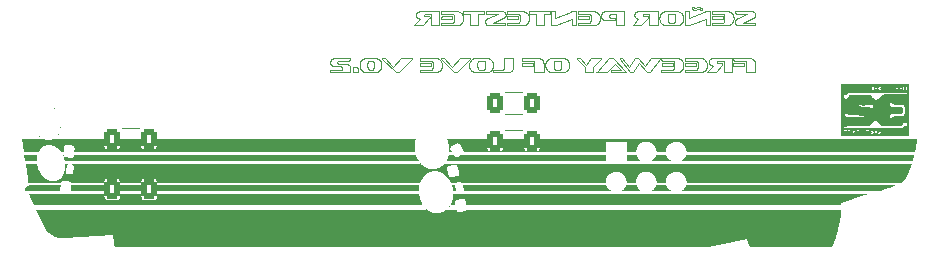
<source format=gbo>
%TF.GenerationSoftware,KiCad,Pcbnew,7.0.8*%
%TF.CreationDate,2024-05-12T07:31:27-04:00*%
%TF.ProjectId,Caddy_SAO,43616464-795f-4534-914f-2e6b69636164,rev?*%
%TF.SameCoordinates,Original*%
%TF.FileFunction,Legend,Bot*%
%TF.FilePolarity,Positive*%
%FSLAX46Y46*%
G04 Gerber Fmt 4.6, Leading zero omitted, Abs format (unit mm)*
G04 Created by KiCad (PCBNEW 7.0.8) date 2024-05-12 07:31:27*
%MOMM*%
%LPD*%
G01*
G04 APERTURE LIST*
G04 Aperture macros list*
%AMRoundRect*
0 Rectangle with rounded corners*
0 $1 Rounding radius*
0 $2 $3 $4 $5 $6 $7 $8 $9 X,Y pos of 4 corners*
0 Add a 4 corners polygon primitive as box body*
4,1,4,$2,$3,$4,$5,$6,$7,$8,$9,$2,$3,0*
0 Add four circle primitives for the rounded corners*
1,1,$1+$1,$2,$3*
1,1,$1+$1,$4,$5*
1,1,$1+$1,$6,$7*
1,1,$1+$1,$8,$9*
0 Add four rect primitives between the rounded corners*
20,1,$1+$1,$2,$3,$4,$5,0*
20,1,$1+$1,$4,$5,$6,$7,0*
20,1,$1+$1,$6,$7,$8,$9,0*
20,1,$1+$1,$8,$9,$2,$3,0*%
G04 Aperture macros list end*
%ADD10C,0.100000*%
%ADD11C,0.000000*%
%ADD12C,0.120000*%
%ADD13R,1.727200X1.727200*%
%ADD14C,1.727200*%
%ADD15O,1.727200X1.727200*%
%ADD16RoundRect,0.225000X0.157372X0.318566X-0.281095X0.217338X-0.157372X-0.318566X0.281095X-0.217338X0*%
%ADD17RoundRect,0.150000X0.089918X0.277335X-0.202393X0.209850X-0.089918X-0.277335X0.202393X-0.209850X0*%
%ADD18RoundRect,0.225000X0.057356X0.350657X-0.332356X0.125657X-0.057356X-0.350657X0.332356X-0.125657X0*%
%ADD19RoundRect,0.150000X0.004904X0.291506X-0.254904X0.141506X-0.004904X-0.291506X0.254904X-0.141506X0*%
%ADD20RoundRect,0.225000X0.248112X0.254343X-0.200176X0.293564X-0.248112X-0.254343X0.200176X-0.293564X0*%
%ADD21RoundRect,0.150000X0.171218X0.235975X-0.127640X0.262122X-0.171218X-0.235975X0.127640X-0.262122X0*%
%ADD22RoundRect,0.225000X0.146158X0.323864X-0.288509X0.207395X-0.146158X-0.323864X0.288509X-0.207395X0*%
%ADD23RoundRect,0.150000X0.080184X0.280304X-0.209594X0.202659X-0.080184X-0.280304X0.209594X-0.202659X0*%
%ADD24RoundRect,0.250000X-0.400000X-0.625000X0.400000X-0.625000X0.400000X0.625000X-0.400000X0.625000X0*%
G04 APERTURE END LIST*
D10*
X227355893Y-140361005D02*
X227355933Y-140359329D01*
X199399816Y-141325837D02*
X199397431Y-141326455D01*
X234517354Y-140570078D02*
X234525102Y-140576124D01*
X227062234Y-136360650D02*
X227059302Y-136360603D01*
X225212761Y-136867851D02*
X225222994Y-136879735D01*
X214376373Y-137555809D02*
X214378206Y-137556968D01*
X209735899Y-136991623D02*
X209736872Y-136989693D01*
X235300919Y-140561763D02*
X235289491Y-140541648D01*
X212372266Y-140543145D02*
X212382230Y-140545838D01*
X207396072Y-136605711D02*
X207400827Y-136601634D01*
X235173545Y-136965733D02*
X235189991Y-136957758D01*
X235107431Y-136364181D02*
X235087756Y-136362206D01*
X220207844Y-136388948D02*
X220207149Y-136386762D01*
X226412375Y-137543180D02*
X226413464Y-137545083D01*
X232621728Y-137002709D02*
X232623352Y-137001388D01*
X233177047Y-136395595D02*
X233149357Y-136386496D01*
X215618134Y-140347620D02*
X215617135Y-140349465D01*
X230829782Y-141520869D02*
X230858411Y-141514507D01*
X229444301Y-140959258D02*
X229444903Y-140960848D01*
X235302794Y-136450043D02*
X235291758Y-136440051D01*
X211372232Y-140445401D02*
X211350677Y-140462917D01*
X224410671Y-141484995D02*
X224409532Y-141483066D01*
X232605381Y-136806705D02*
X232602918Y-136806195D01*
X211260239Y-140359472D02*
X211260283Y-140357780D01*
X199788112Y-140329357D02*
X199762904Y-140329874D01*
X208969418Y-140346182D02*
X208964198Y-140343297D01*
X218133737Y-137551770D02*
X218135268Y-137553208D01*
X230709220Y-140329361D02*
X229476218Y-140329357D01*
X218482240Y-141323159D02*
X218469857Y-141321927D01*
X219444352Y-140479650D02*
X219423824Y-140461208D01*
X221744383Y-136367219D02*
X221713582Y-136363568D01*
X218315639Y-141169658D02*
X218312356Y-141154565D01*
X233717503Y-136368396D02*
X233715786Y-136369629D01*
X227090292Y-137555799D02*
X227092033Y-137554547D01*
X234593479Y-141503393D02*
X234594191Y-141505669D01*
X227096698Y-137550234D02*
X227098067Y-137548610D01*
X206996321Y-140508907D02*
X206997109Y-140511109D01*
X235367938Y-136788322D02*
X235371631Y-136778230D01*
X227449076Y-140959258D02*
X227449678Y-140960848D01*
X233349357Y-140329353D02*
X231807860Y-140329357D01*
X228058189Y-136587377D02*
X228067447Y-136583316D01*
X230029143Y-136147826D02*
X230032178Y-136149460D01*
X203409929Y-141474470D02*
X203435121Y-141461440D01*
X231688685Y-136388950D02*
X231688082Y-136391221D01*
X223087901Y-140330644D02*
X223082500Y-140331631D01*
X221554996Y-140329927D02*
X221549367Y-140330636D01*
X216222243Y-136383865D02*
X216222243Y-136547680D01*
X207964104Y-137563213D02*
X207966847Y-137563444D01*
X233391669Y-140349459D02*
X233390581Y-140347615D01*
X223916350Y-140357780D02*
X223916389Y-140359452D01*
X219590485Y-141140985D02*
X219598988Y-141112796D01*
X208668502Y-141382097D02*
X208688302Y-141362603D01*
X223453927Y-137136524D02*
X223456114Y-137135812D01*
X231520580Y-136378868D02*
X231519421Y-136377110D01*
D11*
G36*
X209265590Y-148955185D02*
G01*
X209259638Y-148966043D01*
X209265209Y-148955365D01*
X209271125Y-148943701D01*
X209265590Y-148955185D01*
G37*
D10*
X201280601Y-141458202D02*
X201280831Y-141462928D01*
X222776119Y-141512411D02*
X222780934Y-141509004D01*
X227505912Y-136460238D02*
X227483389Y-136476652D01*
X233383735Y-141521952D02*
X233385290Y-141520514D01*
X211201245Y-137552198D02*
X211201825Y-137553202D01*
X223926196Y-140336676D02*
X223925033Y-140337612D01*
X210648708Y-136551423D02*
X210648928Y-136552573D01*
X221374258Y-137310044D02*
X221366384Y-137317092D01*
X222661833Y-137129318D02*
X222684295Y-137132747D01*
X214136815Y-140333985D02*
X214134818Y-140334949D01*
D11*
G36*
X206684867Y-148569679D02*
G01*
X206684765Y-148569481D01*
X206684658Y-148569283D01*
X206684434Y-148568888D01*
X206683975Y-148568104D01*
X206683759Y-148567717D01*
X206683659Y-148567525D01*
X206683565Y-148567334D01*
X206683479Y-148567144D01*
X206683402Y-148566957D01*
X206683335Y-148566770D01*
X206683280Y-148566585D01*
X206682223Y-148566585D01*
X206674288Y-148541442D01*
X206666661Y-148516163D01*
X206659322Y-148490774D01*
X206652251Y-148465298D01*
X206684867Y-148569679D01*
G37*
D10*
X214365413Y-136527775D02*
X214365738Y-136530433D01*
X202933421Y-140539123D02*
X202944221Y-140540913D01*
D11*
G36*
X175257865Y-147228431D02*
G01*
X175255263Y-147227665D01*
X175251259Y-147226222D01*
X175257865Y-147228431D01*
G37*
D10*
X216229438Y-136562175D02*
X216230442Y-136562786D01*
X222029326Y-136493602D02*
X222007886Y-136476137D01*
X220319734Y-140371144D02*
X220320456Y-140372650D01*
X217294439Y-140437765D02*
X217275860Y-140423462D01*
X229152156Y-140521066D02*
X229133683Y-140500472D01*
X212566615Y-136370950D02*
X212565084Y-136372359D01*
X233397366Y-140372576D02*
X233397223Y-140369888D01*
X201011610Y-140330521D02*
X201009042Y-140330103D01*
X216083423Y-136552316D02*
X216064974Y-136531722D01*
X225208503Y-140347845D02*
X225203903Y-140351430D01*
X207443222Y-136792490D02*
X207436192Y-136789904D01*
X232759304Y-137117134D02*
X232755496Y-137153165D01*
X220386201Y-136993627D02*
X220386984Y-136995095D01*
X208620536Y-136382640D02*
X208619542Y-136380709D01*
X213173786Y-141513842D02*
X213174929Y-141515652D01*
X219225992Y-140354939D02*
X219197371Y-140347241D01*
X218397307Y-136360607D02*
X218169417Y-136360607D01*
X233676378Y-137366713D02*
X233681402Y-137380020D01*
X225426888Y-140332178D02*
X225420438Y-140331127D01*
X211199873Y-137548889D02*
X211200269Y-137550042D01*
X202558795Y-141154565D02*
X202555910Y-141138656D01*
X220165503Y-136360654D02*
X220162574Y-136360607D01*
X223589869Y-137532266D02*
X223590471Y-137534635D01*
X234459423Y-140792039D02*
X234458263Y-140790281D01*
X217674491Y-141245646D02*
X217688815Y-141270022D01*
X233526145Y-140803859D02*
X233526099Y-140805813D01*
X231061220Y-141417902D02*
X231082863Y-141400539D01*
X230241546Y-136073193D02*
X230066878Y-135995678D01*
X208800350Y-140664202D02*
X208788427Y-140638168D01*
X209714784Y-136808000D02*
X209712508Y-136807307D01*
X231210300Y-140612965D02*
X231196132Y-140588623D01*
X211577804Y-140347568D02*
X211549076Y-140355393D01*
X222147624Y-137281603D02*
X222161110Y-137256396D01*
X223938399Y-140331061D02*
X223936583Y-140331564D01*
X224414544Y-141510265D02*
X224414902Y-141508764D01*
X200105402Y-140815942D02*
X200097970Y-140814274D01*
X202097310Y-141414783D02*
X202119867Y-141431358D01*
X231521646Y-137543184D02*
X231522620Y-137541188D01*
X213200107Y-141325318D02*
X213197752Y-141325841D01*
X218150869Y-137561367D02*
X218153238Y-137561970D01*
X202922163Y-140537760D02*
X202933421Y-140539123D01*
X235317545Y-141532344D02*
X235320368Y-141532205D01*
X235332191Y-137563629D02*
X235334961Y-137563583D01*
X214156144Y-140329544D02*
X214153401Y-140329777D01*
X208768089Y-140362145D02*
X208768304Y-140363668D01*
D11*
G36*
X206667300Y-147206455D02*
G01*
X206666770Y-147206455D01*
X206667255Y-147205035D01*
X206667720Y-147203611D01*
X206668612Y-147200759D01*
X206669489Y-147197911D01*
X206670394Y-147195080D01*
X206667300Y-147206455D01*
G37*
D10*
X199407520Y-141324552D02*
X199404861Y-141324886D01*
X231703154Y-136368396D02*
X231701436Y-136369629D01*
X218018007Y-136555736D02*
X218018419Y-136554729D01*
X217446793Y-141517369D02*
X217447974Y-141515652D01*
X223482081Y-137096564D02*
X223482221Y-137093722D01*
X200405115Y-141094367D02*
X200408698Y-141101526D01*
X227749628Y-137556860D02*
X227780478Y-137560602D01*
X212339580Y-140537760D02*
X212350946Y-140539123D01*
X218414855Y-141307720D02*
X218405215Y-141303169D01*
X210071719Y-137563641D02*
X210102709Y-137562906D01*
X202574351Y-141210178D02*
X202569854Y-141197450D01*
X202055072Y-141378384D02*
X202075704Y-141397114D01*
X214367961Y-136386763D02*
X214367266Y-136388950D01*
X242658896Y-146804302D02*
X248271651Y-146804302D01*
X233028390Y-137560722D02*
X233058257Y-137557117D01*
X209741319Y-136845559D02*
X209741087Y-136842954D01*
X224814593Y-141529563D02*
X224819606Y-141530613D01*
X211250710Y-140337615D02*
X211249441Y-140336678D01*
X199392936Y-141327973D02*
X199390826Y-141328873D01*
X211896660Y-137545126D02*
X211896810Y-137543769D01*
X227457277Y-141530121D02*
X227459646Y-141530723D01*
X207799128Y-136960412D02*
X207802026Y-136957011D01*
X231241176Y-137562896D02*
X231243826Y-137563220D01*
X209765867Y-136583316D02*
X209775125Y-136587377D01*
X220370434Y-136393576D02*
X220370018Y-136396015D01*
X215400261Y-136631535D02*
X215405761Y-136640312D01*
X207010710Y-140962377D02*
X207011474Y-140963845D01*
X212416300Y-136567249D02*
X212420172Y-136567049D01*
X232592132Y-137011683D02*
X232594969Y-137011543D01*
X206512181Y-137515252D02*
X206511165Y-137517078D01*
X221445182Y-137034470D02*
X221444432Y-137077606D01*
X216224266Y-136373533D02*
X216223789Y-136374654D01*
X208789628Y-140331054D02*
X208788084Y-140331559D01*
X231279828Y-141512290D02*
X231280240Y-141513548D01*
X231286762Y-140963328D02*
X231287475Y-140930874D01*
X227462108Y-141531233D02*
X227464664Y-141531650D01*
X220181119Y-137561367D02*
X220183395Y-137560672D01*
X233735859Y-137049468D02*
X233727408Y-137058479D01*
X220398275Y-136362884D02*
X220395998Y-136363577D01*
X221439113Y-136736295D02*
X221441001Y-136751792D01*
X216774088Y-137550042D02*
X216774545Y-137551145D01*
X231722802Y-136361353D02*
X231720246Y-136361772D01*
X229283019Y-137055624D02*
X229286407Y-137024977D01*
X228384107Y-140939948D02*
X228384245Y-140937260D01*
X200327613Y-140819767D02*
X200146228Y-140819767D01*
X214230445Y-137521856D02*
X214230585Y-137519020D01*
X208807938Y-137360127D02*
X208805942Y-137361121D01*
X233725302Y-136563463D02*
X233727485Y-136564269D01*
D11*
G36*
X209125030Y-146903633D02*
G01*
X209138844Y-146925573D01*
X209124786Y-146903826D01*
X209112672Y-146885921D01*
X209125030Y-146903633D01*
G37*
D10*
X216686301Y-141484848D02*
X216686347Y-141487777D01*
X230379794Y-141311682D02*
X230369253Y-141315069D01*
X227431246Y-141351281D02*
X227430552Y-141353575D01*
X221018355Y-140879711D02*
X220529494Y-140362945D01*
X208816880Y-136813108D02*
X208815471Y-136814145D01*
X214376862Y-136555190D02*
X214378392Y-136556652D01*
X199370316Y-141353572D02*
X199369698Y-141355957D01*
X235328458Y-136855308D02*
X235335699Y-136846108D01*
X222334119Y-136865230D02*
X222340149Y-136884934D01*
X235349843Y-137357702D02*
X235347572Y-137357084D01*
X228944605Y-137517523D02*
X228970640Y-137505723D01*
X206996019Y-141515652D02*
X206997271Y-141517369D01*
X228382023Y-140952139D02*
X228382625Y-140949868D01*
X229272325Y-137115192D02*
X229278317Y-137085707D01*
X231572542Y-140900384D02*
X231586049Y-140909262D01*
X231288751Y-141478179D02*
X231288030Y-141478943D01*
X223169758Y-141358435D02*
X223169342Y-141361003D01*
X214378211Y-137362210D02*
X214376378Y-137363392D01*
X215613477Y-140359971D02*
X215613008Y-140362326D01*
X231692021Y-136546486D02*
X231693087Y-136548412D01*
X232607751Y-136807307D02*
X232605381Y-136806705D01*
X227294776Y-137171529D02*
X227304451Y-137198983D01*
X218016380Y-136371437D02*
X218015707Y-136370460D01*
X221318869Y-136976325D02*
X221319193Y-136973803D01*
X229215448Y-140612965D02*
X229201257Y-140588623D01*
X199373727Y-141511933D02*
X199374815Y-141513837D01*
X232620010Y-137003941D02*
X232621728Y-137002709D01*
X219620330Y-140993727D02*
X219622380Y-140962547D01*
X200752060Y-140841690D02*
X200715166Y-140836668D01*
X231700370Y-136979690D02*
X231700417Y-136981645D01*
X228476686Y-141222145D02*
X228471363Y-141233368D01*
X208729503Y-140542643D02*
X208712068Y-140521066D01*
X212561049Y-136377112D02*
X212559890Y-136378870D01*
X212553218Y-136519253D02*
X212553403Y-136525025D01*
X222299331Y-140335218D02*
X222297978Y-140334431D01*
X227349914Y-140379440D02*
X227351053Y-140377497D01*
X223099020Y-136591679D02*
X223107109Y-136587739D01*
X223588619Y-137524598D02*
X223588943Y-137527248D01*
X231109185Y-140480890D02*
X231088721Y-140462352D01*
X220464426Y-140329715D02*
X220458393Y-140329444D01*
X215614032Y-140357700D02*
X215613477Y-140359971D01*
X227344536Y-140336760D02*
X227343190Y-140335848D01*
X215273237Y-136568925D02*
X215285650Y-136570228D01*
D11*
G36*
X176118770Y-147074692D02*
G01*
X176101199Y-147086571D01*
X176108788Y-147080871D01*
X176116315Y-147075090D01*
X176123778Y-147069235D01*
X176131171Y-147063312D01*
X176131179Y-147063312D01*
X176118770Y-147074692D01*
G37*
D10*
X203039738Y-140601687D02*
X203044998Y-140610529D01*
X201715295Y-141169077D02*
X201714093Y-141165379D01*
X214416877Y-137011444D02*
X214419483Y-137011603D01*
X220199686Y-137550239D02*
X220201031Y-137548615D01*
X214396360Y-136565599D02*
X214398823Y-136566123D01*
X226295282Y-136939195D02*
X226296090Y-136937237D01*
X212653151Y-136997630D02*
X212640581Y-137006022D01*
X230018391Y-136138607D02*
X230019354Y-136139798D01*
X230211570Y-136233475D02*
X230214544Y-136235049D01*
X231746360Y-136805023D02*
X231740902Y-136805150D01*
X221314004Y-136991623D02*
X221314978Y-136989693D01*
X214206582Y-137559878D02*
X214208598Y-137558997D01*
X199402293Y-141325314D02*
X199399816Y-141325837D01*
X208653615Y-140462352D02*
X208632151Y-140444887D01*
X222301897Y-140336951D02*
X222300638Y-140336058D01*
X233707438Y-136378870D02*
X233706372Y-136380715D01*
X230334388Y-140773824D02*
X230331458Y-140773777D01*
X230277246Y-136243743D02*
X230280600Y-136243321D01*
X216559062Y-140949868D02*
X216559572Y-140947513D01*
X223287124Y-140355426D02*
X223282958Y-140351987D01*
X215432576Y-136721619D02*
X215434833Y-136736295D01*
X207000029Y-140347620D02*
X206998963Y-140349465D01*
X230350007Y-140776053D02*
X230347637Y-140775452D01*
X216212626Y-137088244D02*
X216217472Y-137057666D01*
X208785491Y-137403442D02*
X208785491Y-137516098D01*
X218325587Y-140628652D02*
X218330228Y-140618511D01*
X223919012Y-140345376D02*
X223918443Y-140346638D01*
X233542293Y-140533019D02*
X233544500Y-140533732D01*
X234449356Y-140781566D02*
X234447546Y-140780423D01*
X217628706Y-141140279D02*
X217638381Y-141167732D01*
X227352931Y-140373660D02*
X227353681Y-140371771D01*
X224095717Y-140351430D02*
X224093382Y-140349591D01*
X224268608Y-137556958D02*
X224270366Y-137555799D01*
X208809757Y-136820255D02*
X208808882Y-136821662D01*
X211929482Y-140565843D02*
X211937752Y-140560714D01*
X227106597Y-136396010D02*
X227106169Y-136393571D01*
X226200708Y-141522525D02*
X226205158Y-141524736D01*
X214241045Y-136680686D02*
X214241488Y-136657223D01*
X233120858Y-136378713D02*
X233091571Y-136372277D01*
X199413110Y-141324171D02*
X199410269Y-141324314D01*
X218441095Y-136384660D02*
X218440214Y-136382644D01*
X227454046Y-140786376D02*
X227452992Y-140787660D01*
X221657128Y-141513837D02*
X221658182Y-141511933D01*
X216559572Y-140806744D02*
X216559062Y-140804389D01*
X222150906Y-136644215D02*
X222136737Y-136619873D01*
X235312192Y-136873371D02*
X235320629Y-136864395D01*
X201719253Y-141199070D02*
X201719171Y-141194347D01*
X229223827Y-137252482D02*
X229235920Y-137226486D01*
X214387969Y-136815244D02*
X214386737Y-136816404D01*
D11*
G36*
X174626855Y-148629750D02*
G01*
X174617693Y-148682997D01*
X174611954Y-148722724D01*
X174618602Y-148667858D01*
X174637214Y-148577949D01*
X174626855Y-148629750D01*
G37*
G36*
X174448594Y-144646408D02*
G01*
X174409837Y-144707901D01*
X174419161Y-144692339D01*
X174428625Y-144676968D01*
X174438239Y-144661792D01*
X174448013Y-144646819D01*
X174457957Y-144632052D01*
X174468080Y-144617497D01*
X174478392Y-144603160D01*
X174488902Y-144589046D01*
X174448594Y-144646408D01*
G37*
D10*
X235211557Y-136391016D02*
X235195863Y-136384871D01*
X203014668Y-140572573D02*
X203021549Y-140578947D01*
X229476218Y-140536064D02*
X230296325Y-140536064D01*
X230038970Y-136152344D02*
X230211570Y-136233475D01*
X207474580Y-136571684D02*
X207483227Y-136570354D01*
X213934031Y-141323235D02*
X213906112Y-141324127D01*
X228367555Y-140781566D02*
X228365745Y-140780423D01*
X232565854Y-140776739D02*
X232563630Y-140776046D01*
X201091835Y-141187631D02*
X201089701Y-141157985D01*
X227475740Y-140978925D02*
X227478011Y-140979337D01*
X217455631Y-137561552D02*
X217458385Y-137560620D01*
X229475593Y-140979686D02*
X229478031Y-140979972D01*
X207189451Y-137557426D02*
X207197004Y-137555120D01*
X211242798Y-140589393D02*
X211228583Y-140613744D01*
X229455746Y-137555805D02*
X229457556Y-137556964D01*
X207944013Y-140939948D02*
X207944151Y-140937260D01*
X231502716Y-136364360D02*
X231500533Y-136363576D01*
X207019554Y-141325841D02*
X207017185Y-141326458D01*
X235226587Y-136397778D02*
X235211557Y-136391016D01*
X218125622Y-137539098D02*
X218126503Y-137541188D01*
X234447546Y-140780423D02*
X234445642Y-140779369D01*
X208796780Y-136546486D02*
X208797846Y-136548412D01*
X208598136Y-136363572D02*
X208595842Y-136362879D01*
X199647616Y-141011262D02*
X199669001Y-141016256D01*
X211879990Y-140628652D02*
X211884631Y-140618511D01*
X229439056Y-137519024D02*
X229439195Y-137521860D01*
X202610078Y-141271086D02*
X202603067Y-141262704D01*
X208769546Y-140368635D02*
X208770178Y-140370403D01*
X218443179Y-136391219D02*
X218442577Y-136388948D01*
X201300213Y-141141127D02*
X201297825Y-141143636D01*
X201283286Y-141172918D02*
X201282442Y-141176910D01*
X228945067Y-141487517D02*
X228970897Y-141475982D01*
X226599749Y-140333499D02*
X226593785Y-140335104D01*
X232635082Y-136835639D02*
X232634479Y-136833368D01*
X224286825Y-136403826D02*
X224286685Y-136401138D01*
X213171348Y-141024374D02*
X213174736Y-140993727D01*
X235021411Y-140350346D02*
X234994406Y-140344027D01*
X211873728Y-141183948D02*
X211870043Y-141169658D01*
X217914550Y-141474169D02*
X217940691Y-141486022D01*
D11*
G36*
X175915526Y-147194384D02*
G01*
X175911113Y-147196180D01*
X175902195Y-147199654D01*
X175884238Y-147206478D01*
X180291722Y-147206478D01*
X180291722Y-147796623D01*
X180310325Y-147892223D01*
X180364585Y-147973354D01*
X180445718Y-148027615D01*
X180541318Y-148046745D01*
X181341786Y-148046745D01*
X181437388Y-148027615D01*
X181518519Y-147973354D01*
X181572780Y-147892223D01*
X181591384Y-147796623D01*
X181591384Y-147206478D01*
X183391791Y-147206478D01*
X183391791Y-147796623D01*
X183410396Y-147892223D01*
X183464656Y-147973354D01*
X183545787Y-148027615D01*
X183641387Y-148046745D01*
X184441340Y-148046745D01*
X184537456Y-148027615D01*
X184618590Y-147973354D01*
X184672332Y-147892223D01*
X184691463Y-147796623D01*
X184691463Y-147206478D01*
X206666781Y-147206478D01*
X206656167Y-147240935D01*
X206646158Y-147275680D01*
X206636772Y-147310707D01*
X206628024Y-147346004D01*
X206615641Y-147401629D01*
X206604789Y-147457810D01*
X206595457Y-147514489D01*
X206587634Y-147571610D01*
X206581306Y-147629113D01*
X206576463Y-147686942D01*
X206573092Y-147745037D01*
X206571181Y-147803341D01*
X206570121Y-147821937D01*
X206570651Y-147842102D01*
X206570749Y-147877607D01*
X206571340Y-147913122D01*
X206572493Y-147948654D01*
X206574275Y-147984211D01*
X206576613Y-148020103D01*
X206579513Y-148055968D01*
X206582969Y-148091796D01*
X206586974Y-148127575D01*
X206591524Y-148163295D01*
X206596612Y-148198943D01*
X206602234Y-148234509D01*
X206608382Y-148269981D01*
X177728497Y-148269981D01*
X177750194Y-148023487D01*
X177740375Y-147936153D01*
X177698001Y-147859154D01*
X177629788Y-147804378D01*
X177545039Y-147779583D01*
X177097003Y-147740311D01*
X177009671Y-147750652D01*
X176932673Y-147792511D01*
X176877896Y-147861240D01*
X176853106Y-147945473D01*
X176824685Y-148270000D01*
X176601960Y-148270000D01*
X176601563Y-148269516D01*
X176601168Y-148269051D01*
X176600383Y-148268158D01*
X176599614Y-148267281D01*
X176599237Y-148266835D01*
X176598866Y-148266376D01*
X176589715Y-148253878D01*
X176580427Y-148241560D01*
X176571057Y-148229377D01*
X176561660Y-148217285D01*
X176552350Y-148204372D01*
X176539941Y-148189899D01*
X176545415Y-148196675D01*
X176550848Y-148203503D01*
X176556252Y-148210376D01*
X176561637Y-148217289D01*
X176591609Y-148258629D01*
X176568098Y-148227233D01*
X176544104Y-148196653D01*
X176519638Y-148166907D01*
X176494710Y-148138010D01*
X176469331Y-148109980D01*
X176462275Y-148102562D01*
X176463450Y-148102562D01*
X176466553Y-148105891D01*
X176469665Y-148109263D01*
X176475862Y-148116001D01*
X176539941Y-148189899D01*
X176524218Y-148170906D01*
X176508274Y-148152241D01*
X176492143Y-148133930D01*
X176475862Y-148116001D01*
X176463984Y-148102562D01*
X176463450Y-148102562D01*
X176462275Y-148102562D01*
X176443511Y-148082833D01*
X176442592Y-148081915D01*
X176390588Y-148031254D01*
X176417260Y-148056585D01*
X176442592Y-148081915D01*
X176450532Y-148089649D01*
X176443139Y-148082071D01*
X176435724Y-148074592D01*
X176420814Y-148059891D01*
X176405776Y-148045470D01*
X176390588Y-148031254D01*
X176388953Y-148029715D01*
X176387338Y-148028158D01*
X176384141Y-148025019D01*
X176380939Y-148021894D01*
X176379319Y-148020355D01*
X176377677Y-148018841D01*
X176349579Y-147994125D01*
X176321108Y-147970372D01*
X176292285Y-147947576D01*
X176263130Y-147925733D01*
X176233662Y-147904838D01*
X176203902Y-147884886D01*
X176173869Y-147865873D01*
X176143582Y-147847794D01*
X176126336Y-147837825D01*
X176109089Y-147828046D01*
X176100445Y-147823266D01*
X176091776Y-147818580D01*
X176083076Y-147814003D01*
X176074336Y-147809551D01*
X176124461Y-147837459D01*
X176094311Y-147821164D01*
X176063976Y-147805761D01*
X176033472Y-147791270D01*
X176019214Y-147784961D01*
X175995710Y-147774793D01*
X175972025Y-147765086D01*
X175941114Y-147753429D01*
X175924918Y-147747852D01*
X175939977Y-147752701D01*
X175950720Y-147756642D01*
X175961446Y-147760740D01*
X175972160Y-147764953D01*
X175982867Y-147769237D01*
X175995710Y-147774793D01*
X176002816Y-147777706D01*
X176019214Y-147784961D01*
X176055732Y-147800758D01*
X176046687Y-147796486D01*
X176037613Y-147792333D01*
X176019402Y-147784337D01*
X176001140Y-147776671D01*
X175982867Y-147769237D01*
X175959613Y-147758896D01*
X175939984Y-147752701D01*
X175924779Y-147747418D01*
X175909538Y-147742417D01*
X175894275Y-147737649D01*
X175879006Y-147733066D01*
X175877518Y-147732658D01*
X175876032Y-147732229D01*
X175873064Y-147731325D01*
X175867129Y-147729443D01*
X175835126Y-147720911D01*
X175803092Y-147713392D01*
X175771046Y-147706889D01*
X175739008Y-147701402D01*
X175706999Y-147696933D01*
X175675036Y-147693484D01*
X175643140Y-147691056D01*
X175611331Y-147689651D01*
X175634585Y-147689651D01*
X175621226Y-147689055D01*
X175607867Y-147688654D01*
X175594515Y-147688446D01*
X175581177Y-147688427D01*
X175567863Y-147688595D01*
X175554578Y-147688945D01*
X175541332Y-147689475D01*
X175528132Y-147690182D01*
X175561269Y-147689914D01*
X175532336Y-147691034D01*
X175501860Y-147693214D01*
X175471561Y-147696389D01*
X175441454Y-147700563D01*
X175411553Y-147705739D01*
X175387019Y-147710849D01*
X175421678Y-147702572D01*
X175408761Y-147704954D01*
X175395912Y-147707520D01*
X175383125Y-147710270D01*
X175370392Y-147713207D01*
X175357708Y-147716332D01*
X175345064Y-147719648D01*
X175332456Y-147723157D01*
X175319875Y-147726860D01*
X175340539Y-147722202D01*
X175310264Y-147731170D01*
X175280308Y-147741195D01*
X175250694Y-147752295D01*
X175221443Y-147764487D01*
X175194930Y-147776704D01*
X175220132Y-147763550D01*
X175196045Y-147774667D01*
X175172257Y-147786600D01*
X175148775Y-147799338D01*
X175125605Y-147812867D01*
X175102752Y-147827176D01*
X175080224Y-147842251D01*
X175058026Y-147858081D01*
X175036164Y-147874653D01*
X175059825Y-147858315D01*
X175048307Y-147866893D01*
X175035378Y-147876899D01*
X175022579Y-147887187D01*
X175009912Y-147897756D01*
X174999043Y-147907166D01*
X175035647Y-147874653D01*
X175013191Y-147892799D01*
X174991154Y-147911813D01*
X174969550Y-147931698D01*
X174948392Y-147952453D01*
X174927695Y-147974080D01*
X174907472Y-147996582D01*
X174887737Y-148019959D01*
X174868505Y-148044213D01*
X174849788Y-148069345D01*
X174831601Y-148095356D01*
X174813957Y-148122249D01*
X174796870Y-148150024D01*
X174780355Y-148178683D01*
X174764425Y-148208227D01*
X174749093Y-148238658D01*
X174734374Y-148269978D01*
X173475535Y-148269978D01*
X173327224Y-147206478D01*
X175194285Y-147206455D01*
X175230374Y-147220001D01*
X175266722Y-147232125D01*
X175303305Y-147242811D01*
X175340096Y-147252045D01*
X175377070Y-147259811D01*
X175414202Y-147266095D01*
X175432496Y-147268445D01*
X175436948Y-147269066D01*
X175440537Y-147269477D01*
X175451468Y-147270881D01*
X175456997Y-147271365D01*
X175459138Y-147271611D01*
X175481368Y-147273607D01*
X175486037Y-147273909D01*
X175488841Y-147274155D01*
X175487291Y-147273990D01*
X175503633Y-147275047D01*
X175525927Y-147275926D01*
X175548245Y-147276237D01*
X175549844Y-147276237D01*
X175549989Y-147276225D01*
X175550129Y-147276203D01*
X175550265Y-147276173D01*
X175550397Y-147276137D01*
X175550526Y-147276096D01*
X175550652Y-147276051D01*
X175550901Y-147275957D01*
X175551151Y-147275864D01*
X175551277Y-147275822D01*
X175551406Y-147275784D01*
X175551538Y-147275753D01*
X175551673Y-147275728D01*
X175551814Y-147275713D01*
X175551886Y-147275709D01*
X175551959Y-147275707D01*
X175568347Y-147274722D01*
X175584595Y-147273548D01*
X175600703Y-147272180D01*
X175616669Y-147270614D01*
X175632491Y-147268845D01*
X175648169Y-147266867D01*
X175663700Y-147264677D01*
X175679084Y-147262268D01*
X175660345Y-147264249D01*
X175681408Y-147261020D01*
X175722371Y-147253107D01*
X175762283Y-147243789D01*
X175801170Y-147233126D01*
X175839057Y-147221180D01*
X175875970Y-147208012D01*
X175811376Y-147231770D01*
X175820672Y-147228914D01*
X175829876Y-147225949D01*
X175838997Y-147222885D01*
X175848045Y-147219734D01*
X175865966Y-147213206D01*
X175883721Y-147206448D01*
X175883267Y-147206585D01*
X175882797Y-147206701D01*
X175882314Y-147206799D01*
X175881822Y-147206883D01*
X175880815Y-147207021D01*
X175879795Y-147207144D01*
X175878781Y-147207278D01*
X175878283Y-147207359D01*
X175877793Y-147207453D01*
X175877315Y-147207564D01*
X175877255Y-147207581D01*
X175919896Y-147192532D01*
X175915526Y-147194384D01*
G37*
D10*
X230819632Y-136247617D02*
X230820652Y-136246953D01*
X223446863Y-137138092D02*
X223449302Y-137137664D01*
X231290281Y-141476733D02*
X231289501Y-141477442D01*
X217818834Y-141414783D02*
X217841392Y-141431358D01*
X214424941Y-136805023D02*
X214419483Y-136805150D01*
X206998963Y-140515236D02*
X207000029Y-140517162D01*
X217395695Y-140561763D02*
X217384290Y-140541648D01*
X206509723Y-137548449D02*
X206510386Y-137549616D01*
X222307353Y-140342176D02*
X222306384Y-140341032D01*
X230020374Y-136140944D02*
X230021452Y-136142047D01*
X219570746Y-140662660D02*
X219558817Y-140636601D01*
X229443693Y-140526771D02*
X229445410Y-140528046D01*
X207940091Y-137554547D02*
X207941808Y-137555799D01*
X221931665Y-137494474D02*
X221955895Y-137480522D01*
X217990116Y-136360694D02*
X217985961Y-136360607D01*
X207935115Y-140788609D02*
X207933770Y-140787025D01*
X227446843Y-140525402D02*
X227448467Y-140526771D01*
X222001825Y-137449152D02*
X222023468Y-137431789D01*
X226582421Y-140339217D02*
X226577015Y-140341752D01*
X203815226Y-140334188D02*
X203813917Y-140334991D01*
X235345216Y-137562472D02*
X235347572Y-137561962D01*
X208819961Y-137005536D02*
X208821633Y-137006386D01*
X210527015Y-136573893D02*
X210509604Y-136552316D01*
X229798675Y-137528496D02*
X231204795Y-137002945D01*
X211203563Y-140664966D02*
X211192798Y-140691776D01*
X224989774Y-137543540D02*
X224990186Y-137544798D01*
X229470373Y-136362282D02*
X229468004Y-136362884D01*
X217775194Y-140481503D02*
X217755634Y-140501129D01*
X223169018Y-141363663D02*
X223168786Y-141366414D01*
D11*
G36*
X209256007Y-148973003D02*
G01*
X209246628Y-148990483D01*
X209237075Y-149007801D01*
X209227347Y-149024952D01*
X209259638Y-148966043D01*
X209256007Y-148973003D01*
G37*
D10*
X220321437Y-140340136D02*
X220320634Y-140341174D01*
X214848418Y-140330107D02*
X214845797Y-140329781D01*
X230578483Y-136159489D02*
X230579514Y-136159507D01*
X217371871Y-140522295D02*
X217358434Y-140503729D01*
X207813206Y-136939195D02*
X207814014Y-136937237D01*
X231524288Y-136386762D02*
X231523500Y-136384660D01*
X210377788Y-137480522D02*
X210401184Y-137465405D01*
X207932901Y-137546893D02*
X207934153Y-137548610D01*
X212908485Y-141447213D02*
X212931921Y-141431823D01*
X231712566Y-137357091D02*
X231710181Y-137357708D01*
X228370896Y-140970138D02*
X228372427Y-140968729D01*
X232590770Y-140885657D02*
X232590984Y-140883019D01*
X231688082Y-136391221D02*
X231687573Y-136393576D01*
X213197752Y-141325841D02*
X213195481Y-141326458D01*
X224283118Y-137539094D02*
X224283902Y-137536911D01*
X204017180Y-140356401D02*
X204012323Y-140352736D01*
X212554885Y-136535478D02*
X212555487Y-136537863D01*
X231687573Y-136533001D02*
X231688082Y-136535478D01*
X234443646Y-140975853D02*
X234445642Y-140974888D01*
X224280226Y-137545083D02*
X224281280Y-137543180D01*
X220403107Y-136566123D02*
X220405664Y-136566551D01*
X233537964Y-140972398D02*
X233539495Y-140973373D01*
X220973988Y-141518987D02*
X220975426Y-141520518D01*
X212494260Y-140737891D02*
X212496243Y-140772722D01*
X207367982Y-136652089D02*
X207369793Y-136646093D01*
X217420346Y-141531650D02*
X217422866Y-141531233D01*
X230270370Y-136244204D02*
X230273842Y-136244028D01*
X200021255Y-140761164D02*
X200017824Y-140755349D01*
X228004221Y-137264618D02*
X227998898Y-137253395D01*
X223462162Y-136936200D02*
X223460231Y-136935227D01*
X221659146Y-141509937D02*
X221660020Y-141507848D01*
X200058711Y-140555398D02*
X200064607Y-140552301D01*
X214233104Y-136585374D02*
X214229417Y-136571555D01*
X226296839Y-136935231D02*
X226297530Y-136933172D01*
X222324752Y-136688304D02*
X222322166Y-136710215D01*
X212884159Y-141461440D02*
X212908485Y-141447213D01*
X235370394Y-137372441D02*
X235369162Y-137370700D01*
X213202545Y-141324890D02*
X213200107Y-141325318D01*
X233546803Y-140331032D02*
X233544497Y-140331634D01*
X229450874Y-137551770D02*
X229452405Y-137553208D01*
X206838847Y-136402220D02*
X206823721Y-136409827D01*
X203991684Y-140340678D02*
X203986166Y-140338324D01*
X219935195Y-137563637D02*
X220162574Y-137563637D01*
X200003321Y-140715176D02*
X200001941Y-140707625D01*
X230331458Y-140980480D02*
X230334388Y-140980433D01*
X206663963Y-136634177D02*
X206662578Y-136650699D01*
X217648649Y-140664966D02*
X217637884Y-140691776D01*
X231510515Y-137555805D02*
X231512232Y-137554553D01*
X214230632Y-137516090D02*
X214230632Y-137403435D01*
X229749866Y-136372357D02*
X229748312Y-136370948D01*
X221628369Y-141531642D02*
X221630807Y-141531226D01*
X211257953Y-140346641D02*
X211257324Y-140345380D01*
X230377338Y-140949868D02*
X230377847Y-140947513D01*
X229436502Y-140345862D02*
X229435343Y-140347620D01*
X223465764Y-136938426D02*
X223464006Y-136937267D01*
X229423173Y-141490613D02*
X229423404Y-141493356D01*
X215305571Y-137346319D02*
X215283118Y-137351427D01*
X220980297Y-141524553D02*
X220982107Y-141525712D01*
X231708159Y-137000352D02*
X231709391Y-137001513D01*
X214220744Y-136788322D02*
X214224459Y-136778230D01*
D11*
G36*
X176898401Y-149898245D02*
G01*
X176894699Y-149912742D01*
X176899172Y-149894949D01*
X176898401Y-149898245D01*
G37*
D10*
X233725529Y-137453155D02*
X233735208Y-137464020D01*
X209735028Y-136574093D02*
X209745827Y-136576692D01*
X230066878Y-135995678D02*
X230065187Y-135994707D01*
X211236220Y-140331062D02*
X211234174Y-140330620D01*
X232588217Y-140899804D02*
X232588792Y-140897626D01*
X211891733Y-137555924D02*
X211892513Y-137555066D01*
X220387825Y-136560479D02*
X220389729Y-136561567D01*
X227278884Y-136807872D02*
X227273002Y-136837521D01*
X229185964Y-140565172D02*
X229169591Y-140542643D01*
X211227491Y-140329680D02*
X211225079Y-140329502D01*
X228867923Y-140347463D02*
X228838625Y-140341027D01*
X215428701Y-137185815D02*
X215421732Y-137215198D01*
X228377621Y-140792039D02*
X228376462Y-140790281D01*
X207919661Y-140976727D02*
X207921751Y-140975853D01*
X233562789Y-140536064D02*
X234383414Y-140536064D01*
X219929430Y-137563452D02*
X219932266Y-137563590D01*
X206991152Y-141351281D02*
X206990458Y-141353575D01*
X202973915Y-140549007D02*
X202982927Y-140552668D01*
X210662654Y-136565230D02*
X210664065Y-136565601D01*
X225354512Y-136971023D02*
X225386031Y-136983283D01*
X229020157Y-137478466D02*
X229043593Y-137463075D01*
X218937874Y-140721720D02*
X218939366Y-140737891D01*
X231518169Y-136375439D02*
X231516824Y-136373854D01*
X233521631Y-136778233D02*
X233513284Y-136749890D01*
X209779968Y-137323495D02*
X209771217Y-137329266D01*
X227268477Y-137055217D02*
X227273147Y-137085201D01*
X233370262Y-140332322D02*
X233367968Y-140331629D01*
X218163651Y-136360794D02*
X218160907Y-136361027D01*
X213052532Y-141316904D02*
X213069079Y-141294299D01*
X214217386Y-137553202D02*
X214218883Y-137551764D01*
X207933770Y-140787025D02*
X207932333Y-140785528D01*
X202244734Y-140364539D02*
X202217678Y-140374974D01*
X217599006Y-140867432D02*
X217597001Y-140898882D01*
X225740005Y-137516090D02*
X226271239Y-136970901D01*
X228124015Y-137351427D02*
X228112559Y-137349146D01*
X224246333Y-136360790D02*
X224243645Y-136360650D01*
X211248488Y-140385270D02*
X211250320Y-140383219D01*
X227475821Y-141532391D02*
X228713988Y-141532391D01*
X231249404Y-137563590D02*
X231252334Y-137563637D01*
X227075526Y-137561962D02*
X227077911Y-137561360D01*
X222133018Y-137305928D02*
X222147624Y-137281603D01*
X215304895Y-136818277D02*
X215303457Y-136816780D01*
X229460039Y-140331032D02*
X229457669Y-140331634D01*
X203711941Y-140774855D02*
X203704807Y-140745669D01*
X235283037Y-136899666D02*
X235293416Y-136891003D01*
X218012358Y-136367025D02*
X218011354Y-136366284D01*
X203526991Y-141397683D02*
X203547616Y-141379001D01*
X221500006Y-140352746D02*
X221495742Y-140356409D01*
X210569520Y-137281603D02*
X210583006Y-137256396D01*
X209705120Y-137010984D02*
X209707676Y-137010566D01*
X228377621Y-140962218D02*
X228378687Y-140960373D01*
X206998963Y-140349465D02*
X206997989Y-140351396D01*
X214141087Y-140332327D02*
X214138904Y-140333110D01*
X213207672Y-141324318D02*
X213205067Y-141324556D01*
X201717226Y-141476167D02*
X201717953Y-141471911D01*
X219807469Y-136376295D02*
X219795834Y-136379959D01*
X201044203Y-140359969D02*
X201043585Y-140357698D01*
X221353227Y-136587377D02*
X221361986Y-136591964D01*
X219887656Y-137002945D02*
X219887656Y-137516094D01*
X228350466Y-140979316D02*
X228352928Y-140978805D01*
X211161991Y-141053951D02*
X211167945Y-141083354D01*
X205461246Y-140338334D02*
X205455700Y-140340689D01*
X227469829Y-140330103D02*
X227467274Y-140330522D01*
X231695498Y-136551986D02*
X231696843Y-136553634D01*
X214404439Y-137355425D02*
X214401599Y-137355568D01*
X207458254Y-136796953D02*
X207443222Y-136792490D01*
X228378687Y-140960373D02*
X228379660Y-140958443D01*
X224286685Y-136401138D02*
X224286452Y-136398533D01*
X229072240Y-140444887D02*
X229049821Y-140428526D01*
X221927650Y-141519154D02*
X221928514Y-141520283D01*
X216235132Y-136564820D02*
X216236474Y-136565230D01*
X232744927Y-136682330D02*
X232748340Y-136694655D01*
X201328694Y-141528620D02*
X201332638Y-141529618D01*
X230358553Y-140974888D02*
X230360456Y-140973834D01*
X212389504Y-141307471D02*
X212380109Y-141311483D01*
X212553403Y-136525025D02*
X212553635Y-136527775D01*
X208608219Y-137555799D02*
X208609960Y-137554547D01*
D11*
G36*
X176560594Y-146007564D02*
G01*
X176555434Y-146136238D01*
X176541991Y-146261810D01*
X176533738Y-146307285D01*
X176543489Y-146242425D01*
X176550954Y-146176669D01*
X176556155Y-146110138D01*
X176559108Y-146042956D01*
X176559832Y-145975479D01*
X176560594Y-146007564D01*
G37*
D10*
X206506943Y-137530436D02*
X206506725Y-137532265D01*
X221306213Y-136815371D02*
X221304589Y-136814050D01*
X210649559Y-136375823D02*
X210649211Y-136377041D01*
X207029965Y-141324318D02*
X207027222Y-141324556D01*
X220386437Y-137360127D02*
X220384420Y-137361121D01*
X218405865Y-137552023D02*
X218417252Y-137549158D01*
X227100525Y-137545083D02*
X227101613Y-137543180D01*
X229275389Y-141086891D02*
X229281566Y-141056994D01*
X231475531Y-140797935D02*
X231483860Y-140811326D01*
X214359500Y-137521863D02*
X214359738Y-137524606D01*
X225199568Y-140355392D02*
X225195506Y-140359743D01*
X226214368Y-141528242D02*
X226219125Y-141529563D01*
X221236930Y-137355377D02*
X220411651Y-137355377D01*
X215657943Y-140329357D02*
X215655018Y-140329404D01*
X227779896Y-136363584D02*
X227748812Y-136367257D01*
X214114553Y-140369893D02*
X214114414Y-140372581D01*
X211989884Y-141315069D02*
X211979342Y-141311682D01*
X229462733Y-140976650D02*
X229464663Y-140977313D01*
X210668714Y-136566488D02*
X210670402Y-136566711D01*
X212517182Y-137198307D02*
X212514697Y-137220685D01*
X214369629Y-136544469D02*
X214370602Y-136546486D01*
X215611953Y-140488003D02*
X215612120Y-140493775D01*
X228369272Y-140971459D02*
X228370896Y-140970138D01*
X216772628Y-137542359D02*
X216772719Y-137543768D01*
X199410269Y-141324314D02*
X199407520Y-141324552D01*
X233673327Y-137155492D02*
X233668063Y-137176585D01*
X229197538Y-141274678D02*
X229212166Y-141250353D01*
X207793726Y-136807989D02*
X207791502Y-136807296D01*
X211550386Y-141505894D02*
X211578981Y-141513845D01*
X212539964Y-137393044D02*
X212546301Y-137405764D01*
X232273621Y-140537160D02*
X232283235Y-140536550D01*
X228569032Y-136632937D02*
X228574244Y-136641779D01*
X220371608Y-137546902D02*
X220372884Y-137548619D01*
X233745548Y-137474447D02*
X233756550Y-137484414D01*
X220375948Y-136378870D02*
X220374882Y-136380715D01*
X231694408Y-137553212D02*
X231696056Y-137554557D01*
X200070766Y-140549476D02*
X200077184Y-140546921D01*
X233302627Y-136459776D02*
X233279296Y-136444550D01*
X222203283Y-137147326D02*
X222210741Y-137118141D01*
X201281214Y-141467497D02*
X201281751Y-141471910D01*
X216698166Y-141520524D02*
X216699697Y-141521962D01*
X227529382Y-136444957D02*
X227505912Y-136460238D01*
X231707016Y-136817626D02*
X231705962Y-136818910D01*
D11*
G36*
X175875970Y-147208034D02*
G01*
X175876401Y-147207851D01*
X175876850Y-147207696D01*
X175877255Y-147207581D01*
X175875970Y-147208034D01*
G37*
D10*
X228382625Y-140804389D02*
X228382023Y-140802118D01*
X212556182Y-136540157D02*
X212556970Y-136542359D01*
X220965830Y-141503389D02*
X220966525Y-141505665D01*
X232726131Y-141530110D02*
X232728516Y-141530712D01*
X222287505Y-140330468D02*
X222285904Y-140330131D01*
X210407280Y-140349340D02*
X210402499Y-140352746D01*
X225899124Y-136590734D02*
X225905181Y-136587549D01*
X200391582Y-141075251D02*
X200396579Y-141081234D01*
X224279082Y-137546893D02*
X224280226Y-137545083D01*
X220364022Y-137394917D02*
X220363784Y-137397668D01*
X211203934Y-137555923D02*
X211204761Y-137556733D01*
X221445182Y-136842232D02*
X221445182Y-137034470D01*
X208797846Y-136548412D02*
X208799005Y-136550245D01*
X218434419Y-136373854D02*
X218432981Y-136372357D01*
X227352670Y-140345858D02*
X227351915Y-140344558D01*
X235376506Y-137532266D02*
X235377016Y-137529803D01*
X200077184Y-140807514D02*
X200070766Y-140804683D01*
X230823336Y-136097804D02*
X230821444Y-136095249D01*
X223481848Y-136969629D02*
X223481522Y-136966979D01*
X211255904Y-140374935D02*
X211256902Y-140372880D01*
D11*
G36*
X209663867Y-150994182D02*
G01*
X209672759Y-151016121D01*
X209655211Y-150973780D01*
X209663867Y-150994182D01*
G37*
D10*
X199378644Y-141337799D02*
X199377276Y-141339447D01*
X220316095Y-140357076D02*
X220316215Y-140358520D01*
X201718927Y-141462929D02*
X201719171Y-141458202D01*
X235126445Y-136366906D02*
X235107431Y-136364181D01*
X227462442Y-140331634D02*
X227460166Y-140332327D01*
X214079562Y-136397778D02*
X214064532Y-136391016D01*
X212420172Y-136567049D02*
X212423760Y-136566711D01*
X206279501Y-140334951D02*
X206277979Y-140334164D01*
X219042747Y-140329357D02*
X218178206Y-140329357D01*
X233539495Y-140973373D02*
X233541119Y-140974286D01*
X213178891Y-141336248D02*
X213177482Y-141337803D01*
X231512232Y-137554553D02*
X231513856Y-137553208D01*
X228605443Y-136769141D02*
X228607409Y-136803972D01*
X229439195Y-136401143D02*
X229439056Y-136403831D01*
X201698905Y-141512695D02*
X201701336Y-141510152D01*
X228369272Y-140782798D02*
X228367555Y-140781566D01*
X209745827Y-136576692D02*
X209756104Y-136579760D01*
X221663585Y-141490610D02*
X221663725Y-141487774D01*
X215326202Y-137338970D02*
X215316113Y-137342932D01*
X220968193Y-141509937D02*
X220969166Y-141511933D01*
X228071291Y-137334419D02*
X228062097Y-137329266D01*
X223596033Y-137546893D02*
X223597285Y-137548610D01*
X216661336Y-140633207D02*
X216665505Y-140643531D01*
X207789180Y-136806694D02*
X207786758Y-136806184D01*
X235354100Y-136817788D02*
X235359193Y-136808097D01*
X233352288Y-140329400D02*
X233349357Y-140329353D01*
X229445436Y-141527758D02*
X229447526Y-141528639D01*
X232554069Y-137355377D02*
X231728789Y-137355377D01*
X221370256Y-136597093D02*
X221378044Y-136602784D01*
X221280573Y-137011310D02*
X221283223Y-137010984D01*
X223044090Y-140348774D02*
X223039807Y-140351991D01*
X235360442Y-141490613D02*
X235360610Y-141484848D01*
X229758353Y-137542224D02*
X229771116Y-137538113D01*
X225151480Y-136602213D02*
X225148315Y-136618011D01*
X228495372Y-140663405D02*
X228498392Y-140676495D01*
X218908167Y-140610529D02*
X218912982Y-140620029D01*
D11*
G36*
X174692016Y-148375378D02*
G01*
X174650157Y-148514904D01*
X174637407Y-148577164D01*
X174637485Y-148576688D01*
X174637568Y-148576025D01*
X174637631Y-148575346D01*
X174637714Y-148573949D01*
X174637766Y-148572525D01*
X174637820Y-148571101D01*
X174637906Y-148569704D01*
X174637972Y-148569025D01*
X174638057Y-148568362D01*
X174638167Y-148567719D01*
X174638305Y-148567100D01*
X174637246Y-148567100D01*
X174646687Y-148526488D01*
X174656938Y-148486871D01*
X174667981Y-148448246D01*
X174679796Y-148410613D01*
X174692364Y-148373970D01*
X174705667Y-148338315D01*
X174719684Y-148303646D01*
X174734397Y-148269962D01*
X174734366Y-148269958D01*
X174735423Y-148269958D01*
X174692016Y-148375378D01*
G37*
D10*
X228012815Y-136623413D02*
X228019206Y-136615926D01*
X208825003Y-136566123D02*
X208827559Y-136566551D01*
X231712121Y-137003648D02*
X231713618Y-137004623D01*
X208788455Y-137536919D02*
X208789242Y-137539102D01*
X213168305Y-141358438D02*
X213167886Y-141361007D01*
X211232037Y-140330241D02*
X211229810Y-140329927D01*
X221658182Y-141511933D02*
X221659146Y-141509937D01*
X223629982Y-137563444D02*
X223632819Y-137563583D01*
X208794926Y-136384662D02*
X208794139Y-136386763D01*
X210653808Y-136368647D02*
X210653005Y-136369529D01*
X202362031Y-141525607D02*
X202392881Y-141529348D01*
X216704848Y-141525718D02*
X216706751Y-141526785D01*
X229443791Y-140796649D02*
X229443372Y-140798361D01*
X214378206Y-137556968D02*
X214380132Y-137558035D01*
X214233119Y-136747098D02*
X214237019Y-136725597D01*
X201042067Y-140353410D02*
X201041167Y-140351394D01*
X230368577Y-140787025D02*
X230367139Y-140785528D01*
X225848575Y-136712059D02*
X225847422Y-136705614D01*
X212558824Y-136380715D02*
X212557850Y-136382646D01*
X223213210Y-141532337D02*
X223216140Y-141532383D01*
X205445192Y-140346194D02*
X205440209Y-140349340D01*
X233087520Y-137552119D02*
X233116150Y-137545757D01*
X202301364Y-140347568D02*
X202272636Y-140355393D01*
X223177683Y-141339447D02*
X223176431Y-141341188D01*
X212553403Y-136401143D02*
X212553264Y-136403831D01*
X226205158Y-141524736D02*
X226209712Y-141526637D01*
X231697800Y-137363392D02*
X231696059Y-137364667D01*
X212556970Y-136542359D02*
X212557850Y-136544469D01*
X207806589Y-136815361D02*
X207805037Y-136814041D01*
X199762904Y-140329874D02*
X199738541Y-140331404D01*
X228380540Y-140956427D02*
X228381328Y-140954325D01*
X230378819Y-140939948D02*
X230378958Y-140937260D01*
X226258143Y-136805066D02*
X226255218Y-136805019D01*
X207814763Y-136935231D02*
X207815455Y-136933172D01*
X230812645Y-136250500D02*
X230813908Y-136250152D01*
X213195481Y-141530121D02*
X213197752Y-141530723D01*
X212443849Y-141262084D02*
X212437291Y-141270514D01*
X206705778Y-136515866D02*
X206697746Y-136529189D01*
X207029458Y-140977313D02*
X207031454Y-140977913D01*
X208770445Y-140347203D02*
X208769868Y-140348587D01*
X214786502Y-141357595D02*
X214799939Y-141339027D01*
X227433888Y-141344951D02*
X227432914Y-141346969D01*
X233814011Y-136989327D02*
X233800664Y-136997630D01*
X211856252Y-141066564D02*
X211855310Y-141046356D01*
X227482805Y-140774282D02*
X227478011Y-140774917D01*
X230354466Y-140976727D02*
X230356556Y-140975853D01*
X214379134Y-136983539D02*
X214379368Y-136985372D01*
X222426267Y-136477368D02*
X222413372Y-136491121D01*
X233703730Y-136540157D02*
X233704518Y-136542359D01*
X207939566Y-140958443D02*
X207940446Y-140956427D01*
X224106577Y-140362069D02*
X224104513Y-140359743D01*
X212587944Y-137464020D02*
X212598261Y-137474447D01*
X228605225Y-137116625D02*
X228601658Y-137152508D01*
X208788427Y-140638168D02*
X208775360Y-140612965D01*
X230019354Y-136139798D02*
X230020374Y-136140944D01*
X218166487Y-137563590D02*
X218169417Y-137563637D01*
X234622983Y-141530723D02*
X234625460Y-141531233D01*
X206996360Y-136362058D02*
X206958396Y-136366345D01*
X227472479Y-140535635D02*
X227475221Y-140535873D01*
X212537112Y-137124970D02*
X212533026Y-137135000D01*
X229463545Y-136364360D02*
X229461455Y-136365235D01*
X232610027Y-136808000D02*
X232607751Y-136807307D01*
X234421478Y-140980433D02*
X234424314Y-140980293D01*
X207025733Y-140778331D02*
X207023998Y-140779120D01*
X205176514Y-141509007D02*
X205180702Y-141505342D01*
X211955769Y-140552066D02*
X211965533Y-140548510D01*
X231232842Y-141199086D02*
X231244003Y-141172203D01*
X220976957Y-141521956D02*
X220978580Y-141523301D01*
X223210967Y-136567310D02*
X223588202Y-136567310D01*
X233357877Y-141531963D02*
X233360536Y-141531638D01*
X233526099Y-140948440D02*
X233526145Y-140950395D01*
X235249107Y-140485970D02*
X235233600Y-140469042D01*
X216646280Y-140605529D02*
X216651732Y-140614211D01*
X206506840Y-137539676D02*
X206507062Y-137540976D01*
X223062977Y-136885034D02*
X223056734Y-136879084D01*
X213153394Y-141112796D02*
X213160653Y-141083942D01*
X232208324Y-140550610D02*
X232215354Y-140548110D01*
X227439053Y-140515236D02*
X227440119Y-140517162D01*
X231726525Y-137009701D02*
X231728711Y-137010175D01*
X202330898Y-140341096D02*
X202301364Y-140347568D01*
X207781615Y-136805440D02*
X207778893Y-136805206D01*
X220173731Y-136361353D02*
X220171082Y-136361027D01*
X233229915Y-136417621D02*
X233203906Y-136405980D01*
X217450063Y-141511938D02*
X217450973Y-141509942D01*
X232696876Y-141490606D02*
X232697114Y-141493348D01*
X217427610Y-141530121D02*
X217429834Y-141529426D01*
D11*
G36*
X206652312Y-148465294D02*
G01*
X206641995Y-148426059D01*
X206632336Y-148386628D01*
X206623363Y-148346997D01*
X206615104Y-148307163D01*
X206652312Y-148465294D01*
G37*
D10*
X231278717Y-141505799D02*
X231278813Y-141507116D01*
X227457983Y-140532213D02*
X227460166Y-140533019D01*
X208821875Y-137562900D02*
X208824525Y-137563224D01*
X232004696Y-141506409D02*
X232011316Y-141501675D01*
X233557047Y-140329544D02*
X233554332Y-140329777D01*
X207367982Y-136718308D02*
X207366500Y-136712059D01*
X218870744Y-140566775D02*
X218878025Y-140572573D01*
X225993179Y-136804506D02*
X225974273Y-136802979D01*
X217460865Y-137559509D02*
X217462003Y-137558885D01*
X213205067Y-141324556D02*
X213202545Y-141324890D01*
D11*
G36*
X174993531Y-147912062D02*
G01*
X174997381Y-147908604D01*
X174999043Y-147907166D01*
X174993531Y-147912062D01*
G37*
D10*
X219377517Y-141431823D02*
X219400039Y-141415301D01*
X201093064Y-141218883D02*
X201091835Y-141187631D01*
X223951124Y-140329394D02*
X223948781Y-140329502D01*
X218013300Y-136561523D02*
X218014170Y-136560828D01*
X222282654Y-140329638D02*
X222281012Y-140329482D01*
X212441152Y-136560090D02*
X212441889Y-136559308D01*
X221361986Y-136591964D02*
X221370256Y-136597093D01*
X207387540Y-136614520D02*
X207391643Y-136610007D01*
X229437754Y-140344190D02*
X229436502Y-140345862D01*
X202553420Y-141121915D02*
X202551321Y-141104329D01*
X229464663Y-140977313D02*
X229466679Y-140977913D01*
X206995627Y-140506613D02*
X206996321Y-140508907D01*
X214409561Y-136806167D02*
X214405104Y-136807054D01*
X235372591Y-137376200D02*
X235371537Y-137374274D01*
X225887985Y-136597778D02*
X225893392Y-136594144D01*
X218122288Y-137524602D02*
X218122612Y-137527252D01*
X212806078Y-141496806D02*
X212832932Y-141486270D01*
X214843547Y-141257205D02*
X214851931Y-141234978D01*
X232702498Y-136609056D02*
X232709347Y-136615926D01*
X208849838Y-140995185D02*
X208851961Y-140963328D01*
X226421955Y-137554547D02*
X226423695Y-137555799D01*
X215637471Y-140975136D02*
X215639281Y-140975924D01*
X216524342Y-140979734D02*
X216526899Y-140979316D01*
X220392252Y-136815244D02*
X220391020Y-136816404D01*
X229434277Y-140515236D02*
X229435343Y-140517162D01*
X212666485Y-136989327D02*
X212653151Y-136997630D01*
D11*
G36*
X208091558Y-149737014D02*
G01*
X208058814Y-149735605D01*
X208026018Y-149733358D01*
X207993611Y-149730343D01*
X207961574Y-149726611D01*
X207950601Y-149725087D01*
X208091558Y-149737014D01*
G37*
D10*
X232748340Y-136694655D02*
X232751360Y-136707745D01*
X230457994Y-140592163D02*
X230463936Y-140600285D01*
X223478515Y-137113903D02*
X223479299Y-137111701D01*
X208800511Y-137364667D02*
X208798887Y-137366036D01*
X218421411Y-140545442D02*
X218432210Y-140542843D01*
X206518962Y-137507305D02*
X206518151Y-137507983D01*
X214237019Y-136725597D02*
X214239608Y-136703469D01*
X214860033Y-140333114D02*
X214857907Y-140332330D01*
X226454688Y-137563629D02*
X227059302Y-137563629D01*
X231208546Y-137539098D02*
X231209427Y-137541188D01*
X232168203Y-140734142D02*
X232163774Y-140729752D01*
X207211692Y-137549346D02*
X207218812Y-137545862D01*
X231728195Y-136567123D02*
X231731032Y-136567266D01*
X228713988Y-141532391D02*
X228744980Y-141531656D01*
X222329128Y-136844805D02*
X222334119Y-136865230D01*
X227448148Y-140955895D02*
X227448566Y-140957607D01*
X220490184Y-140334473D02*
X220485499Y-140333008D01*
X226291485Y-136818267D02*
X226290120Y-136816770D01*
X225305795Y-136409827D02*
X225291216Y-136418017D01*
X224408153Y-141521928D02*
X224409126Y-141520812D01*
X233715786Y-136558021D02*
X233717503Y-136559296D01*
X231279789Y-141495401D02*
X231279386Y-141497310D01*
X201880800Y-140836551D02*
X201877483Y-140867432D01*
X225439169Y-140335104D02*
X225433135Y-140333499D01*
X201693592Y-141136562D02*
X201690713Y-141134503D01*
X209712508Y-136807307D02*
X209710138Y-136806705D01*
X222310566Y-140369619D02*
X222311262Y-140367654D01*
X231701436Y-136369629D02*
X231699812Y-136370950D01*
X207166039Y-137562114D02*
X207173960Y-137560915D01*
X223168786Y-141366414D02*
X223168647Y-141369256D01*
X232697876Y-141498553D02*
X232698399Y-141501016D01*
X209736872Y-136827065D02*
X209735899Y-136825135D01*
X207027186Y-140330522D02*
X207024723Y-140331032D01*
X206523190Y-137560655D02*
X206524658Y-137561253D01*
X234611973Y-141526785D02*
X234613991Y-141527758D01*
X233386752Y-141518984D02*
X233388121Y-141517360D01*
X212565084Y-136372359D02*
X212563646Y-136373856D01*
X223591166Y-137536911D02*
X223591954Y-137539094D01*
X211986609Y-140542843D02*
X212009804Y-140538978D01*
X233061516Y-136367219D02*
X233030715Y-136363568D01*
X212423760Y-136566711D02*
X212427068Y-136566229D01*
X215635754Y-140974286D02*
X215637471Y-140975136D01*
X215314905Y-136973803D02*
X215315137Y-136971198D01*
X205430739Y-140356409D02*
X205426233Y-140360327D01*
X222771136Y-141515557D02*
X222776119Y-141512411D01*
X218346738Y-140592163D02*
X218353129Y-140584676D01*
X212835162Y-140374230D02*
X212808196Y-140363945D01*
X225878146Y-136765392D02*
X225873717Y-136761002D01*
X229431636Y-140355513D02*
X229430941Y-140357700D01*
X208785537Y-137400510D02*
X208785491Y-137403442D01*
X214150752Y-140330103D02*
X214148195Y-140330522D01*
X208771808Y-140344560D02*
X208771093Y-140345860D01*
X208790123Y-137541192D02*
X208791096Y-137543188D01*
X216545708Y-140782798D02*
X216543991Y-140781566D01*
X209735899Y-136825135D02*
X209734832Y-136823290D01*
X207033543Y-140775804D02*
X207029465Y-140776942D01*
X229455874Y-140780883D02*
X229454377Y-140781858D01*
X231720476Y-137007900D02*
X231722407Y-137008563D01*
X214208596Y-137360123D02*
X214206580Y-137359222D01*
X230374373Y-140958443D02*
X230375253Y-140956427D01*
X212553959Y-136396015D02*
X212553635Y-136398537D01*
X231523500Y-137539098D02*
X231524288Y-137536915D01*
X208306131Y-140330105D02*
X208273898Y-140329361D01*
X231512232Y-136369627D02*
X231510515Y-136368395D01*
X220369277Y-136519253D02*
X220369462Y-136525025D01*
X230365608Y-140784119D02*
X230363984Y-140782798D01*
X220368345Y-137378219D02*
X220367444Y-137380329D01*
X233376588Y-141526774D02*
X233378513Y-141525708D01*
X232734563Y-137241428D02*
X232729655Y-137253395D01*
X231725858Y-137563594D02*
X231728789Y-137563641D01*
X208979472Y-140352736D02*
X208974506Y-140349329D01*
X224970502Y-141529563D02*
X224975893Y-141528242D01*
X201703618Y-141507453D02*
X201705747Y-141504600D01*
X209704822Y-141071949D02*
X208993754Y-140364498D01*
X224413029Y-141514537D02*
X224413606Y-141513153D01*
X207809412Y-136818267D02*
X207808047Y-136816770D01*
X228861681Y-137545208D02*
X228890102Y-137537298D01*
D11*
G36*
X206964271Y-151118554D02*
G01*
X206961126Y-151133273D01*
X206958084Y-151148029D01*
X206955127Y-151162804D01*
X206968040Y-151103893D01*
X206955910Y-151160917D01*
X206945367Y-151218493D01*
X206936398Y-151276559D01*
X206928995Y-151335054D01*
X206923145Y-151393915D01*
X206918838Y-151453082D01*
X206916063Y-151512492D01*
X206914809Y-151572082D01*
X184716701Y-151572082D01*
X184716701Y-151559162D01*
X206914302Y-151559162D01*
X206914805Y-151533150D01*
X206915549Y-151507155D01*
X206916576Y-151481197D01*
X206917930Y-151455292D01*
X206922053Y-151399483D01*
X206924342Y-151374194D01*
X206926914Y-151348968D01*
X206929768Y-151323807D01*
X206932902Y-151298714D01*
X206943248Y-151228950D01*
X206946036Y-151212347D01*
X206948937Y-151195791D01*
X206951963Y-151179278D01*
X206955127Y-151162804D01*
X206948405Y-151193294D01*
X206943248Y-151228950D01*
X206940455Y-151246338D01*
X206937798Y-151263748D01*
X206935278Y-151281199D01*
X206932902Y-151298714D01*
X206925681Y-151348324D01*
X206922053Y-151399483D01*
X206919814Y-151427356D01*
X206918820Y-151441312D01*
X206917930Y-151455292D01*
X206914302Y-151506451D01*
X206914302Y-151559162D01*
X184716701Y-151559162D01*
X184716701Y-151103893D01*
X206967540Y-151103893D01*
X206964271Y-151118554D01*
G37*
D10*
X214855683Y-140331637D02*
X214853361Y-140331035D01*
X227473554Y-140775804D02*
X227469436Y-140776942D01*
X212496243Y-140772722D02*
X212496894Y-140810982D01*
X206740925Y-136879735D02*
X206751755Y-136891118D01*
X214371429Y-137551774D02*
X214372984Y-137553212D01*
X231717783Y-136565599D02*
X231720246Y-136566123D01*
X227457741Y-140782895D02*
X227456421Y-140783994D01*
X213166863Y-140804751D02*
X213160980Y-140774855D01*
X231708864Y-136562562D02*
X231710954Y-136563463D01*
X216226089Y-136559308D02*
X216226827Y-136560090D01*
X209862899Y-136751792D02*
X209864425Y-136768127D01*
X205163351Y-141518445D02*
X205167844Y-141515561D01*
X231701558Y-137361121D02*
X231699633Y-137362210D01*
X212620878Y-137493898D02*
X212633177Y-137502879D01*
X223479992Y-137109407D02*
X223480594Y-137107021D01*
X219306871Y-140385766D02*
X219280762Y-140374230D01*
X225196623Y-136502999D02*
X225187847Y-136515866D01*
X211198809Y-137542359D02*
X211198900Y-137543768D01*
X203076695Y-140737891D02*
X203077876Y-140754887D01*
X199999624Y-140683557D02*
X199999469Y-140675072D01*
X220395998Y-136564269D02*
X220398275Y-136564982D01*
X230972174Y-140386371D02*
X230946166Y-140374730D01*
X232581695Y-136568018D02*
X232594661Y-136568925D01*
X201877483Y-140867432D02*
X201875477Y-140898882D01*
X227452028Y-140789005D02*
X227451154Y-140790412D01*
X207938593Y-140793884D02*
X207937526Y-140792039D01*
X227438710Y-141337803D02*
X227437365Y-141339451D01*
X227447449Y-140803859D02*
X227447402Y-140805813D01*
X220377108Y-136550245D02*
X220378360Y-136551986D01*
X213112156Y-141221231D02*
X213124248Y-141195236D01*
X221378044Y-136602784D02*
X221385359Y-136609056D01*
X208614625Y-137550234D02*
X208615993Y-137548610D01*
X218868418Y-141285376D02*
X218860681Y-141291833D01*
D11*
G36*
X175304357Y-144211811D02*
G01*
X175313200Y-144213103D01*
X175296524Y-144211288D01*
X175304357Y-144211811D01*
G37*
D10*
X215612627Y-140499183D02*
X215613008Y-140501751D01*
X228479279Y-140618511D02*
X228483921Y-140628652D01*
X201048846Y-141532337D02*
X201051683Y-141532198D01*
X214359739Y-137394917D02*
X214359500Y-137397668D01*
X230019807Y-135991046D02*
X230018856Y-135991676D01*
X231687156Y-136396015D02*
X231686832Y-136398537D01*
X199368175Y-141490610D02*
X199368413Y-141493352D01*
D11*
G36*
X175260432Y-150499279D02*
G01*
X175248530Y-150490160D01*
X175236684Y-150480871D01*
X175224897Y-150471416D01*
X175213171Y-150461799D01*
X175201506Y-150452022D01*
X175189904Y-150442088D01*
X175178368Y-150432001D01*
X175166898Y-150421764D01*
X175260432Y-150499279D01*
G37*
D10*
X199381657Y-141521956D02*
X199383305Y-141523301D01*
X221648942Y-141523301D02*
X221650527Y-141521956D01*
X233531704Y-140966597D02*
X233532770Y-140967880D01*
X219889323Y-137532270D02*
X219889925Y-137534639D01*
D11*
G36*
X209122451Y-153240196D02*
G01*
X209108858Y-153249147D01*
X209114035Y-153245672D01*
X209135638Y-153230526D01*
X209122451Y-153240196D01*
G37*
D10*
X233380350Y-140337141D02*
X233378517Y-140335998D01*
X214190103Y-137355560D02*
X214187415Y-137355417D01*
X223015510Y-136704944D02*
X223017717Y-136695000D01*
X201314483Y-141130834D02*
X201311318Y-141132591D01*
X216781430Y-137558884D02*
X216782504Y-137559508D01*
X228462603Y-136570373D02*
X228473485Y-136572163D01*
X199588830Y-140991544D02*
X199607538Y-140998875D01*
X232577164Y-140782791D02*
X232575518Y-140781558D01*
X199368413Y-141363663D02*
X199368175Y-141366414D01*
X232661108Y-136583316D02*
X232670365Y-136587377D01*
X231740902Y-136805150D02*
X231735775Y-136805532D01*
X211918042Y-141271086D02*
X211911031Y-141262704D01*
X211292019Y-140521762D02*
X211274536Y-140543371D01*
X227442530Y-140344190D02*
X227441278Y-140345862D01*
X224998848Y-137556836D02*
X225000008Y-137557702D01*
X201285437Y-141165374D02*
X201284285Y-141169072D01*
X217406090Y-140582619D02*
X217395695Y-140561763D01*
X223934852Y-140332128D02*
X223933205Y-140332750D01*
X222577038Y-137108045D02*
X222597428Y-137114494D01*
X203802731Y-140348587D02*
X203802226Y-140350012D01*
X206992821Y-141346969D02*
X206991940Y-141349079D01*
X214412536Y-136360607D02*
X214409606Y-136360654D01*
X215267783Y-136805031D02*
X214424941Y-136805023D01*
X215975005Y-137465405D02*
X215997540Y-137449152D01*
X203997048Y-140343297D02*
X203991684Y-140340678D01*
X207001585Y-141334786D02*
X207000054Y-141336248D01*
X207024573Y-141324890D02*
X207022017Y-141325318D01*
X227105646Y-136391216D02*
X227105028Y-136388945D01*
X208058380Y-140676495D02*
X208060997Y-140690369D01*
X215314581Y-136840432D02*
X215314165Y-136837994D01*
X199392131Y-140619454D02*
X199387581Y-140652561D01*
X214396186Y-137562900D02*
X214398846Y-137563224D01*
X205144190Y-141527314D02*
X205149169Y-141525501D01*
X218052422Y-140341096D02*
X218022889Y-140347568D01*
X230605332Y-135994461D02*
X230599451Y-135993438D01*
X223931641Y-140333429D02*
X223930159Y-140334162D01*
X213177482Y-141518993D02*
X213178891Y-141520524D01*
X212597148Y-141532383D02*
X212629075Y-141531624D01*
X207369793Y-136646093D02*
X207371932Y-136640304D01*
X235293416Y-136891003D02*
X235303128Y-136882239D01*
X227973056Y-137153165D02*
X227970957Y-137135579D01*
X223076464Y-136895723D02*
X223069558Y-136890577D01*
X220334716Y-140331491D02*
X220333167Y-140332033D01*
X218169417Y-136360607D02*
X218166487Y-136360654D01*
X226301208Y-136905788D02*
X226301208Y-136851009D01*
X230788965Y-136248396D02*
X230793101Y-136249617D01*
X207956436Y-137561962D02*
X207958899Y-137562472D01*
X210302713Y-137518767D02*
X210328523Y-137507232D01*
X224993187Y-137550754D02*
X224993975Y-137551861D01*
X227352057Y-140375570D02*
X227352931Y-140373660D01*
D11*
G36*
X175313142Y-147244705D02*
G01*
X175371535Y-147258144D01*
X175430448Y-147267960D01*
X175487291Y-147273990D01*
X175486037Y-147273909D01*
X175456997Y-147271365D01*
X175440537Y-147269477D01*
X175432496Y-147268445D01*
X175414802Y-147265976D01*
X175392704Y-147262349D01*
X175370661Y-147258190D01*
X175348677Y-147253505D01*
X175326757Y-147248300D01*
X175304905Y-147242580D01*
X175283126Y-147236352D01*
X175261426Y-147229621D01*
X175257865Y-147228431D01*
X175313142Y-147244705D01*
G37*
D10*
X225291216Y-136418017D02*
X225277203Y-136426776D01*
X210652270Y-136559308D02*
X210653008Y-136560090D01*
X232696685Y-141484840D02*
X232696733Y-141487770D01*
X231508705Y-136367252D02*
X231506802Y-136366198D01*
X231188883Y-136363327D02*
X231178220Y-136364582D01*
X232626994Y-137346319D02*
X232604542Y-137351427D01*
X235372591Y-137543180D02*
X235373555Y-137541183D01*
X214875507Y-141139678D02*
X214878928Y-141114371D01*
X200011821Y-140607522D02*
X200014678Y-140601407D01*
X230379004Y-140819767D02*
X230378958Y-140816997D01*
X206506725Y-137532265D02*
X206506595Y-137534033D01*
X219612241Y-141054457D02*
X219616943Y-141024374D01*
X217606933Y-140806270D02*
X217602324Y-140836551D01*
X235377434Y-137392254D02*
X235377016Y-137389686D01*
X208835741Y-137010587D02*
X208838096Y-137010936D01*
X214384539Y-136997847D02*
X214385593Y-136999130D01*
X229448218Y-140966597D02*
X229449272Y-140967880D01*
X218935582Y-141121258D02*
X218930550Y-141153819D01*
X216223030Y-136377041D02*
X216222746Y-136378308D01*
X224959228Y-141531408D02*
X224964946Y-141530613D01*
X230557288Y-136161606D02*
X230560512Y-136160983D01*
X233365583Y-140331028D02*
X233363106Y-140330518D01*
X220385508Y-136824659D02*
X220384906Y-136826248D01*
X214379368Y-136831383D02*
X214379134Y-136833216D01*
X231246568Y-137563452D02*
X231249404Y-137563590D01*
X229423404Y-141493356D02*
X229423729Y-141496005D01*
X234491125Y-140554995D02*
X234500375Y-140559519D01*
X214360072Y-137527255D02*
X214360500Y-137529811D01*
X202603067Y-141262704D02*
X202596483Y-141253632D01*
X201057075Y-141531642D02*
X201059631Y-141531226D01*
X216556097Y-140958443D02*
X216556978Y-140956427D01*
X207964622Y-141303169D02*
X207955001Y-141307720D01*
X215353787Y-137323495D02*
X215345036Y-137329266D01*
D11*
G36*
X175136090Y-147807790D02*
G01*
X175108512Y-147824524D01*
X175126081Y-147812641D01*
X175147184Y-147801626D01*
X175136090Y-147807790D01*
G37*
D10*
X231703576Y-137360127D02*
X231701558Y-137361121D01*
X223470517Y-137126734D02*
X223471926Y-137125179D01*
X220369694Y-136398537D02*
X220369462Y-136401143D01*
X223199964Y-141530716D02*
X223202427Y-141531226D01*
X231495826Y-140459352D02*
X231486305Y-140471749D01*
X218327912Y-141210178D02*
X218323415Y-141197450D01*
X234465677Y-140811704D02*
X234465353Y-140809182D01*
X230279010Y-136074027D02*
X230277404Y-136074223D01*
X229428718Y-140372581D02*
X229428672Y-140375351D01*
X208805549Y-136831383D02*
X208805316Y-136833216D01*
X218863033Y-140561535D02*
X218870744Y-140566775D01*
X221639722Y-141528632D02*
X221641738Y-141527751D01*
X230061597Y-135992902D02*
X230059719Y-135992073D01*
X223077245Y-140332887D02*
X223072131Y-140334407D01*
X234561782Y-140623435D02*
X234566347Y-140633207D01*
X228608054Y-137034470D02*
X228607351Y-137077315D01*
X224406826Y-141479282D02*
X224405247Y-141477454D01*
X233868296Y-137544927D02*
X233885221Y-137549756D01*
X235371537Y-137374274D02*
X235370394Y-137372441D01*
X235378134Y-137400503D02*
X235377993Y-137397663D01*
X208622954Y-136388945D02*
X208622243Y-136386758D01*
X201311313Y-141521317D02*
X201314478Y-141523086D01*
X211887224Y-141222145D02*
X211882315Y-141210178D01*
X229128393Y-141362603D02*
X229147216Y-141342085D01*
X208786648Y-137529811D02*
X208787158Y-137532274D01*
X228508700Y-140772140D02*
X228509353Y-140810982D01*
X207007823Y-140805813D02*
X207007823Y-140948440D01*
X223169342Y-141361003D02*
X223169018Y-141363663D01*
X220198248Y-136372357D02*
X220196717Y-136370948D01*
X231600019Y-140917639D02*
X231614430Y-140925517D01*
X212577756Y-136364360D02*
X212575667Y-136365235D01*
X210657693Y-136563355D02*
X210658832Y-136563883D01*
D11*
G36*
X209724066Y-151164382D02*
G01*
X209740221Y-151219874D01*
X209754825Y-151276020D01*
X209767848Y-151332786D01*
X209779260Y-151390137D01*
X209789033Y-151448040D01*
X209796194Y-151499663D01*
X209789033Y-151448069D01*
X209779252Y-151390158D01*
X209767830Y-151332793D01*
X209754801Y-151276013D01*
X209740195Y-151219857D01*
X209724047Y-151164365D01*
X209706389Y-151109577D01*
X209724066Y-151164382D01*
G37*
D10*
X231683064Y-137384825D02*
X231682446Y-137387211D01*
X224988663Y-137537049D02*
X224988759Y-137538366D01*
X218300155Y-140810982D02*
X218300808Y-140772140D01*
X220982107Y-141525712D02*
X220984011Y-141526778D01*
X229288472Y-136929667D02*
X229286465Y-136897810D01*
X232155894Y-140720327D02*
X232152445Y-140715296D01*
X208745877Y-140565172D02*
X208729503Y-140542643D01*
X207014306Y-140786376D02*
X207013274Y-140787660D01*
X217597001Y-140898882D02*
X217596328Y-140930870D01*
X227355892Y-140357691D02*
X227355769Y-140356084D01*
X232627666Y-136819861D02*
X232626321Y-136818277D01*
X212558824Y-136546486D02*
X212559890Y-136548412D01*
X229445681Y-137545088D02*
X229446840Y-137546898D01*
X222724063Y-141531102D02*
X222730737Y-141530115D01*
X217429834Y-141529426D02*
X217431960Y-141528639D01*
X223052969Y-140343022D02*
X223048476Y-140345782D01*
X207013808Y-140334949D02*
X207011905Y-140336003D01*
X230463936Y-140600285D02*
X230469437Y-140609062D01*
X202648576Y-140552066D02*
X202658315Y-140548510D01*
X206520439Y-137559286D02*
X206521784Y-137559999D01*
D11*
G36*
X176001224Y-147151766D02*
G01*
X175990020Y-147157929D01*
X175978707Y-147163961D01*
X175967279Y-147169857D01*
X175955734Y-147175613D01*
X175944065Y-147181223D01*
X175932269Y-147186682D01*
X175920341Y-147191986D01*
X176012324Y-147145477D01*
X176001224Y-147151766D01*
G37*
D10*
X211151240Y-140930870D02*
X211151923Y-140962392D01*
X215627699Y-140337146D02*
X215626053Y-140338379D01*
X207994688Y-140565843D02*
X208002454Y-140571534D01*
X232704700Y-141515643D02*
X232705975Y-141517360D01*
X220411651Y-137355377D02*
X220408720Y-137355425D01*
X229486548Y-136360607D02*
X229483619Y-136360654D01*
X228357574Y-140977511D02*
X228359756Y-140976727D01*
X203065482Y-140664945D02*
X203068448Y-140677986D01*
X209739235Y-136983389D02*
X209739837Y-136981118D01*
X208851961Y-140963328D02*
X208852675Y-140930874D01*
X220339782Y-140330215D02*
X220338023Y-140330580D01*
X228417395Y-140556127D02*
X228426155Y-140560714D01*
X217423862Y-140626465D02*
X217415478Y-140604194D01*
D11*
G36*
X208945723Y-146673634D02*
G01*
X208965561Y-146695704D01*
X208977645Y-146709618D01*
X208925559Y-146651970D01*
X208945723Y-146673634D01*
G37*
D10*
X199556827Y-140385346D02*
X199540755Y-140395203D01*
X225406954Y-140329782D02*
X225399936Y-140329461D01*
X227095239Y-136372353D02*
X227093684Y-136370944D01*
X202456679Y-141532383D02*
X203148112Y-141532383D01*
X207004926Y-141524559D02*
X207006736Y-141525718D01*
X224276529Y-137550234D02*
X224277850Y-137548610D01*
X229440676Y-137532270D02*
X229441278Y-137534639D01*
X223469020Y-136941023D02*
X223467436Y-136939678D01*
X211213607Y-137561551D02*
X211214994Y-137561950D01*
X221358073Y-137323495D02*
X221349322Y-137329266D01*
X215294872Y-136810621D02*
X215292876Y-136809657D01*
X225179815Y-136529189D02*
X225172545Y-136542957D01*
X218392112Y-140556127D02*
X218401370Y-140552066D01*
X227082406Y-137559878D02*
X227084516Y-137558997D01*
X231281587Y-141489609D02*
X231280888Y-141491537D01*
X225893389Y-136777249D02*
X225887982Y-136773518D01*
X206814086Y-136940512D02*
X206828033Y-136948889D01*
X221320399Y-137342932D02*
X221309858Y-137346319D01*
X208779798Y-140335849D02*
X208778594Y-140336762D01*
X233518332Y-140362326D02*
X233517962Y-140364765D01*
X231286802Y-140898731D02*
X231284798Y-140867145D01*
X202964463Y-140545838D02*
X202973915Y-140549007D01*
X207861522Y-141324127D02*
X207035731Y-141324127D01*
X222364221Y-136939708D02*
X222374154Y-136956514D01*
X200083859Y-140544638D02*
X200090788Y-140542625D01*
X227403175Y-136553013D02*
X227385693Y-136574623D01*
D11*
G36*
X207147372Y-149337074D02*
G01*
X207139621Y-149330883D01*
X207138564Y-149330883D01*
X207119552Y-149312197D01*
X207110145Y-149302772D01*
X207105478Y-149297995D01*
X207100841Y-149293159D01*
X207147372Y-149337074D01*
G37*
D10*
X215292876Y-136809657D02*
X215290787Y-136808783D01*
X232728516Y-141530712D02*
X232730993Y-141531222D01*
X226287110Y-136814041D02*
X226285464Y-136812808D01*
X230266817Y-136244295D02*
X230270370Y-136244204D01*
X211203169Y-137555064D02*
X211203934Y-137555923D01*
X231581085Y-140386767D02*
X231567049Y-140395526D01*
X202547345Y-141046356D02*
X202546596Y-141003220D01*
X216686718Y-141493356D02*
X216687042Y-141496005D01*
X231211466Y-137545088D02*
X231212625Y-137546898D01*
X220210113Y-136406601D02*
X220210066Y-136403830D01*
X231725452Y-136566885D02*
X231728195Y-136567123D01*
X227449076Y-140794998D02*
X227448566Y-140796649D01*
X210672161Y-136566897D02*
X210673990Y-136567049D01*
X220383418Y-136983539D02*
X220383652Y-136985372D01*
X216531558Y-140539737D02*
X216543507Y-140541824D01*
X225296156Y-136940512D02*
X225310104Y-136948889D01*
X224414448Y-141494464D02*
X224413929Y-141492639D01*
X207031454Y-140977913D02*
X207033537Y-140978451D01*
X211907531Y-140584676D02*
X211914379Y-140577806D01*
X201071012Y-141527751D02*
X201073009Y-141526778D01*
X214184646Y-137355369D02*
X213195552Y-137355369D01*
X225965305Y-136570354D02*
X225974275Y-136569262D01*
X200358425Y-141050968D02*
X200366219Y-141055090D01*
X220411057Y-136360794D02*
X220408313Y-136361027D01*
X229272652Y-136806105D02*
X229265519Y-136776919D01*
X227263070Y-136930132D02*
X227262397Y-136962120D01*
X232138630Y-140627042D02*
X232140112Y-140620839D01*
X228998178Y-136429773D02*
X228972947Y-136417016D01*
X231199810Y-136362357D02*
X231188883Y-136363327D01*
X212455782Y-141243156D02*
X212450012Y-141252969D01*
X226409634Y-141513150D02*
X226413953Y-141509655D01*
X208585752Y-136361024D02*
X208583001Y-136360790D01*
D11*
G36*
X176295778Y-146892613D02*
G01*
X176296027Y-146892265D01*
X176296052Y-146892254D01*
X176295778Y-146892613D01*
G37*
D10*
X221312938Y-136823290D02*
X221311779Y-136821532D01*
X207020783Y-140973373D02*
X207022344Y-140974286D01*
X221799016Y-137545757D02*
X221826984Y-137538058D01*
X214155768Y-136450043D02*
X214144732Y-136440051D01*
X233546806Y-140534349D02*
X233549214Y-140534873D01*
X212600760Y-136360607D02*
X212597831Y-136360654D01*
X235046416Y-136360599D02*
X233748305Y-136360607D01*
X208623571Y-137532266D02*
X208624094Y-137529803D01*
X207917478Y-140776746D02*
X207915202Y-140776053D01*
D11*
G36*
X206958010Y-146663119D02*
G01*
X206958236Y-146662819D01*
X206958453Y-146662586D01*
X206958010Y-146663119D01*
G37*
D10*
X208625237Y-136403826D02*
X208625094Y-136401138D01*
X203241907Y-141525649D02*
X203271801Y-141520500D01*
X206534745Y-137563471D02*
X206536638Y-137563589D01*
X220363784Y-137397668D02*
X220363641Y-137400510D01*
X209710138Y-137010055D02*
X209712508Y-137009454D01*
X215629816Y-140970263D02*
X215631161Y-140971361D01*
X227437365Y-141339451D02*
X227436113Y-141341192D01*
X227966231Y-136842232D02*
X227966884Y-136803390D01*
X215614673Y-140508907D02*
X215615404Y-140511109D01*
X232632997Y-136829081D02*
X232632116Y-136827065D01*
X220379705Y-136553634D02*
X220381143Y-136555190D01*
X231683775Y-137536919D02*
X231684582Y-137539102D01*
X231516960Y-140436015D02*
X231506051Y-140447436D01*
D11*
G36*
X208092017Y-149737034D02*
G01*
X208092017Y-149737053D01*
X208091558Y-149737014D01*
X208092017Y-149737034D01*
G37*
D10*
X233727485Y-136564269D02*
X233729761Y-136564982D01*
X208805176Y-136981645D02*
X208805316Y-136983539D01*
X231697796Y-137555809D02*
X231699629Y-137556968D01*
X215908493Y-136417621D02*
X215882484Y-136405980D01*
X234591147Y-140794964D02*
X234591147Y-141484848D01*
X212588454Y-137049468D02*
X212580025Y-137058479D01*
X220383278Y-136981645D02*
X220383418Y-136983539D01*
X213167187Y-141369260D02*
X213167140Y-141372192D01*
X212430335Y-141278274D02*
X212422979Y-141285376D01*
X214876046Y-140345864D02*
X214874866Y-140344192D01*
X207940446Y-140956427D02*
X207941234Y-140954325D01*
X217638381Y-141167732D02*
X217649251Y-141194468D01*
X220387859Y-136996501D02*
X220388823Y-136997847D01*
X214230585Y-137519020D02*
X214230632Y-137516090D01*
X231686477Y-137543188D02*
X231687565Y-137545092D01*
X221311779Y-136821532D02*
X221310527Y-136819861D01*
X230040366Y-135987053D02*
X230038598Y-135986933D01*
X228414268Y-136567314D02*
X228427084Y-136567497D01*
X208806294Y-136827899D02*
X208805875Y-136829611D01*
X235263589Y-140503729D02*
X235249107Y-140485970D01*
D11*
G36*
X244341600Y-152028154D02*
G01*
X243694029Y-152234426D01*
X242639258Y-152563236D01*
X242638891Y-152585709D01*
X242637912Y-152608585D01*
X242634851Y-152655075D01*
X242631540Y-152701767D01*
X242630250Y-152724895D01*
X242629447Y-152747719D01*
X210925952Y-152747719D01*
X210855674Y-152442829D01*
X210819503Y-152362732D01*
X210755942Y-152302269D01*
X210673778Y-152271263D01*
X210585925Y-152274361D01*
X210147193Y-152375645D01*
X210067611Y-152411819D01*
X210007152Y-152475380D01*
X209976146Y-152557548D01*
X209979239Y-152645397D01*
X210003028Y-152747715D01*
X209569465Y-152747715D01*
X209569607Y-152747466D01*
X209569739Y-152747215D01*
X209569860Y-152746963D01*
X209569973Y-152746709D01*
X209570077Y-152746454D01*
X209570175Y-152746198D01*
X209570356Y-152745682D01*
X209570690Y-152744640D01*
X209570861Y-152744116D01*
X209571048Y-152743591D01*
X209597082Y-152696665D01*
X209621810Y-152648650D01*
X209645200Y-152599581D01*
X209667222Y-152549492D01*
X209687844Y-152498417D01*
X209707035Y-152446388D01*
X209724765Y-152393440D01*
X209741001Y-152339607D01*
X209755713Y-152284922D01*
X209768871Y-152229419D01*
X209780441Y-152173131D01*
X209790395Y-152116093D01*
X209798699Y-152058339D01*
X209805324Y-151999901D01*
X209810238Y-151940814D01*
X209813411Y-151881111D01*
X209807220Y-151972061D01*
X209805072Y-151991624D01*
X209809524Y-151937521D01*
X209812673Y-151876045D01*
X209813930Y-151813934D01*
X209813399Y-151880596D01*
X209813901Y-151862852D01*
X209814227Y-151845035D01*
X209814403Y-151827171D01*
X209814456Y-151809280D01*
X209814845Y-151807892D01*
X209815025Y-151807196D01*
X209815185Y-151806495D01*
X209815321Y-151805787D01*
X209815377Y-151805429D01*
X209815425Y-151805069D01*
X209815464Y-151804705D01*
X209815493Y-151804338D01*
X209815510Y-151803967D01*
X209815516Y-151803593D01*
X245029815Y-151803593D01*
X244341600Y-152028154D01*
G37*
D10*
X221617782Y-141532383D02*
X221620552Y-141532337D01*
X229436385Y-141334786D02*
X229434854Y-141336248D01*
X208060997Y-140690369D02*
X208063238Y-140705045D01*
X232574158Y-140925761D02*
X232576838Y-140922351D01*
D11*
G36*
X207283248Y-152833116D02*
G01*
X207295303Y-152850111D01*
X207307549Y-152866942D01*
X207319972Y-152883629D01*
X207294150Y-152850555D01*
X207271396Y-152815933D01*
X207283248Y-152833116D01*
G37*
D10*
X215273549Y-137011543D02*
X215276291Y-137011310D01*
X220191566Y-136367252D02*
X220189663Y-136366198D01*
X232636748Y-136851017D02*
X232636702Y-136848247D01*
X207941234Y-140799932D02*
X207940446Y-140797830D01*
X212415221Y-141291833D02*
X212407057Y-141297659D01*
X222552632Y-136394108D02*
X222534807Y-136401847D01*
X209711832Y-136570228D02*
X209723699Y-136571944D01*
X208622241Y-137536911D02*
X208622953Y-137534635D01*
X228359756Y-140777530D02*
X228357574Y-140776746D01*
X225420438Y-140331127D02*
X225413790Y-140330333D01*
X232697114Y-141493348D02*
X232697447Y-141495998D01*
X230282263Y-136243051D02*
X230283919Y-136242737D01*
X233521464Y-140351396D02*
X233520664Y-140353412D01*
X229480783Y-137563452D02*
X229483619Y-137563590D01*
X227449678Y-140960848D02*
X227450370Y-140962377D01*
X221680815Y-137562906D02*
X221711258Y-137560722D01*
X201662450Y-141123480D02*
X201658276Y-141122788D01*
X229447220Y-140529229D02*
X229449123Y-140530317D01*
X220162574Y-137563637D02*
X220165503Y-137563590D01*
X212432845Y-136363781D02*
X212431503Y-136363270D01*
X208619539Y-137543180D02*
X208620534Y-137541183D01*
X202034112Y-140501129D02*
X202015581Y-140521762D01*
X207911976Y-141320177D02*
X207887691Y-141323159D01*
X230015569Y-135994613D02*
X230014876Y-135995450D01*
X221412518Y-137253395D02*
X221407196Y-137264618D01*
X227471452Y-140977913D02*
X227473554Y-140978451D01*
X226294418Y-136941108D02*
X226295282Y-136939195D01*
X223181997Y-141334782D02*
X223180466Y-141336244D01*
X214115525Y-140362326D02*
X214115108Y-140364765D01*
X231180862Y-140565172D02*
X231164512Y-140542643D01*
X227969248Y-137117134D02*
X227967923Y-137097814D01*
X207813954Y-136825126D02*
X207812955Y-136823281D01*
D11*
G36*
X207933372Y-146191532D02*
G01*
X207756637Y-146211166D01*
X207592307Y-146248371D01*
X207632159Y-146237429D01*
X207672804Y-146227530D01*
X207714242Y-146218701D01*
X207756475Y-146210969D01*
X207799503Y-146204359D01*
X207843328Y-146198898D01*
X207887950Y-146194613D01*
X207933372Y-146191528D01*
X207933372Y-146191532D01*
G37*
D10*
X226639701Y-140329357D02*
X226632530Y-140329461D01*
X203482882Y-141431823D02*
X203505405Y-141415301D01*
D11*
G36*
X176501700Y-145484600D02*
G01*
X176504135Y-145496631D01*
X176494694Y-145457759D01*
X176501700Y-145484600D01*
G37*
D10*
X213177482Y-141337803D02*
X213176161Y-141339451D01*
X216132455Y-136619873D02*
X216117185Y-136596422D01*
X214143363Y-140331634D02*
X214141087Y-140332327D01*
X235361680Y-137363388D02*
X235359922Y-137362206D01*
X232633785Y-136985575D02*
X232634479Y-136983389D01*
X201045726Y-140493777D02*
X201045869Y-140490935D01*
X231701116Y-136829611D02*
X231700790Y-136831383D01*
X203812661Y-140335849D02*
X203811457Y-140336762D01*
X216713019Y-141529426D02*
X216715295Y-141530121D01*
X227286319Y-137143392D02*
X227294776Y-137171529D01*
X202622295Y-140565843D02*
X202630573Y-140560714D01*
X233668333Y-137339341D02*
X233672021Y-137353146D01*
X211257324Y-140345380D02*
X211256618Y-140344153D01*
D11*
G36*
X209610962Y-150876481D02*
G01*
X209612104Y-150878925D01*
X209609771Y-150874110D01*
X209610962Y-150876481D01*
G37*
D10*
X211700567Y-140330106D02*
X211668739Y-140332333D01*
X217660584Y-140638945D02*
X217648649Y-140664966D01*
X234843329Y-140329361D02*
X233562789Y-140329357D01*
X220964302Y-141496001D02*
X220964718Y-141498557D01*
D11*
G36*
X209661418Y-152562210D02*
G01*
X209626796Y-152638176D01*
X209588553Y-152711555D01*
X209573581Y-152737385D01*
X209600362Y-152688668D01*
X209625758Y-152638794D01*
X209649726Y-152587798D01*
X209669752Y-152541444D01*
X209661418Y-152562210D01*
G37*
D10*
X232631143Y-136825135D02*
X232630077Y-136823290D01*
X235364935Y-137553202D02*
X235366432Y-137551764D01*
X205139076Y-141528854D02*
X205144190Y-141527314D01*
X229432071Y-141339451D02*
X229430818Y-141341192D01*
X231204980Y-137521860D02*
X231205211Y-137524602D01*
D11*
G36*
X174602840Y-148797946D02*
G01*
X174603199Y-148793966D01*
X174609787Y-148737724D01*
X174611954Y-148722724D01*
X174602840Y-148797946D01*
G37*
D10*
X226301040Y-136845552D02*
X226300829Y-136842947D01*
X232636008Y-136976325D02*
X232636332Y-136973803D01*
X228977046Y-140386371D02*
X228951018Y-140374730D01*
X228917751Y-137528059D02*
X228944605Y-137517523D01*
X230268682Y-136074766D02*
X230266309Y-136074792D01*
X208805316Y-136833216D02*
X208805176Y-136835109D01*
X230013108Y-135998194D02*
X230012622Y-135999185D01*
X230611379Y-135995733D02*
X230605332Y-135994461D01*
X227457983Y-140333110D02*
X227455894Y-140333985D01*
X227450729Y-141328877D02*
X227448732Y-141329871D01*
X222210741Y-137118141D02*
X222216906Y-137088244D01*
X227463903Y-140779120D02*
X227462231Y-140779970D01*
X233714162Y-136556652D02*
X233715786Y-136558021D01*
X231704123Y-136821662D02*
X231703339Y-136823130D01*
X199511046Y-140416843D02*
X199497403Y-140428561D01*
X207450576Y-136577091D02*
X207458254Y-136575054D01*
X218022889Y-140347568D02*
X217994160Y-140355393D01*
X208819095Y-141144523D02*
X208827831Y-141116076D01*
X226400640Y-141519211D02*
X226405199Y-141516333D01*
X208792162Y-137374275D02*
X208791096Y-137376201D01*
X223197595Y-141530114D02*
X223199964Y-141530716D01*
X232591138Y-140880289D02*
X232591262Y-140874538D01*
X216558460Y-140802118D02*
X216557765Y-140799932D01*
X215612331Y-140367287D02*
X215612120Y-140369893D01*
X212704563Y-137539439D02*
X212720815Y-137544927D01*
X231284798Y-140867145D02*
X231281484Y-140836147D01*
X208805942Y-137558035D02*
X208807938Y-137559008D01*
X216691906Y-141511938D02*
X216692972Y-141513842D01*
X217990119Y-136567249D02*
X217993991Y-136567049D01*
X213920391Y-136361005D02*
X213899390Y-136360599D01*
D11*
G36*
X207867488Y-149711612D02*
G01*
X207898531Y-149717195D01*
X207929887Y-149722211D01*
X207950601Y-149725087D01*
X207920970Y-149722580D01*
X207836738Y-149705513D01*
X207867488Y-149711612D01*
G37*
D10*
X218144319Y-137559004D02*
X218146409Y-137559885D01*
X218387269Y-141292245D02*
X218378958Y-141285842D01*
X202754851Y-141324127D02*
X202741528Y-141323887D01*
X227441266Y-136512755D02*
X227421706Y-136532380D01*
X207930676Y-137543180D02*
X207931742Y-137545083D01*
X204002268Y-140346182D02*
X203997048Y-140343297D01*
X231715042Y-137356568D02*
X231712566Y-137357091D01*
X207936367Y-140963976D02*
X207937526Y-140962218D01*
X230026344Y-136146052D02*
X230029143Y-136147826D01*
X221549367Y-140330636D02*
X221543867Y-140331625D01*
X208585749Y-137563213D02*
X208588408Y-137562888D01*
X218014170Y-136560828D02*
X218014973Y-136560090D01*
X216656748Y-140623435D02*
X216661336Y-140633207D01*
X215639588Y-140331634D02*
X215637364Y-140332327D01*
X208530804Y-141475982D02*
X208555859Y-141463224D01*
X234466094Y-140934490D02*
X234466094Y-140819767D01*
X202953256Y-141314918D02*
X202932408Y-141320105D01*
X235320629Y-136864395D02*
X235328458Y-136855308D01*
X231204841Y-137519024D02*
X231204980Y-137521860D01*
X207053298Y-140980480D02*
X207896655Y-140980480D01*
X230780512Y-136245541D02*
X230784746Y-136247010D01*
X221770387Y-137552119D02*
X221799016Y-137545757D01*
X229439426Y-137524602D02*
X229439750Y-137527252D01*
X213176161Y-141339451D02*
X213174929Y-141341192D01*
X211946512Y-140556127D02*
X211955769Y-140552066D01*
X225993181Y-136567800D02*
X226003116Y-136567433D01*
X214121039Y-140347620D02*
X214119973Y-140349465D01*
X233754691Y-137031780D02*
X233744946Y-137040570D01*
X227455001Y-141529426D02*
X227457277Y-141530121D01*
X218130954Y-137548615D02*
X218132299Y-137550239D01*
X203211312Y-141529368D02*
X203241907Y-141525649D01*
X233372460Y-141528628D02*
X233374570Y-141527747D01*
X221419750Y-136659902D02*
X221423974Y-136670752D01*
X223056737Y-136622909D02*
X223062980Y-136616789D01*
X225369385Y-136383021D02*
X225352736Y-136388804D01*
X212420168Y-136360955D02*
X212418269Y-136360803D01*
X210116308Y-141525501D02*
X210121157Y-141523417D01*
X217467425Y-137554159D02*
X217468096Y-137553204D01*
X208368471Y-140335969D02*
X208337662Y-140332318D01*
X228520962Y-136588089D02*
X228529109Y-136592785D01*
X206989346Y-141358438D02*
X206988929Y-141361007D01*
X229260764Y-140718640D02*
X229251194Y-140691036D01*
X208830104Y-137563594D02*
X208833034Y-137563641D01*
X231699812Y-136370950D02*
X231698281Y-136372359D01*
X207037970Y-140536016D02*
X207040900Y-140536064D01*
X223946528Y-140329680D02*
X223944364Y-140329927D01*
X230029284Y-135987607D02*
X230027918Y-135987877D01*
X207935498Y-137550234D02*
X207936936Y-137551764D01*
X210654678Y-136367812D02*
X210653808Y-136368647D01*
X208786232Y-137392257D02*
X208785908Y-137394917D01*
X216678174Y-140690447D02*
X216680384Y-140703607D01*
D11*
G36*
X174224318Y-145218464D02*
G01*
X174210876Y-145301147D01*
X174201056Y-145385380D01*
X174194863Y-145472195D01*
X174192748Y-145560562D01*
X174194863Y-145649963D01*
X174200023Y-145741428D01*
X174211400Y-145819977D01*
X174225345Y-145898010D01*
X174242414Y-145974491D01*
X174262044Y-146050453D01*
X174284272Y-146124351D01*
X174309060Y-146197216D01*
X174336450Y-146268528D01*
X174365905Y-146338291D01*
X174397944Y-146405991D01*
X174432050Y-146472134D01*
X174467708Y-146536732D01*
X174505948Y-146598743D01*
X174545739Y-146659203D01*
X174587596Y-146717079D01*
X174631005Y-146772892D01*
X174675963Y-146826118D01*
X174722989Y-146876762D01*
X174771049Y-146925339D01*
X174820140Y-146970814D01*
X174871301Y-147013702D01*
X174922976Y-147053493D01*
X174976203Y-147090187D01*
X175030463Y-147124294D01*
X175085240Y-147155300D01*
X175141568Y-147182690D01*
X175196862Y-147206448D01*
X175194213Y-147206448D01*
X175148214Y-147186995D01*
X175102712Y-147165328D01*
X175057753Y-147141498D01*
X175013383Y-147115557D01*
X174969649Y-147087556D01*
X174926598Y-147057547D01*
X174884275Y-147025582D01*
X174842728Y-146991713D01*
X174802002Y-146955990D01*
X174762145Y-146918467D01*
X174723202Y-146879194D01*
X174685220Y-146838224D01*
X174648246Y-146795608D01*
X174612326Y-146751397D01*
X174543832Y-146658400D01*
X174480112Y-146559647D01*
X174421536Y-146455551D01*
X174368477Y-146346526D01*
X174321305Y-146232985D01*
X174300043Y-146174650D01*
X174280393Y-146115342D01*
X174262400Y-146055112D01*
X174246111Y-145994011D01*
X174231573Y-145932092D01*
X174218831Y-145869406D01*
X174207934Y-145806004D01*
X174198926Y-145741939D01*
X174195381Y-145690509D01*
X174193109Y-145639486D01*
X174192093Y-145588899D01*
X174192313Y-145538776D01*
X174193751Y-145489145D01*
X174196389Y-145440036D01*
X174200208Y-145391475D01*
X174205190Y-145343493D01*
X174211317Y-145296117D01*
X174218570Y-145249375D01*
X174226931Y-145203296D01*
X174236381Y-145157909D01*
X174239160Y-145146110D01*
X174224318Y-145218464D01*
G37*
G36*
X176890233Y-149930231D02*
G01*
X176884292Y-149951643D01*
X176883081Y-149955639D01*
X176888820Y-149934982D01*
X176894222Y-149914611D01*
X176890233Y-149930231D01*
G37*
D10*
X220405268Y-136808192D02*
X220401493Y-136809581D01*
X218123538Y-137532270D02*
X218124140Y-137534639D01*
X218439241Y-136380713D02*
X218438175Y-136378868D01*
D11*
G36*
X206634157Y-147324195D02*
G01*
X206648758Y-147268469D01*
X206667300Y-147206455D01*
X206634157Y-147324195D01*
G37*
D10*
X201014082Y-140534350D02*
X201016467Y-140533733D01*
X214361640Y-137534643D02*
X214362352Y-137536919D01*
X235388081Y-136680686D02*
X235388518Y-136657223D01*
X231703573Y-137559008D02*
X231705683Y-137559889D01*
X230011189Y-136003517D02*
X230010959Y-136004689D01*
X207944151Y-140816997D02*
X207944013Y-140814309D01*
X220318618Y-140344481D02*
X220318077Y-140345642D01*
X232246712Y-140769205D02*
X232230386Y-140765703D01*
X216780417Y-137558214D02*
X216781430Y-137558884D01*
X207017926Y-140971361D02*
X207019311Y-140972398D01*
X208062482Y-141121915D02*
X208057140Y-141154565D01*
D11*
G36*
X176113601Y-144669144D02*
G01*
X176126012Y-144685680D01*
X176119229Y-144677313D01*
X176112408Y-144669025D01*
X176105542Y-144660796D01*
X176098624Y-144652607D01*
X176113601Y-144669144D01*
G37*
D10*
X201999238Y-141316172D02*
X202016817Y-141337878D01*
X233723212Y-136562562D02*
X233725302Y-136563463D01*
X221682056Y-136361355D02*
X221649825Y-136360611D01*
X218884881Y-140578947D02*
X218891318Y-140585913D01*
X227478057Y-140536016D02*
X227480987Y-140536064D01*
X232627666Y-136996898D02*
X232628918Y-136995226D01*
X218941332Y-140772722D02*
X218941977Y-140810982D01*
X220345482Y-140329498D02*
X220343511Y-140329671D01*
X229454029Y-137554553D02*
X229455746Y-137555805D01*
X222311119Y-140348604D02*
X222310520Y-140347227D01*
X214221612Y-137548610D02*
X214222844Y-137546893D01*
X206274678Y-140332752D02*
X206272897Y-140332129D01*
X205158744Y-141521065D02*
X205163351Y-141518445D01*
X206677652Y-136770588D02*
X206683083Y-136785992D01*
X216529362Y-140775452D02*
X216526899Y-140774942D01*
X214387969Y-137001513D02*
X214389290Y-137002611D01*
X224413298Y-141490765D02*
X224412548Y-141488858D01*
X231233789Y-137561367D02*
X231236158Y-137561970D01*
X208795918Y-137550243D02*
X208797356Y-137551774D01*
X210682017Y-136360607D02*
X210677859Y-136360694D01*
X214405104Y-137009701D02*
X214407290Y-137010175D01*
X210649978Y-136962124D02*
X210649305Y-136929981D01*
X231306874Y-141532221D02*
X231308767Y-141532339D01*
X221560753Y-140329500D02*
X221554996Y-140329927D01*
X215649471Y-140535635D02*
X215652193Y-140535873D01*
X230356556Y-140975853D02*
X230358553Y-140974888D01*
X217628310Y-140719342D02*
X217619946Y-140747634D01*
X227351053Y-140377497D02*
X227352057Y-140375570D01*
X219461891Y-141359288D02*
X219480525Y-141338578D01*
X228301093Y-140536064D02*
X228328721Y-140536768D01*
X216235125Y-136363780D02*
X216233851Y-136364336D01*
X221955993Y-141532069D02*
X221958404Y-141532240D01*
X224016601Y-140329357D02*
X223953559Y-140329357D01*
X227428468Y-141366418D02*
X227428329Y-141369260D01*
X207784237Y-136805766D02*
X207781615Y-136805440D01*
X222227407Y-136929981D02*
X222225403Y-136898395D01*
X221741124Y-137557117D02*
X221770387Y-137552119D01*
X206995024Y-140504228D02*
X206995627Y-140506613D01*
X214400986Y-136808192D02*
X214397210Y-136809581D01*
X223210374Y-141324314D02*
X223207632Y-141324552D01*
X212412143Y-136360607D02*
X210682017Y-136360607D01*
X211937752Y-140560714D02*
X211946512Y-140556127D01*
X231701436Y-136558021D02*
X231703154Y-136559296D01*
X225159720Y-136770588D02*
X225165151Y-136785992D01*
X202167747Y-141461085D02*
X202193026Y-141474169D01*
X221436856Y-136721619D02*
X221439113Y-136736295D01*
X227440147Y-141520524D02*
X227441678Y-141521962D01*
X228483921Y-140628652D02*
X228488145Y-140639502D01*
X229453210Y-140333110D02*
X229451120Y-140333985D01*
X230015107Y-136133379D02*
X230015843Y-136134758D01*
X217409255Y-141532391D02*
X217412180Y-141532344D01*
X222173448Y-137230336D02*
X222184608Y-137203453D01*
X201875487Y-140962392D02*
X201877522Y-140993436D01*
X222360266Y-136570532D02*
X222352088Y-136588494D01*
X231444640Y-140723429D02*
X231449310Y-140739338D01*
X221427789Y-136682330D02*
X221431202Y-136694655D01*
X216045506Y-136512140D02*
X216025042Y-136493602D01*
D11*
G36*
X176839950Y-148732565D02*
G01*
X176858848Y-148788603D01*
X176876414Y-148846020D01*
X176876784Y-148847364D01*
X176838046Y-148727412D01*
X176839950Y-148732565D01*
G37*
D10*
X215298586Y-137003941D02*
X215300303Y-137002709D01*
X214859316Y-141212088D02*
X214865704Y-141188560D01*
X230017956Y-135992348D02*
X230017109Y-135993062D01*
D11*
G36*
X175941527Y-144492416D02*
G01*
X175961156Y-144511013D01*
X175951687Y-144502606D01*
X175942166Y-144494270D01*
X175932580Y-144486037D01*
X175922915Y-144477940D01*
X175922923Y-144477940D01*
X175941527Y-144492416D01*
G37*
D10*
X224285197Y-137532266D02*
X224285707Y-137529803D01*
X218443689Y-136393575D02*
X218443179Y-136391219D01*
X211198900Y-137543768D02*
X211199052Y-137545126D01*
X221301061Y-137005084D02*
X221302872Y-137003941D01*
X229459130Y-140779120D02*
X229457458Y-140779970D01*
X231526094Y-136393575D02*
X231525585Y-136391219D01*
X221923237Y-141505955D02*
X221923344Y-141507408D01*
X201705747Y-141149108D02*
X201703618Y-141146299D01*
X233372463Y-140333106D02*
X233370262Y-140332322D01*
X228372427Y-140785528D02*
X228370896Y-140784119D01*
X215668273Y-140773773D02*
X215662508Y-140773900D01*
X223481522Y-137101975D02*
X223481848Y-137099315D01*
X229211818Y-136642644D02*
X229197615Y-136618318D01*
X211868008Y-137563544D02*
X211871863Y-137563300D01*
X232666457Y-137329266D02*
X232657264Y-137334419D01*
X231281253Y-141516005D02*
X231281853Y-141517199D01*
X220196717Y-137553208D02*
X220198248Y-137551770D01*
X229265519Y-136776919D02*
X229257156Y-136748473D01*
X227432914Y-141509942D02*
X227433888Y-141511938D01*
X225001037Y-137507305D02*
X225000226Y-137507983D01*
X216159669Y-136669418D02*
X216146623Y-136644215D01*
X202702350Y-140538978D02*
X202727514Y-140536768D01*
X210649265Y-136994578D02*
X210649978Y-136962124D01*
X218011360Y-136562786D02*
X218012364Y-136562175D01*
X231691391Y-137550243D02*
X231692853Y-137551774D01*
X211274536Y-140543371D02*
X211258122Y-140565925D01*
X216222746Y-136378308D02*
X216222525Y-136379623D01*
X220400644Y-136565599D02*
X220403107Y-136566123D01*
X199407517Y-141531966D02*
X199410268Y-141532198D01*
D11*
G36*
X176504146Y-145496677D02*
G01*
X176518480Y-145564680D01*
X176522894Y-145589322D01*
X176504135Y-145496631D01*
X176504146Y-145496677D01*
G37*
D10*
X208615997Y-136375435D02*
X208614629Y-136373850D01*
X214134818Y-140334949D02*
X214132915Y-140336003D01*
X213170893Y-141349079D02*
X213170110Y-141351281D01*
X220403130Y-137355806D02*
X220400471Y-137356140D01*
X208803040Y-136555190D02*
X208804571Y-136556652D01*
X218889217Y-141262084D02*
X218882683Y-141270514D01*
X208063238Y-140705045D02*
X208065112Y-140720542D01*
X223027037Y-136667518D02*
X223031003Y-136659132D01*
X207926362Y-140540694D02*
X207937677Y-140542843D01*
X233248801Y-137494474D02*
X233273031Y-137480522D01*
X231488221Y-137563220D02*
X231490870Y-137562896D01*
X230566724Y-135992977D02*
X230565189Y-135993270D01*
X214079799Y-141246714D02*
X214074347Y-141255364D01*
X206508157Y-137524722D02*
X206507657Y-137526651D01*
X231693087Y-136378870D02*
X231692021Y-136380715D01*
X214399055Y-137007900D02*
X214400986Y-137008563D01*
X214145733Y-140331032D02*
X214143363Y-140331634D01*
X214378994Y-136835109D02*
X214378947Y-136837063D01*
X231687567Y-137374275D02*
X231686478Y-137376201D01*
X217453166Y-141503393D02*
X217453721Y-141501024D01*
X209726484Y-137002709D02*
X209728108Y-137001388D01*
X226279955Y-136809647D02*
X226277926Y-136808773D01*
X214197669Y-137562472D02*
X214200024Y-137561962D01*
X222320646Y-136779222D02*
X222322366Y-136801799D01*
X227472479Y-140329777D02*
X227469829Y-140330103D01*
X210626390Y-136778233D02*
X210618043Y-136749890D01*
D11*
G36*
X175541023Y-144265959D02*
G01*
X175553863Y-144270156D01*
X175566633Y-144274519D01*
X175579333Y-144279042D01*
X175591961Y-144283720D01*
X175604516Y-144288547D01*
X175616997Y-144293519D01*
X175629401Y-144298630D01*
X175528115Y-144261932D01*
X175541023Y-144265959D01*
G37*
D10*
X233366928Y-136512140D02*
X233346464Y-136493602D01*
X235322867Y-136471382D02*
X235313164Y-136460494D01*
X235254652Y-136413061D02*
X235240952Y-136405133D01*
X221566642Y-140329357D02*
X221560753Y-140329500D01*
X207912832Y-140775452D02*
X207910370Y-140774942D01*
X225648114Y-137562114D02*
X225656035Y-137560915D01*
X234594191Y-141505669D02*
X234594998Y-141507852D01*
X211246651Y-140334951D02*
X211245129Y-140334164D01*
X231706867Y-136561567D02*
X231708864Y-136562562D01*
X216556097Y-140795814D02*
X216555124Y-140793884D01*
X223477641Y-137116013D02*
X223478515Y-137113903D01*
X228544102Y-136603823D02*
X228550958Y-136610197D01*
X216226827Y-136560090D02*
X216227631Y-136560828D01*
X211898286Y-141243859D02*
X211892546Y-141233368D01*
X231210400Y-137543184D02*
X231211466Y-137545088D01*
X213169417Y-141353575D02*
X213168815Y-141355961D01*
X209740346Y-136837994D02*
X209739837Y-136835639D01*
X223045310Y-136636267D02*
X223050843Y-136629401D01*
X218359979Y-140577806D02*
X218367294Y-140571534D01*
X225487830Y-137008110D02*
X225001037Y-137507305D01*
X215631277Y-140334949D02*
X215629440Y-140336003D01*
X200675865Y-140832384D02*
X200634088Y-140828800D01*
X201085629Y-141515647D02*
X201086788Y-141513837D01*
X207942531Y-140949868D02*
X207943040Y-140947513D01*
X235348362Y-140697230D02*
X235342952Y-140673005D01*
X223456114Y-136933559D02*
X223453927Y-136932864D01*
X233557462Y-140979337D02*
X233559925Y-140979686D01*
X223035379Y-136651130D02*
X223040152Y-136643509D01*
X206683083Y-136785992D02*
X206689266Y-136800893D01*
X206689266Y-136800893D02*
X206696179Y-136815291D01*
X220494708Y-140336229D02*
X220490184Y-140334473D01*
X232136158Y-140646870D02*
X232136653Y-140640059D01*
X223436278Y-136930595D02*
X223210967Y-136930595D01*
X223917945Y-140347933D02*
X223917517Y-140349259D01*
X232571941Y-140779361D02*
X232570009Y-140778397D01*
X221935240Y-141472914D02*
X221933503Y-141475010D01*
X219770677Y-136388876D02*
X219756911Y-136394195D01*
X231526835Y-136398536D02*
X231526511Y-136396014D01*
X225465890Y-140347845D02*
X225463492Y-140346190D01*
X217443031Y-140697230D02*
X217437635Y-140673005D01*
X207015805Y-140531312D02*
X207017894Y-140532213D01*
X216706751Y-141526785D02*
X216708747Y-141527758D01*
X208806804Y-136990508D02*
X208807406Y-136992098D01*
X235320368Y-141532205D02*
X235323090Y-141531974D01*
X225016960Y-141502001D02*
X225020682Y-141497246D01*
X228404293Y-141303169D02*
X228394653Y-141307720D01*
X216787426Y-137561551D02*
X216788812Y-137561950D01*
X207033537Y-140978451D02*
X207035706Y-140978925D01*
X216560312Y-140942553D02*
X216560544Y-140939948D01*
X207938467Y-137553202D02*
X207940091Y-137554547D01*
X223458215Y-137135005D02*
X223460231Y-137134105D01*
X217437675Y-137563625D02*
X217441832Y-137563544D01*
X203810309Y-140337727D02*
X203809218Y-140338744D01*
X220326455Y-140335520D02*
X220325317Y-140336361D01*
X211896930Y-137540897D02*
X211896930Y-136567314D01*
X227459150Y-140972398D02*
X227460647Y-140973373D01*
X227335407Y-140332126D02*
X227333644Y-140331559D01*
X213556777Y-136567314D02*
X212727885Y-136956955D01*
X216227627Y-136368647D02*
X216226823Y-136369529D01*
X225013214Y-137563009D02*
X225014987Y-137563276D01*
X233397223Y-140369888D02*
X233396985Y-140367283D01*
X227447449Y-140950395D02*
X227447589Y-140952289D01*
X208768304Y-140363668D02*
X208768615Y-140365262D01*
X200271697Y-141030465D02*
X200297750Y-141033581D01*
X214364059Y-137541192D02*
X214365053Y-137543188D01*
X216240915Y-136566229D02*
X216242533Y-136566488D01*
X224286872Y-137516090D02*
X224286872Y-136406597D01*
X218480786Y-140536768D02*
X218508414Y-140536064D01*
X224411666Y-141517180D02*
X224412382Y-141515880D01*
X226429471Y-137558997D02*
X226431581Y-137559878D01*
X220176287Y-136361771D02*
X220173731Y-136361353D01*
X226291482Y-136946620D02*
X226293496Y-136942980D01*
X210504662Y-137373335D02*
X210522456Y-137351823D01*
X233388124Y-140344185D02*
X233386755Y-140342600D01*
X215290787Y-137007977D02*
X215292876Y-137007103D01*
X215613008Y-140362326D02*
X215612627Y-140364765D01*
X235087756Y-136362206D02*
X235067417Y-136361005D01*
X206669137Y-136738266D02*
X206672996Y-136754679D01*
X228378687Y-140793884D02*
X228377621Y-140792039D01*
X208830104Y-137355425D02*
X208827267Y-137355568D01*
X234570493Y-140643531D02*
X234574231Y-140654412D01*
X223917761Y-140368345D02*
X223918276Y-140370212D01*
X201300209Y-141512693D02*
X201302752Y-141515082D01*
X228067447Y-136583316D02*
X228077210Y-136579760D01*
X221307744Y-136816780D02*
X221306213Y-136815371D01*
X214401378Y-136361353D02*
X214398823Y-136361772D01*
X200424766Y-141207851D02*
X200424766Y-141324123D01*
X227349197Y-140340926D02*
X227348141Y-140339810D01*
X232761571Y-137077606D02*
X232759304Y-137117134D01*
X202716293Y-141321927D02*
X202704375Y-141320177D01*
X212441886Y-136370460D02*
X212441149Y-136369531D01*
X226233990Y-141531958D02*
X226239139Y-141532279D01*
X229461455Y-136365235D02*
X229459459Y-136366199D01*
X231437720Y-140690098D02*
X231440770Y-140707016D01*
X233705398Y-136382646D02*
X233704518Y-136384662D01*
X231527066Y-137521860D02*
X231527205Y-137519024D01*
X232575518Y-140781558D02*
X232573778Y-140780415D01*
X222295149Y-140333019D02*
X222293679Y-140332395D01*
X212577756Y-136563463D02*
X212579939Y-136564269D01*
X214363159Y-137539102D02*
X214364059Y-137541192D01*
X227101615Y-136380709D02*
X227100527Y-136378865D01*
X221426014Y-137215198D02*
X221417427Y-137241428D01*
X231284312Y-141484002D02*
X231283297Y-141485828D01*
X220378917Y-137554557D02*
X220380658Y-137555809D01*
X225004776Y-141513898D02*
X225009006Y-141510313D01*
X208838717Y-136360607D02*
X208835788Y-136360654D01*
X233544500Y-140533732D02*
X233546806Y-140534349D01*
X201653963Y-141122249D02*
X201649510Y-141121864D01*
X224273623Y-137553202D02*
X224275120Y-137551764D01*
X200053079Y-140794494D02*
X200047713Y-140790542D01*
X217995816Y-136361152D02*
X217993987Y-136360955D01*
X218383808Y-137556655D02*
X218394748Y-137554515D01*
X231449310Y-140739338D02*
X231454756Y-140754742D01*
X231696056Y-137554557D02*
X231697796Y-137555809D01*
X220168339Y-136360794D02*
X220165503Y-136360654D01*
X233662965Y-137311106D02*
X233665314Y-137325320D01*
X215440902Y-137034470D02*
X215440152Y-137077606D01*
X210248877Y-137538058D02*
X210276154Y-137529052D01*
X234437096Y-140776053D02*
X234434727Y-140775452D01*
X224662559Y-141071949D02*
X224108588Y-140364498D01*
X215855625Y-136395595D02*
X215827935Y-136386496D01*
X235349843Y-137561360D02*
X235352029Y-137560665D01*
X211260248Y-140356302D02*
X211260141Y-140354845D01*
X218122056Y-136401143D02*
X218121917Y-136403831D01*
X221949308Y-141531165D02*
X221951445Y-141531530D01*
X225482665Y-140364498D02*
X225480811Y-140362069D01*
X207466255Y-136573251D02*
X207474580Y-136571684D01*
X206508755Y-137522787D02*
X206508157Y-137524722D01*
X208791591Y-136527775D02*
X208791915Y-136530433D01*
X203603492Y-141316904D02*
X203620040Y-141294299D01*
X233396985Y-140367283D02*
X233396652Y-140364760D01*
X229483158Y-140773900D02*
X229478031Y-140774282D01*
X206730693Y-136867851D02*
X206740925Y-136879735D01*
X225882904Y-136601634D02*
X225887985Y-136597778D01*
X232590588Y-140809175D02*
X232590207Y-140806736D01*
X202219166Y-141486022D02*
X202246147Y-141496608D01*
X207907814Y-140774523D02*
X207905164Y-140774197D01*
X210682017Y-136567314D02*
X211198779Y-136567314D01*
X224393851Y-141530686D02*
X224395394Y-141530181D01*
X215618132Y-140517162D02*
X215619221Y-140518995D01*
X212427068Y-136566229D02*
X212430097Y-136565601D01*
X206276371Y-140333430D02*
X206274678Y-140332752D01*
X221318452Y-136837994D02*
X221317943Y-136835639D01*
X206509454Y-137520859D02*
X206508755Y-137522787D01*
X209728108Y-136815371D02*
X209726484Y-136814050D01*
X216223791Y-136555736D02*
X216224268Y-136556697D01*
X233725302Y-136364360D02*
X233723212Y-136365235D01*
X233700767Y-136406601D02*
X233700767Y-136519253D01*
X233536526Y-140782895D02*
X233535181Y-140783994D01*
X217415003Y-141532205D02*
X217417725Y-141531974D01*
X233852028Y-137539439D02*
X233868296Y-137544927D01*
X214225040Y-137376200D02*
X214223986Y-137374274D01*
X220343511Y-140329671D02*
X220341611Y-140329911D01*
X231434174Y-140654748D02*
X231435514Y-140672675D01*
X202555910Y-141138656D02*
X202553420Y-141121915D01*
X220316683Y-140361579D02*
X220317026Y-140363167D01*
X229259182Y-141144523D02*
X229267918Y-141116076D01*
X201690713Y-141134503D02*
X201687687Y-141132594D01*
X224387275Y-141532064D02*
X224388976Y-141531819D01*
X221774437Y-136372277D02*
X221744383Y-136367219D01*
X212444185Y-136555736D02*
X212444597Y-136554729D01*
X200047713Y-140790542D02*
X200042617Y-140786315D01*
X222069258Y-136531722D02*
X222049791Y-136512140D01*
X221660020Y-141507848D02*
X221660803Y-141505665D01*
X205149169Y-141525501D02*
X205154018Y-141523417D01*
X206507697Y-137543540D02*
X206508109Y-137544798D01*
X216772597Y-137540897D02*
X216772628Y-137542359D01*
X215902344Y-137507232D02*
X215927379Y-137494474D01*
X233527879Y-137118141D02*
X233534045Y-137088244D01*
X213135167Y-141168476D02*
X213144890Y-141140985D01*
X231718632Y-137007174D02*
X231720476Y-137007900D01*
X203271801Y-141520500D02*
X203300970Y-141513954D01*
X229278317Y-137085707D02*
X229283019Y-137055624D01*
X203802408Y-140368635D02*
X203803040Y-140370403D01*
X207015426Y-140785154D02*
X207014306Y-140786376D01*
X230013646Y-135997240D02*
X230013108Y-135998194D01*
X223062980Y-136616789D02*
X223069561Y-136611038D01*
D11*
G36*
X176457774Y-146594089D02*
G01*
X176450023Y-146616318D01*
X176438645Y-146641109D01*
X176448410Y-146617732D01*
X176453180Y-146605959D01*
X176457774Y-146594082D01*
X176457774Y-146594089D01*
G37*
D10*
X231702646Y-136824659D02*
X231702045Y-136826248D01*
X222175854Y-136695452D02*
X222163951Y-136669418D01*
X207899585Y-140773824D02*
X207896655Y-140773777D01*
X215849974Y-137529052D02*
X215876533Y-137518767D01*
X229257156Y-136748473D02*
X229247583Y-136720793D01*
X232201617Y-140553341D02*
X232208324Y-140550610D01*
X216225417Y-136558483D02*
X216226089Y-136559308D01*
X216227631Y-136560828D02*
X216228501Y-136561523D01*
X226296937Y-136827057D02*
X226296028Y-136825126D01*
X211700877Y-141531619D02*
X211733119Y-141532383D01*
X223151292Y-136925447D02*
X223132917Y-136921273D01*
X207003209Y-141333417D02*
X207001585Y-141334786D01*
X200423052Y-141163156D02*
X200424367Y-141184613D01*
X201031911Y-140973922D02*
X201018572Y-140956960D01*
X206989855Y-141501024D02*
X206990458Y-141503393D01*
X235348500Y-136827351D02*
X235354100Y-136817788D01*
X225983567Y-136568410D02*
X225993181Y-136567800D01*
X220386434Y-137559008D02*
X220388544Y-137559889D01*
X231502489Y-140836601D02*
X231512745Y-140848485D01*
X208820171Y-136362884D02*
X208817895Y-136363577D01*
X208825236Y-137007900D02*
X208827166Y-137008563D01*
D11*
G36*
X207440379Y-146302631D02*
G01*
X207301368Y-146372398D01*
X207174243Y-146456116D01*
X207197052Y-146439307D01*
X207220296Y-146422974D01*
X207243976Y-146407126D01*
X207268093Y-146391767D01*
X207292647Y-146376907D01*
X207317639Y-146362552D01*
X207343070Y-146348710D01*
X207368939Y-146335387D01*
X207395249Y-146322591D01*
X207421999Y-146310328D01*
X207449191Y-146298608D01*
X207476824Y-146287435D01*
X207504900Y-146276819D01*
X207533419Y-146266765D01*
X207562381Y-146257281D01*
X207591788Y-146248375D01*
X207440379Y-146302631D01*
G37*
D10*
X201670376Y-141528620D02*
X201674125Y-141527468D01*
X212773509Y-137557345D02*
X212792386Y-137560061D01*
X227065074Y-137563444D02*
X227067823Y-137563213D01*
X233545218Y-136962124D02*
X233544546Y-136929981D01*
X208807938Y-137559008D02*
X208810028Y-137559889D01*
X212568240Y-136369629D02*
X212566615Y-136370950D01*
X215876533Y-137518767D02*
X215902344Y-137507232D01*
X212711284Y-136964930D02*
X212695531Y-136972981D01*
X211246467Y-140387300D02*
X211248488Y-140385270D01*
X221912779Y-136417621D02*
X221886771Y-136405980D01*
X221314978Y-136989693D02*
X221315858Y-136987677D01*
X220399735Y-136810370D02*
X220398064Y-136811220D01*
X216634029Y-140589772D02*
X216640382Y-140597384D01*
X223919554Y-140374014D02*
X223920318Y-140375943D01*
X227428329Y-141369260D02*
X227428283Y-141372192D01*
X211895198Y-140600285D02*
X211901139Y-140592163D01*
X211258469Y-140368839D02*
X211259054Y-140366868D01*
X227688960Y-136378818D02*
X227660232Y-136386643D01*
X213940730Y-136362206D02*
X213920391Y-136361005D01*
D11*
G36*
X176040668Y-147128478D02*
G01*
X176040746Y-147128426D01*
X176040753Y-147128426D01*
X176040668Y-147128478D01*
G37*
D10*
X224402422Y-141526749D02*
X224403679Y-141525891D01*
X211228583Y-140613744D02*
X211215498Y-140638945D01*
X227478057Y-140329404D02*
X227475221Y-140329544D01*
X222737166Y-141528850D02*
X222743361Y-141527311D01*
X229746142Y-137545899D02*
X229758353Y-137542224D01*
X222702476Y-141532379D02*
X222709942Y-141532237D01*
X211925483Y-141278794D02*
X211918042Y-141271086D01*
X223606751Y-137556958D02*
X223608654Y-137558024D01*
X199402289Y-141531226D02*
X199404857Y-141531642D01*
X227106597Y-137527248D02*
X227106931Y-137524598D01*
X212062812Y-141324127D02*
X212049489Y-141323887D01*
X235354429Y-141513842D02*
X235355428Y-141511938D01*
X228442214Y-140571534D02*
X228449529Y-140577806D01*
X228016122Y-137284882D02*
X228009961Y-137275109D01*
X216190282Y-137175773D02*
X216199003Y-137147326D01*
X208778594Y-140336762D02*
X208777446Y-140337727D01*
X223930159Y-140334162D02*
X223928758Y-140334949D01*
X212443707Y-136373535D02*
X212443165Y-136372462D01*
X201076722Y-141524553D02*
X201078439Y-141523301D01*
X216547332Y-140784119D02*
X216545708Y-140782798D01*
X219622380Y-140962547D02*
X219623069Y-140930870D01*
X229441973Y-136386763D02*
X229441278Y-136388950D01*
X226422271Y-141501708D02*
X226426284Y-141497246D01*
X231527205Y-137519024D02*
X231527251Y-137516094D01*
X230010959Y-136004689D02*
X230010780Y-136005896D01*
X217463074Y-137558215D02*
X217464077Y-137557498D01*
X233721216Y-136366199D02*
X233719313Y-136367253D01*
X235366432Y-137367496D02*
X235364935Y-137366034D01*
X229478040Y-137563220D02*
X229480783Y-137563452D01*
X221637620Y-141529419D02*
X221639722Y-141528632D01*
X231700790Y-136831383D02*
X231700557Y-136833216D01*
X218457939Y-141320177D02*
X218446483Y-141317896D01*
X212569957Y-136559296D02*
X212571767Y-136560479D01*
X218135268Y-137553208D02*
X218136892Y-137554553D01*
X227428283Y-141372192D02*
X227428283Y-141484848D01*
X213167327Y-141490613D02*
X213167560Y-141493356D01*
X210657689Y-136365587D02*
X210656618Y-136366282D01*
X209829092Y-137264618D02*
X209823352Y-137275109D01*
X229748312Y-136370948D02*
X229746664Y-136369627D01*
X223067151Y-140336187D02*
X223062302Y-140338219D01*
X210402499Y-140352746D02*
X210397869Y-140356409D01*
X222290645Y-140331317D02*
X222289086Y-140330863D01*
X227465661Y-140975924D02*
X227467505Y-140976650D01*
X215639585Y-140533732D02*
X215641907Y-140534349D01*
X225956655Y-136800455D02*
X225940329Y-136796953D01*
X227455894Y-140531312D02*
X227457983Y-140532213D01*
X218082741Y-140336007D02*
X218052422Y-140341096D01*
X208805549Y-136985372D02*
X208805875Y-136987145D01*
X212609239Y-137484414D02*
X212620878Y-137493898D01*
X203273319Y-140340879D02*
X203243128Y-140335881D01*
X214015456Y-136374521D02*
X213997770Y-136370361D01*
X224388976Y-141531819D02*
X224390640Y-141531507D01*
X223236806Y-140330643D02*
X223231730Y-140329932D01*
X230811892Y-136087321D02*
X230809030Y-136085866D01*
X233255052Y-136430488D02*
X233229915Y-136417621D01*
X200876932Y-140869952D02*
X200848983Y-140861581D01*
X229437754Y-140520736D02*
X229439099Y-140522384D01*
X233729761Y-136564982D02*
X233732130Y-136565599D01*
X227315322Y-137225718D02*
X227327366Y-137251701D01*
X235356211Y-140747478D02*
X235352780Y-140722062D01*
X219914374Y-137560672D02*
X219916650Y-137561367D01*
X231252334Y-137563637D02*
X231479712Y-137563637D01*
X230059719Y-135992073D02*
X230057801Y-135991296D01*
X225229406Y-140337006D02*
X225223820Y-140339217D01*
X223919651Y-140344149D02*
X223919012Y-140345376D01*
X213174929Y-141515652D02*
X213176161Y-141517369D01*
D11*
G36*
X206920750Y-151773756D02*
G01*
X206921655Y-151783701D01*
X206923537Y-151803593D01*
X206922557Y-151803593D01*
X206919913Y-151763802D01*
X206920750Y-151773756D01*
G37*
D10*
X223187147Y-141330956D02*
X223185337Y-141332138D01*
X234633439Y-141532205D02*
X234636280Y-141532344D01*
X228744980Y-141531656D02*
X228775428Y-141529472D01*
X233391667Y-141511930D02*
X233392662Y-141509933D01*
X216221123Y-136898395D02*
X216217809Y-136867397D01*
X203412233Y-140385766D02*
X203386125Y-140374230D01*
X220341611Y-140329911D02*
X220339782Y-140330215D01*
X208807406Y-136992098D02*
X208808099Y-136993627D01*
X202572491Y-140628652D02*
X202577186Y-140618511D01*
X208772806Y-140375968D02*
X208773945Y-140377891D01*
X206997271Y-141517369D02*
X206998616Y-141518993D01*
X218130954Y-136375440D02*
X218129702Y-136377112D01*
X215315322Y-136965740D02*
X215315322Y-136851017D01*
X206988189Y-141372192D02*
X206988189Y-141484848D01*
X233542290Y-140332327D02*
X233540183Y-140333110D01*
X217384290Y-140541648D02*
X217371871Y-140522295D01*
X200090788Y-140812312D02*
X200083859Y-140810058D01*
X201093274Y-141490610D02*
X201093413Y-141487774D01*
X211229404Y-141245646D02*
X211243728Y-141270022D01*
X220317026Y-140363167D02*
X220317439Y-140364777D01*
X230821444Y-136095249D02*
X230819349Y-136092932D01*
X199459069Y-140896854D02*
X199470141Y-140909563D01*
X212563646Y-136373856D02*
X212562301Y-136375440D01*
X208598131Y-137560665D02*
X208600333Y-137559878D01*
X230342618Y-140774523D02*
X230339968Y-140774197D01*
X218125622Y-136384662D02*
X218124835Y-136386763D01*
X234636280Y-141532344D02*
X234639213Y-141532391D01*
D11*
G36*
X176951261Y-149537582D02*
G01*
X176949558Y-149563218D01*
X176947619Y-149588538D01*
X176945437Y-149613572D01*
X176944489Y-149623240D01*
X176947711Y-149587238D01*
X176950495Y-149548821D01*
X176951777Y-149525886D01*
X176951261Y-149537582D01*
G37*
D10*
X212727885Y-136956955D02*
X212711284Y-136964930D01*
X229212166Y-141250353D02*
X229225673Y-141225146D01*
X215647452Y-140775804D02*
X215643180Y-140776942D01*
X232589739Y-140804381D02*
X232589184Y-140802110D01*
X229093704Y-140462352D02*
X229072240Y-140444887D01*
X231687156Y-136530433D02*
X231687573Y-136533001D01*
X212520952Y-137176585D02*
X212517182Y-137198307D01*
X200146228Y-140819767D02*
X200137582Y-140819612D01*
X208365210Y-141525867D02*
X208394482Y-141520869D01*
X208822540Y-136565599D02*
X208825003Y-136566123D01*
X228384564Y-141311682D02*
X228374022Y-141315069D01*
X229235920Y-137226486D02*
X229246839Y-137199726D01*
X230345174Y-140774942D02*
X230342618Y-140774523D01*
X235347572Y-137561962D02*
X235349843Y-137561360D01*
X216720127Y-141531233D02*
X216722683Y-141531650D01*
X200396579Y-141081234D02*
X200401082Y-141087605D01*
X216776285Y-137554157D02*
X216776988Y-137555064D01*
X218144319Y-136365235D02*
X218142323Y-136366199D01*
X203686128Y-141168476D02*
X203695851Y-141140985D01*
X228427084Y-136567497D02*
X228439408Y-136568057D01*
X233380346Y-141524549D02*
X233382087Y-141523297D01*
X221263104Y-137354409D02*
X221236930Y-137355377D01*
X212674033Y-137526572D02*
X212688969Y-137533313D01*
X221283223Y-136805777D02*
X221280573Y-136805451D01*
X223482268Y-136978138D02*
X223482221Y-136975208D01*
X209913506Y-141518443D02*
X209917995Y-141521063D01*
X203968576Y-140332887D02*
X203962330Y-140331622D01*
X231467889Y-140784041D02*
X231475531Y-140797935D01*
X209854879Y-137185815D02*
X209847911Y-137215198D01*
X215292876Y-137007103D02*
X215294872Y-137006138D01*
X207803391Y-136812808D02*
X207801650Y-136811665D01*
D11*
G36*
X209174815Y-149110447D02*
G01*
X209164580Y-149125856D01*
X209154186Y-149141110D01*
X209143630Y-149156208D01*
X209178882Y-149104167D01*
X209174815Y-149110447D01*
G37*
D10*
X199371833Y-141507848D02*
X199372733Y-141509937D01*
X201308304Y-141519393D02*
X201311313Y-141521317D01*
X209739235Y-136833368D02*
X209738540Y-136831182D01*
X221880820Y-137518767D02*
X221906630Y-137507232D01*
X221299158Y-137006138D02*
X221301061Y-137005084D01*
D11*
G36*
X176358556Y-146799763D02*
G01*
X176345111Y-146823521D01*
X176327018Y-146848843D01*
X176335106Y-146836764D01*
X176343081Y-146824546D01*
X176350905Y-146812204D01*
X176358541Y-146799751D01*
X176358556Y-146799763D01*
G37*
D10*
X222755081Y-141523414D02*
X222760627Y-141521061D01*
X216538281Y-140778404D02*
X216536191Y-140777530D01*
X222609053Y-136375626D02*
X222589779Y-136380991D01*
X231704997Y-136820255D02*
X231704123Y-136821662D01*
X234461462Y-140795814D02*
X234460489Y-140793884D01*
X212562301Y-136375440D02*
X212561049Y-136377112D01*
X224409126Y-141520812D02*
X224410037Y-141519647D01*
X222328331Y-136667032D02*
X222324752Y-136688304D01*
X207369793Y-136724360D02*
X207367982Y-136718308D01*
X212486130Y-140677986D02*
X212488697Y-140691784D01*
X224993242Y-137517078D02*
X224992335Y-137518951D01*
X220963746Y-141490610D02*
X220963978Y-141493352D01*
X235340255Y-137355799D02*
X235337649Y-137355560D01*
X212444596Y-136375825D02*
X212444184Y-136374656D01*
X210649212Y-136553674D02*
X210649560Y-136554729D01*
X231700370Y-136837063D02*
X231700370Y-136979690D01*
X224800072Y-141524736D02*
X224804818Y-141526637D01*
D11*
G36*
X176528054Y-145614822D02*
G01*
X176530302Y-145630682D01*
X176522894Y-145589322D01*
X176528054Y-145614822D01*
G37*
D10*
X228345261Y-140980060D02*
X228347910Y-140979734D01*
X211209823Y-137560086D02*
X211211022Y-137560619D01*
X203816585Y-140333443D02*
X203815226Y-140334188D01*
X232172958Y-140738315D02*
X232168203Y-140734142D01*
X230336918Y-140537675D02*
X230349330Y-140538978D01*
X204979534Y-141531106D02*
X204984610Y-141531814D01*
X221288242Y-137010055D02*
X221290612Y-137009454D01*
X223475623Y-136949143D02*
X223474479Y-136947332D01*
X208935725Y-140332887D02*
X208929480Y-140331622D01*
X230594128Y-136162336D02*
X230595551Y-136162846D01*
X206292026Y-140366868D02*
X206292448Y-140364938D01*
X229455746Y-136368396D02*
X229454029Y-136369629D01*
X214862062Y-140333988D02*
X214860033Y-140333114D01*
X207932333Y-140968729D02*
X207933770Y-140967232D01*
X227605273Y-136406225D02*
X227579083Y-136417919D01*
X233531704Y-140787660D02*
X233530731Y-140789005D01*
X216222243Y-136547680D02*
X216222275Y-136548977D01*
X223446863Y-136931336D02*
X223444341Y-136931012D01*
X220193376Y-136368395D02*
X220191566Y-136367252D01*
X203073286Y-140706357D02*
X203075167Y-140721720D01*
X209693961Y-136805031D02*
X208851119Y-136805023D01*
X200297750Y-141033581D02*
X200309628Y-141035629D01*
X203728435Y-140930870D02*
X203727761Y-140898417D01*
X208832951Y-136360794D02*
X208830208Y-136361027D01*
X229459375Y-141324890D02*
X229456818Y-141325318D01*
X211892546Y-141233368D02*
X211887224Y-141222145D01*
X235345216Y-137356561D02*
X235342777Y-137356133D01*
X208625094Y-136401138D02*
X208624856Y-136398533D01*
X218817821Y-140543145D02*
X218827769Y-140545838D01*
X231710954Y-136563463D02*
X231713137Y-136564269D01*
X201324911Y-141126472D02*
X201321279Y-141127774D01*
X222732963Y-136360607D02*
X222711448Y-136361030D01*
X228607409Y-136803972D02*
X228608054Y-136842232D01*
X207818965Y-136845552D02*
X207818755Y-136842947D01*
X229439426Y-136398537D02*
X229439195Y-136401143D01*
X207936936Y-137551764D02*
X207938467Y-137553202D01*
X207380315Y-136624195D02*
X207383764Y-136619250D01*
X233517962Y-140364765D02*
X233517472Y-140369893D01*
X228481595Y-141210178D02*
X228476686Y-141222145D01*
X216222525Y-136379623D02*
X216222369Y-136380988D01*
X224075489Y-140339217D02*
X224069873Y-140337006D01*
X219569843Y-141195236D02*
X219580762Y-141168476D01*
X225478437Y-136362058D02*
X225440473Y-136366345D01*
X203704354Y-141112796D02*
X203711614Y-141083942D01*
X226370300Y-141530364D02*
X226375748Y-141529205D01*
X215997540Y-137449152D02*
X216019183Y-137431789D01*
X203054341Y-140630204D02*
X203058433Y-140641071D01*
D11*
G36*
X176530226Y-146328009D02*
G01*
X176528424Y-146338334D01*
X176526513Y-146348629D01*
X176533738Y-146307285D01*
X176530226Y-146328009D01*
G37*
D10*
X231705686Y-137359227D02*
X231703576Y-137360127D01*
X210647301Y-136898395D02*
X210643987Y-136867397D01*
X229751328Y-136373854D02*
X229749866Y-136372357D01*
D11*
G36*
X243754264Y-146532356D02*
G01*
X243756475Y-146532710D01*
X243758651Y-146533320D01*
X243760786Y-146534190D01*
X243762874Y-146535322D01*
X243764910Y-146536719D01*
X243766888Y-146538382D01*
X243768801Y-146540315D01*
X243770644Y-146542521D01*
X243772411Y-146545001D01*
X243774097Y-146547759D01*
X243775695Y-146550796D01*
X243781037Y-146561761D01*
X243785836Y-146571813D01*
X243790107Y-146580999D01*
X243793867Y-146589366D01*
X243797132Y-146596963D01*
X243799916Y-146603836D01*
X243802237Y-146610033D01*
X243804110Y-146615601D01*
X243804883Y-146618164D01*
X243805550Y-146620588D01*
X243806113Y-146622878D01*
X243806575Y-146625040D01*
X243806936Y-146627081D01*
X243807199Y-146629006D01*
X243807366Y-146630821D01*
X243807438Y-146632532D01*
X243807419Y-146634146D01*
X243807309Y-146635667D01*
X243807112Y-146637102D01*
X243806828Y-146638457D01*
X243806459Y-146639737D01*
X243806009Y-146640949D01*
X243805478Y-146642099D01*
X243804870Y-146643192D01*
X243804847Y-146643413D01*
X243803600Y-146645028D01*
X243801938Y-146646528D01*
X243799887Y-146647914D01*
X243797476Y-146649187D01*
X243794735Y-146650346D01*
X243791691Y-146651394D01*
X243784811Y-146653155D01*
X243777064Y-146654473D01*
X243768678Y-146655353D01*
X243759882Y-146655799D01*
X243750905Y-146655816D01*
X243741974Y-146655408D01*
X243733318Y-146654580D01*
X243725166Y-146653337D01*
X243717746Y-146651681D01*
X243711286Y-146649619D01*
X243708487Y-146648436D01*
X243706014Y-146647154D01*
X243703895Y-146645771D01*
X243702159Y-146644290D01*
X243700835Y-146642711D01*
X243699950Y-146641033D01*
X243699454Y-146639267D01*
X243699134Y-146637079D01*
X243698983Y-146634499D01*
X243698997Y-146631560D01*
X243699171Y-146628293D01*
X243699499Y-146624729D01*
X243699976Y-146620899D01*
X243700597Y-146616836D01*
X243702249Y-146608131D01*
X243704413Y-146598868D01*
X243707049Y-146589296D01*
X243710113Y-146579666D01*
X243711707Y-146575224D01*
X243713389Y-146570985D01*
X243715153Y-146566951D01*
X243716994Y-146563124D01*
X243718905Y-146559508D01*
X243720880Y-146556105D01*
X243722913Y-146552917D01*
X243725000Y-146549947D01*
X243727133Y-146547198D01*
X243729308Y-146544672D01*
X243731518Y-146542372D01*
X243733757Y-146540300D01*
X243736019Y-146538459D01*
X243738299Y-146536852D01*
X243740591Y-146535481D01*
X243742889Y-146534348D01*
X243745187Y-146533457D01*
X243747480Y-146532809D01*
X243749761Y-146532408D01*
X243752024Y-146532256D01*
X243754264Y-146532356D01*
G37*
D10*
X200033241Y-140777051D02*
X200028966Y-140772018D01*
X209737752Y-136829081D02*
X209736872Y-136827065D01*
X220516196Y-140350021D02*
X220511928Y-140346535D01*
X207383764Y-136619250D02*
X207387540Y-136614520D01*
X224414902Y-141508764D02*
X224415183Y-141507227D01*
X231515387Y-136372357D02*
X231513856Y-136370948D01*
X227448732Y-141329871D02*
X227446829Y-141330960D01*
X227090295Y-136368391D02*
X227088462Y-136367248D01*
X202991504Y-140556839D02*
X202999650Y-140561535D01*
X228438534Y-137354389D02*
X228414268Y-137355377D01*
X223260916Y-140338215D02*
X223256261Y-140336183D01*
X212425444Y-136361679D02*
X212423756Y-136361393D01*
X223456114Y-137135812D02*
X223458215Y-137135005D01*
X232632997Y-136987677D02*
X232633785Y-136985575D01*
X230057801Y-135991296D02*
X230055851Y-135990573D01*
X212852942Y-137563629D02*
X214184646Y-137563629D01*
X217142441Y-140357741D02*
X217116513Y-140350346D01*
X233367965Y-141530110D02*
X233370258Y-141529415D01*
X230262740Y-136074779D02*
X230241546Y-136073193D01*
X220408313Y-136566885D02*
X220411057Y-136567123D01*
X216548863Y-140785528D02*
X216547332Y-140784119D01*
X218304881Y-141104329D02*
X218303171Y-141085884D01*
X214865704Y-141188560D02*
X214871100Y-141164415D01*
X221438358Y-137153165D02*
X221432982Y-137185815D01*
X235377434Y-137527248D02*
X235377760Y-137524598D01*
X230011803Y-136001279D02*
X230011470Y-136002380D01*
X233711193Y-136373856D02*
X233709849Y-136375440D01*
X216223789Y-136374654D02*
X216223377Y-136375823D01*
X221645513Y-141525712D02*
X221647271Y-141524553D01*
X208273898Y-141532391D02*
X208304889Y-141531656D01*
X221309182Y-136998482D02*
X221310527Y-136996898D01*
X222100561Y-137351823D02*
X222117320Y-137329345D01*
X231286677Y-141480546D02*
X231285438Y-141482236D01*
X230065187Y-135994707D02*
X230063423Y-135993781D01*
X232215354Y-140548110D02*
X232222708Y-140545841D01*
X231702045Y-136826248D02*
X231701534Y-136827899D01*
X235240952Y-136405133D02*
X235226587Y-136397778D01*
X231519421Y-137546898D02*
X231520580Y-137545088D01*
X225444983Y-140337006D02*
X225439169Y-140335104D01*
X201037899Y-140519000D02*
X201039081Y-140517167D01*
D11*
G36*
X174622162Y-149376548D02*
G01*
X174629408Y-149414440D01*
X174633257Y-149432834D01*
X174622245Y-149383583D01*
X174615510Y-149338108D01*
X174622162Y-149376548D01*
G37*
D10*
X232709347Y-136615926D02*
X232715738Y-136623413D01*
X214834159Y-141278746D02*
X214843547Y-141257205D01*
X230804320Y-136251469D02*
X230805792Y-136251442D01*
X203386125Y-140374230D02*
X203359158Y-140363945D01*
X235386661Y-136703469D02*
X235388081Y-136680686D01*
X216788812Y-137561950D02*
X216790261Y-137562306D01*
X226300534Y-136840425D02*
X226300152Y-136837986D01*
X211885652Y-137560087D02*
X211886834Y-137559509D01*
X231207759Y-137536915D02*
X231208546Y-137539098D01*
X213174736Y-140993727D02*
X213176785Y-140962547D01*
X227448148Y-140798361D02*
X227447822Y-140800133D01*
X232594969Y-136805218D02*
X232592132Y-136805078D01*
X232966956Y-136360611D02*
X231733962Y-136360607D01*
X233800664Y-136997630D02*
X233788080Y-137006022D01*
X232723837Y-141529415D02*
X232726131Y-141530110D01*
X227331814Y-140331053D02*
X227329918Y-140330611D01*
X230501922Y-140736877D02*
X230503924Y-140772140D01*
X225925296Y-136792490D02*
X225918266Y-136789904D01*
X224409532Y-141483066D02*
X224408253Y-141481158D01*
X233858831Y-136964930D02*
X233843073Y-136972981D01*
X212553264Y-136403831D02*
X212553218Y-136406601D01*
X235335199Y-141529426D02*
X235337325Y-141528639D01*
X223593808Y-137543180D02*
X223594874Y-137545083D01*
X231708908Y-140962300D02*
X231742917Y-140970575D01*
X214116034Y-140359971D02*
X214115525Y-140362326D01*
X231485478Y-137563452D02*
X231488221Y-137563220D01*
X213167187Y-141487777D02*
X213167327Y-141490613D01*
X218429827Y-136369627D02*
X218428110Y-136368395D01*
X221985490Y-136459776D02*
X221962160Y-136444550D01*
X206282291Y-140336678D02*
X206280938Y-140335790D01*
X210632638Y-137118141D02*
X210638804Y-137088244D01*
X221290612Y-137009454D02*
X221292888Y-137008761D01*
X209740763Y-136840432D02*
X209740346Y-136837994D01*
X203605200Y-140541174D02*
X203587742Y-140519662D01*
X229473238Y-140979337D02*
X229475593Y-140979686D01*
X231694077Y-140342116D02*
X231659360Y-140351771D01*
X224991799Y-137548449D02*
X224992462Y-137549616D01*
X202898253Y-140536247D02*
X202910442Y-140536807D01*
X212557850Y-136544469D02*
X212558824Y-136546486D01*
X218902955Y-140601687D02*
X218908167Y-140610529D01*
X208835788Y-136567266D02*
X208838717Y-136567314D01*
X206800602Y-136931634D02*
X206814086Y-136940512D01*
X207411315Y-136594144D02*
X207417047Y-136590734D01*
X208814487Y-137561371D02*
X208816856Y-137561973D01*
X211888995Y-137558215D02*
X211889974Y-137557498D01*
X217637884Y-140691776D02*
X217628310Y-140719342D01*
X209931959Y-141527313D02*
X209936780Y-141528853D01*
X229428593Y-141344951D02*
X229427620Y-141346969D01*
X229450874Y-136372359D02*
X229449436Y-136373856D01*
X230581796Y-136159659D02*
X230583031Y-136159792D01*
X206517371Y-137508692D02*
X206516621Y-137509429D01*
X200408698Y-141101526D02*
X200411854Y-141109086D01*
X201045154Y-140499187D02*
X201045487Y-140496527D01*
X209738540Y-136831182D02*
X209737752Y-136829081D01*
X229455393Y-140332327D02*
X229453210Y-140333110D01*
X202642457Y-141298016D02*
X202633706Y-141292245D01*
X230592696Y-136161869D02*
X230594128Y-136162336D01*
X220978580Y-141523301D02*
X220980297Y-141524553D01*
X233661749Y-137220685D02*
X233660366Y-137243748D01*
X218011354Y-136366284D02*
X218010284Y-136365589D01*
X227443875Y-140342606D02*
X227442530Y-140344190D01*
X233360536Y-141531638D02*
X233363104Y-141531222D01*
X209799943Y-136602784D02*
X209807258Y-136609056D01*
X202981389Y-141302867D02*
X202972427Y-141307471D01*
X214145968Y-136891003D02*
X214155700Y-136882239D01*
X232592132Y-136805078D02*
X232589202Y-136805031D01*
X232144061Y-140609054D02*
X232146528Y-140603473D01*
X210155948Y-141497246D02*
X211244250Y-140389301D01*
X210473026Y-140329500D02*
X210465849Y-140329927D01*
X202273947Y-141505894D02*
X202302542Y-141513845D01*
X232703518Y-141513833D02*
X232704700Y-141515643D01*
X211892513Y-137555066D02*
X211893228Y-137554159D01*
X235260194Y-136916703D02*
X235271969Y-136908232D01*
X220401493Y-136809581D02*
X220399735Y-136810370D01*
X206734253Y-136478686D02*
X206724051Y-136490602D01*
X208039374Y-140618511D02*
X208043992Y-140628652D01*
X207910370Y-140979316D02*
X207912832Y-140978805D01*
X203704807Y-140745669D02*
X203696444Y-140717223D01*
X232727181Y-136640312D02*
X232732247Y-136649761D01*
X209719057Y-136809657D02*
X209716967Y-136808783D01*
D11*
G36*
X175165672Y-144208268D02*
G01*
X175162106Y-144208505D01*
X175165864Y-144208187D01*
X175169248Y-144208136D01*
X175165672Y-144208268D01*
G37*
D10*
X220373909Y-136544469D02*
X220374882Y-136546486D01*
X228805302Y-141525867D02*
X228834574Y-141520869D01*
X212737723Y-137549756D02*
X212755288Y-137553902D01*
X234397667Y-140536291D02*
X234411327Y-140536976D01*
X218018419Y-136554729D02*
X218018767Y-136553674D01*
X225856474Y-136634723D02*
X225859268Y-136629353D01*
X225418876Y-136993550D02*
X225452868Y-137001825D01*
X218807408Y-140540913D02*
X218817821Y-140543145D01*
X217940691Y-141486022D02*
X217967673Y-141496608D01*
X218921442Y-140641071D02*
X218925099Y-140652646D01*
X231730982Y-137010587D02*
X231733336Y-137010936D01*
X231701555Y-137558035D02*
X231703573Y-137559008D01*
X212496894Y-141003220D02*
X212496185Y-141046065D01*
X230011511Y-136122262D02*
X230012263Y-136125711D01*
X225000008Y-137557702D02*
X225001230Y-137558520D01*
X224102395Y-140357518D02*
X224100223Y-140355392D01*
D11*
G36*
X209229572Y-147081802D02*
G01*
X209248542Y-147119125D01*
X209218614Y-147061299D01*
X209229572Y-147081802D01*
G37*
D10*
X232264329Y-140771729D02*
X232246712Y-140769205D01*
X215423508Y-136682330D02*
X215426921Y-136694655D01*
D11*
G36*
X227897541Y-148603531D02*
G01*
X227913121Y-148639670D01*
X227930276Y-148674953D01*
X227948967Y-148709335D01*
X227969155Y-148742768D01*
X227990802Y-148775207D01*
X228013867Y-148806606D01*
X228038313Y-148836918D01*
X228064100Y-148866097D01*
X228091190Y-148894098D01*
X228119543Y-148920874D01*
X228149121Y-148946379D01*
X228179884Y-148970567D01*
X228211794Y-148993392D01*
X228244812Y-149014807D01*
X228278899Y-149034767D01*
X226574096Y-149034767D01*
X226608181Y-149014807D01*
X226641198Y-148993392D01*
X226673107Y-148970567D01*
X226703870Y-148946379D01*
X226733447Y-148920874D01*
X226761800Y-148894098D01*
X226788889Y-148866097D01*
X226814676Y-148836918D01*
X226839122Y-148806606D01*
X226862188Y-148775207D01*
X226883835Y-148742768D01*
X226904024Y-148709335D01*
X226922715Y-148674953D01*
X226939871Y-148639670D01*
X226955453Y-148603531D01*
X226969420Y-148566582D01*
X227883574Y-148566582D01*
X227897541Y-148603531D01*
G37*
D10*
X214407371Y-137563641D02*
X215645537Y-137563641D01*
X223460231Y-137134105D02*
X223462162Y-137133111D01*
X220203442Y-137545088D02*
X220204508Y-137543184D01*
X224381965Y-141532383D02*
X224383767Y-141532347D01*
X227452028Y-140965251D02*
X227452992Y-140966597D01*
X217454189Y-141498561D02*
X217454571Y-141496005D01*
X203802226Y-140350012D02*
X203801793Y-140351475D01*
X211896930Y-136567314D02*
X212412143Y-136567314D01*
X208028854Y-140600285D02*
X208034331Y-140609062D01*
X232172958Y-140570384D02*
X232178040Y-140566528D01*
X223916973Y-140364692D02*
X223917327Y-140366504D01*
X209729639Y-136816780D02*
X209728108Y-136815371D01*
X207024723Y-140534349D02*
X207027186Y-140534873D01*
X224057956Y-140333499D02*
X224051651Y-140332178D01*
X201658276Y-141531153D02*
X201662450Y-141530462D01*
X207818078Y-136837986D02*
X207817610Y-136835631D01*
X234608214Y-141524559D02*
X234610047Y-141525718D01*
X222790096Y-141501417D02*
X222794463Y-141497242D01*
X228708823Y-137563637D02*
X228740750Y-137562877D01*
X199375997Y-141515647D02*
X199377272Y-141517364D01*
X226577015Y-140341752D02*
X226571789Y-140344623D01*
X235363351Y-137554547D02*
X235364935Y-137553202D01*
X230460850Y-141243859D02*
X230454690Y-141253632D01*
X229087845Y-141400539D02*
X229108593Y-141382097D01*
X208820171Y-136564982D02*
X208822540Y-136565599D01*
X218455406Y-140538978D02*
X218480786Y-140536768D01*
X224994826Y-137552933D02*
X224995738Y-137553970D01*
X215611953Y-140375351D02*
X215611953Y-140488003D01*
X207816662Y-136928876D02*
X207817177Y-136926631D01*
X222340149Y-136884934D02*
X222347193Y-136903917D01*
X212587047Y-136361772D02*
X212584585Y-136362282D01*
X235348061Y-141521962D02*
X235349520Y-141520524D01*
X229442673Y-140950395D02*
X229442813Y-140952289D01*
X228135933Y-137353177D02*
X228124015Y-137351427D01*
X211260101Y-140361233D02*
X211260239Y-140359472D01*
X228373865Y-140967232D02*
X228375210Y-140965648D01*
X229737037Y-136364360D02*
X229734835Y-136363576D01*
X212575667Y-136562562D02*
X212577756Y-136563463D01*
X209864425Y-136768127D02*
X209866427Y-136803390D01*
X227452818Y-141327977D02*
X227450729Y-141328877D01*
X231686416Y-136406601D02*
X231686416Y-136519253D01*
X205472966Y-140334434D02*
X205466997Y-140336249D01*
X217704246Y-141293541D02*
X217720762Y-141316172D01*
X229743091Y-136367252D02*
X229741165Y-136366198D01*
X215649728Y-140978925D02*
X215652097Y-140979337D01*
X215633206Y-140531312D02*
X215635235Y-140532213D01*
X225707847Y-137541969D02*
X225714641Y-137537659D01*
X220421158Y-137011444D02*
X220423764Y-137011603D01*
X232146528Y-140603473D02*
X232149323Y-140598103D01*
X208590976Y-137562472D02*
X208593452Y-137561962D01*
X234591910Y-141496005D02*
X234592338Y-141498561D01*
X216230436Y-136366282D02*
X216229433Y-136367024D01*
X231235249Y-140664202D02*
X231223346Y-140638168D01*
X220394982Y-137003648D02*
X220396479Y-137004623D01*
X221924503Y-141512949D02*
X221924979Y-141514259D01*
X201715295Y-141484211D02*
X201716340Y-141480267D01*
X231720246Y-136361772D02*
X231717783Y-136362282D01*
X214126233Y-140341109D02*
X214124795Y-140342606D01*
X232178040Y-140566528D02*
X232183446Y-140562894D01*
X224240874Y-137563629D02*
X224243645Y-137563583D01*
X224260714Y-137560665D02*
X224262816Y-137559878D01*
X206842423Y-136956767D02*
X206872440Y-136971023D01*
X223107106Y-136912487D02*
X223099017Y-136908853D01*
X229249210Y-141172203D02*
X229259182Y-141144523D01*
X220365926Y-137384825D02*
X220365308Y-137387211D01*
X211895843Y-137548890D02*
X211896177Y-137547687D01*
X218138609Y-136368396D02*
X218136892Y-136369629D01*
X225873717Y-136761002D02*
X225869614Y-136756396D01*
X212427063Y-136362009D02*
X212425444Y-136361679D01*
X222452019Y-137041982D02*
X222467803Y-137053650D01*
X211293254Y-141337878D02*
X211311873Y-141358627D01*
X229197615Y-136618318D02*
X229182307Y-136594902D01*
X202972427Y-141307471D02*
X202963050Y-141311483D01*
X232621728Y-136814050D02*
X232620010Y-136812818D01*
X228365745Y-140973834D02*
X228367555Y-140972691D01*
X208536956Y-140386371D02*
X208510929Y-140374730D01*
X201066739Y-141529419D02*
X201068922Y-141528632D01*
X225144179Y-136667564D02*
X225144629Y-136685998D01*
X212568240Y-136558021D02*
X212569957Y-136559296D01*
X222618374Y-137120190D02*
X222639851Y-137125132D01*
X232591094Y-140814302D02*
X232590884Y-140811697D01*
X229727679Y-136361771D02*
X229725111Y-136361353D01*
X211207612Y-137558884D02*
X211208686Y-137559508D01*
X223048476Y-140345782D02*
X223044090Y-140348774D01*
X234436905Y-140539737D02*
X234448843Y-140541824D01*
X228339682Y-140980433D02*
X228342518Y-140980293D01*
X229452968Y-140782895D02*
X229451647Y-140783994D01*
X208792332Y-136533001D02*
X208792842Y-136535478D01*
X222163951Y-136669418D02*
X222150906Y-136644215D01*
X217425288Y-141530723D02*
X217427610Y-141530121D01*
X230373399Y-140793884D02*
X230372333Y-140792039D01*
X208065112Y-140720542D02*
X208066627Y-140736877D01*
X215315322Y-136851017D02*
X215315276Y-136848247D01*
X206292810Y-140353410D02*
X206292557Y-140352001D01*
X209699419Y-136568925D02*
X209711832Y-136570228D01*
X227098067Y-137548610D02*
X227099343Y-137546893D01*
X233203906Y-136405980D02*
X233177047Y-136395595D01*
X215635238Y-140333110D02*
X215633209Y-140333985D01*
X229464663Y-140776942D02*
X229460888Y-140778331D01*
X224286685Y-137521856D02*
X224286825Y-137519020D01*
X201712734Y-141161828D02*
X201711219Y-141158426D01*
X231707888Y-137358420D02*
X231705686Y-137359227D01*
D11*
G36*
X206914627Y-151637579D02*
G01*
X206915200Y-151665860D01*
X206916106Y-151694148D01*
X206917411Y-151722462D01*
X206913787Y-151665100D01*
X206914317Y-151609287D01*
X206914627Y-151637579D01*
G37*
D10*
X208827166Y-137008563D02*
X208829182Y-137009163D01*
X212445606Y-136550224D02*
X212445731Y-136547680D01*
X230829221Y-136234958D02*
X230829600Y-136233628D01*
X231722802Y-136566551D02*
X231725452Y-136566885D01*
X223481848Y-137099315D02*
X223482081Y-137096564D01*
X207257926Y-137516090D02*
X207789161Y-136970901D01*
X201305455Y-141136558D02*
X201302757Y-141138767D01*
X208818377Y-136812133D02*
X208816880Y-136813108D01*
X200848983Y-140861581D02*
X200818901Y-140854107D01*
X201906787Y-140719342D02*
X201898423Y-140747634D01*
X227354915Y-140351474D02*
X227354471Y-140350010D01*
X233959456Y-137562028D02*
X233979646Y-137563225D01*
X220386984Y-136821662D02*
X220386201Y-136823130D01*
X231262678Y-141116076D02*
X231270136Y-141086891D01*
X220413843Y-136806167D02*
X220409386Y-136807054D01*
X232696685Y-140536060D02*
X232696685Y-141484840D01*
X218014973Y-136560090D02*
X218015711Y-136559308D01*
X212556182Y-136386763D02*
X212555487Y-136388950D01*
D11*
G36*
X212726275Y-147966564D02*
G01*
X212745402Y-148062160D01*
X212799663Y-148143299D01*
X212880797Y-148197555D01*
X212976397Y-148216682D01*
X213776347Y-148216682D01*
X213871947Y-148197555D01*
X213953082Y-148143299D01*
X214007339Y-148062160D01*
X214026465Y-147966564D01*
X214026465Y-147206406D01*
X215826430Y-147206455D01*
X215826430Y-147966618D01*
X215845557Y-148062214D01*
X215899817Y-148143349D01*
X215980948Y-148197605D01*
X216076552Y-148216736D01*
X216876502Y-148216736D01*
X216972106Y-148197605D01*
X217053237Y-148143349D01*
X217107497Y-148062214D01*
X217126624Y-147966618D01*
X217126624Y-147206455D01*
X249076079Y-147206455D01*
X249054597Y-147376001D01*
X249035937Y-147533091D01*
X249020425Y-147662772D01*
X249008384Y-147750091D01*
X248994889Y-147818720D01*
X248980623Y-147885574D01*
X248950393Y-148015425D01*
X248887458Y-148269958D01*
X229558921Y-148269958D01*
X229557236Y-148225985D01*
X229553390Y-148182605D01*
X229547436Y-148139873D01*
X229539428Y-148097840D01*
X229529417Y-148056558D01*
X229517458Y-148016081D01*
X229503603Y-147976461D01*
X229487906Y-147937750D01*
X229470419Y-147900000D01*
X229451196Y-147863265D01*
X229430289Y-147827596D01*
X229407753Y-147793046D01*
X229383639Y-147759668D01*
X229358001Y-147727513D01*
X229330893Y-147696635D01*
X229302366Y-147667086D01*
X229272475Y-147638917D01*
X229241272Y-147612183D01*
X229208811Y-147586935D01*
X229175144Y-147563225D01*
X229140325Y-147541106D01*
X229104406Y-147520631D01*
X229067442Y-147501852D01*
X229029484Y-147484821D01*
X228990586Y-147469591D01*
X228950801Y-147456215D01*
X228910183Y-147444744D01*
X228868784Y-147435231D01*
X228826657Y-147427729D01*
X228783855Y-147422291D01*
X228740432Y-147418967D01*
X228696441Y-147417812D01*
X228652450Y-147418967D01*
X228609028Y-147422291D01*
X228566227Y-147427729D01*
X228524100Y-147435231D01*
X228482702Y-147444744D01*
X228442083Y-147456215D01*
X228402299Y-147469591D01*
X228363402Y-147484821D01*
X228325444Y-147501852D01*
X228288480Y-147520631D01*
X228252562Y-147541106D01*
X228217743Y-147563225D01*
X228184076Y-147586935D01*
X228151615Y-147612183D01*
X228120412Y-147638917D01*
X228090521Y-147667086D01*
X228061994Y-147696635D01*
X228034886Y-147727513D01*
X228009248Y-147759668D01*
X227985134Y-147793046D01*
X227962597Y-147827596D01*
X227941690Y-147863265D01*
X227922467Y-147900000D01*
X227904980Y-147937750D01*
X227889282Y-147976461D01*
X227875427Y-148016081D01*
X227863467Y-148056558D01*
X227853456Y-148097840D01*
X227845447Y-148139873D01*
X227839492Y-148182605D01*
X227835646Y-148225985D01*
X227833961Y-148269958D01*
X227019027Y-148269958D01*
X227017342Y-148225985D01*
X227013496Y-148182605D01*
X227007542Y-148139873D01*
X226999534Y-148097840D01*
X226989523Y-148056558D01*
X226977564Y-148016081D01*
X226963709Y-147976461D01*
X226948012Y-147937750D01*
X226930525Y-147900000D01*
X226911302Y-147863265D01*
X226890395Y-147827596D01*
X226867859Y-147793046D01*
X226843745Y-147759668D01*
X226818107Y-147727513D01*
X226790999Y-147696635D01*
X226762472Y-147667086D01*
X226732581Y-147638917D01*
X226701378Y-147612183D01*
X226668917Y-147586935D01*
X226635250Y-147563225D01*
X226600431Y-147541106D01*
X226564512Y-147520631D01*
X226527548Y-147501852D01*
X226489590Y-147484821D01*
X226450692Y-147469591D01*
X226410907Y-147456215D01*
X226370289Y-147444744D01*
X226328889Y-147435231D01*
X226286762Y-147427729D01*
X226243961Y-147422291D01*
X226200538Y-147418967D01*
X226156547Y-147417812D01*
X226112556Y-147418967D01*
X226069133Y-147422291D01*
X226026332Y-147427729D01*
X225984206Y-147435231D01*
X225942807Y-147444744D01*
X225902189Y-147456215D01*
X225862404Y-147469591D01*
X225823507Y-147484821D01*
X225785549Y-147501852D01*
X225748584Y-147520631D01*
X225712666Y-147541106D01*
X225677847Y-147563225D01*
X225644180Y-147586935D01*
X225611718Y-147612183D01*
X225580515Y-147638917D01*
X225550624Y-147667086D01*
X225522097Y-147696635D01*
X225494988Y-147727513D01*
X225469350Y-147759668D01*
X225445237Y-147793046D01*
X225422700Y-147827596D01*
X225401793Y-147863265D01*
X225382570Y-147900000D01*
X225365083Y-147937750D01*
X225349385Y-147976461D01*
X225335530Y-148016081D01*
X225323570Y-148056558D01*
X225313560Y-148097840D01*
X225305551Y-148139873D01*
X225299597Y-148182605D01*
X225295751Y-148225985D01*
X225294066Y-148269958D01*
X224480163Y-148269958D01*
X224480163Y-147417812D01*
X222753135Y-147417812D01*
X222753135Y-148269958D01*
X210669639Y-148269958D01*
X210673263Y-148217766D01*
X210645358Y-148134567D01*
X210370440Y-147658626D01*
X210312560Y-147592480D01*
X210233497Y-147553722D01*
X210146163Y-147547531D01*
X210062964Y-147575951D01*
X209673324Y-147800743D01*
X209607177Y-147858620D01*
X209568419Y-147937168D01*
X209562228Y-148025021D01*
X209590651Y-148108219D01*
X209684169Y-148269958D01*
X209462478Y-148269958D01*
X209462478Y-148261120D01*
X209465571Y-148234249D01*
X209470733Y-148145367D01*
X209471789Y-148055447D01*
X209468696Y-147964497D01*
X209468696Y-147974842D01*
X209468462Y-147969416D01*
X209468334Y-147966707D01*
X209468165Y-147963993D01*
X209467940Y-147959590D01*
X209467807Y-147957403D01*
X209467635Y-147955208D01*
X209467718Y-147956259D01*
X209467835Y-147957293D01*
X209467975Y-147958316D01*
X209468130Y-147959334D01*
X209468442Y-147961375D01*
X209468581Y-147962410D01*
X209468696Y-147963463D01*
X209465461Y-147923126D01*
X209467643Y-147955196D01*
X209465076Y-147918323D01*
X209464086Y-147905983D01*
X209464202Y-147905983D01*
X209464272Y-147906783D01*
X209464263Y-147906647D01*
X209464202Y-147905983D01*
X209464086Y-147905983D01*
X209463294Y-147896105D01*
X209460678Y-147867643D01*
X209460824Y-147867643D01*
X209462914Y-147891369D01*
X209461444Y-147873032D01*
X209460824Y-147867643D01*
X209460678Y-147867643D01*
X209460101Y-147861355D01*
X209453637Y-147805174D01*
X209449081Y-147771727D01*
X209449313Y-147771727D01*
X209450326Y-147778544D01*
X209452700Y-147797036D01*
X209451098Y-147783112D01*
X209449313Y-147771727D01*
X209449081Y-147771727D01*
X209447898Y-147763039D01*
X209440439Y-147715903D01*
X209434202Y-147681303D01*
X209434555Y-147681303D01*
X209436591Y-147692051D01*
X209439691Y-147710393D01*
X209437156Y-147694229D01*
X209434555Y-147681303D01*
X209434202Y-147681303D01*
X209432013Y-147669161D01*
X209422643Y-147622829D01*
X209412349Y-147576923D01*
X209411941Y-147575110D01*
X209411512Y-147573300D01*
X209410607Y-147569687D01*
X209408725Y-147562450D01*
X209397342Y-147517584D01*
X209385073Y-147473183D01*
X209371930Y-147429261D01*
X209370844Y-147425895D01*
X209371339Y-147425895D01*
X209374891Y-147437032D01*
X209377384Y-147445271D01*
X209375148Y-147437393D01*
X209371339Y-147425895D01*
X209370844Y-147425895D01*
X209357924Y-147385829D01*
X209346873Y-147353904D01*
X209347457Y-147353904D01*
X209347747Y-147354713D01*
X209348164Y-147355937D01*
X209347758Y-147354713D01*
X209347457Y-147353904D01*
X209346873Y-147353904D01*
X209343065Y-147342900D01*
X209327365Y-147300486D01*
X209310835Y-147258599D01*
X209293487Y-147217251D01*
X209307823Y-147251067D01*
X209321712Y-147285254D01*
X209327602Y-147300505D01*
X209317782Y-147274097D01*
X209293494Y-147217251D01*
X209291907Y-147213127D01*
X209291764Y-147212726D01*
X209291632Y-147212317D01*
X209291391Y-147211481D01*
X209290949Y-147209766D01*
X209290718Y-147208904D01*
X209290593Y-147208476D01*
X209290458Y-147208051D01*
X209290313Y-147207631D01*
X209290156Y-147207215D01*
X209289983Y-147206807D01*
X209289794Y-147206406D01*
X212726275Y-147206406D01*
X212726275Y-147966564D01*
G37*
D10*
X230493616Y-140676495D02*
X230496251Y-140690369D01*
X206507062Y-137540976D02*
X206507348Y-137542265D01*
X225846104Y-136692148D02*
X225845939Y-136685131D01*
X201090495Y-141505665D02*
X201091190Y-141503389D01*
X199367984Y-141484844D02*
X199368032Y-141487774D01*
X223221320Y-140329357D02*
X223105033Y-140329357D01*
X225352736Y-136388804D02*
X225336574Y-136395208D01*
X207921751Y-140975853D02*
X207923747Y-140974888D01*
X201666483Y-141529618D02*
X201670376Y-141528620D01*
X222312850Y-140357780D02*
X222312799Y-140356146D01*
X213176161Y-141517369D02*
X213177482Y-141518993D01*
X225721261Y-137532925D02*
X225727700Y-137527757D01*
X231216660Y-137551770D02*
X231218190Y-137553208D01*
X223917517Y-140349259D02*
X223916864Y-140351999D01*
X231710712Y-137002611D02*
X231712121Y-137003648D01*
X220203442Y-136378868D02*
X220202283Y-136377110D01*
X219912192Y-137559885D02*
X219914374Y-137560672D01*
X222277709Y-140329357D02*
X221566642Y-140329357D01*
X210643650Y-137057666D02*
X210647146Y-137026435D01*
X235377760Y-137524598D02*
X235377993Y-137521856D01*
X207017185Y-141530121D02*
X207019554Y-141530723D01*
X229488616Y-140773773D02*
X229483158Y-140773900D01*
X214414355Y-137011222D02*
X214416877Y-137011444D01*
X210090010Y-141531814D02*
X210095561Y-141531106D01*
X216560729Y-140934490D02*
X216560729Y-140819767D01*
X210095561Y-141531106D02*
X210100961Y-141530119D01*
X233537964Y-140781858D02*
X233536526Y-140782895D01*
X205111293Y-141532383D02*
X205117163Y-141532240D01*
X212326862Y-141323139D02*
X212302588Y-141324127D01*
X211878701Y-137562307D02*
X211881691Y-137561552D01*
X211157321Y-141023967D02*
X211161991Y-141053951D01*
X228398374Y-140548510D02*
X228408137Y-140552066D01*
X218411020Y-136361771D02*
X218408465Y-136361353D01*
X201709549Y-141498426D02*
X201711219Y-141495106D01*
X221441001Y-136751792D02*
X221442527Y-136768127D01*
X223588202Y-137516090D02*
X223588249Y-137519020D01*
X214387443Y-136562562D02*
X214389532Y-136563463D01*
X228384292Y-140934490D02*
X228384292Y-140819767D01*
X219901052Y-137553208D02*
X219902676Y-137554553D01*
X201293513Y-141149103D02*
X201291589Y-141152060D01*
X218002431Y-136362384D02*
X218000882Y-136362009D01*
X202885592Y-140536064D02*
X202898253Y-140536247D01*
X208625237Y-137519020D02*
X208625285Y-137516090D01*
X211222868Y-137563300D02*
X211224632Y-137563443D01*
X214372984Y-137553212D02*
X214374632Y-137554557D01*
X235377993Y-137397663D02*
X235377760Y-137394913D01*
X230623625Y-135998941D02*
X230617505Y-135997233D01*
X212931921Y-141431823D02*
X212954444Y-141415301D01*
X201093043Y-141493352D02*
X201093274Y-141490610D01*
X219379843Y-140427592D02*
X219356432Y-140412475D01*
X213166646Y-141054457D02*
X213171348Y-141024374D01*
X223181997Y-141521956D02*
X223183620Y-141523301D01*
X214202293Y-137357702D02*
X214200022Y-137357084D01*
X207929178Y-140782798D02*
X207927461Y-140781566D01*
X218411134Y-140548510D02*
X218421411Y-140545442D01*
X229045920Y-136458842D02*
X229022509Y-136443725D01*
X218126503Y-137541188D02*
X218127476Y-137543184D01*
X227452992Y-140787660D02*
X227452028Y-140789005D01*
X221404541Y-136631535D02*
X221410042Y-136640312D01*
X232195236Y-140556299D02*
X232201617Y-140553341D01*
X203079379Y-140810982D02*
X203079379Y-141003220D01*
X211330109Y-140481503D02*
X211310550Y-140501129D01*
X218146409Y-137559885D02*
X218148592Y-137560672D01*
X218916009Y-141209400D02*
X218906457Y-141232633D01*
X213171767Y-141509942D02*
X213172732Y-141511938D01*
X224038342Y-140330333D02*
X224031334Y-140329782D01*
X231288030Y-141478943D02*
X231286677Y-141480546D01*
X225470490Y-140351430D02*
X225468223Y-140349591D01*
D11*
G36*
X175832490Y-144410244D02*
G01*
X175845401Y-144417995D01*
X175858312Y-144427811D01*
X175855122Y-144425542D01*
X175851909Y-144423313D01*
X175845437Y-144418937D01*
X175838941Y-144414604D01*
X175832465Y-144410240D01*
X175832490Y-144410244D01*
G37*
D10*
X210471688Y-136512140D02*
X210451224Y-136493602D01*
X201282441Y-141476166D02*
X201283285Y-141480266D01*
X234441556Y-140976727D02*
X234443646Y-140975853D01*
X230593821Y-135992682D02*
X230588527Y-135992214D01*
X231913787Y-141532379D02*
X231922010Y-141532213D01*
D11*
G36*
X176278991Y-146916023D02*
G01*
X176264012Y-146932560D01*
X176272214Y-146922631D01*
X176280280Y-146912626D01*
X176288223Y-146902511D01*
X176295778Y-146892613D01*
X176278991Y-146916023D01*
G37*
D10*
X220168339Y-137563452D02*
X220171082Y-137563220D01*
X220364356Y-137392257D02*
X220364022Y-137394917D01*
X203805454Y-140343304D02*
X203804672Y-140344560D01*
X211521173Y-140364539D02*
X211494117Y-140374974D01*
X224277850Y-136375435D02*
X224276529Y-136373850D01*
X232159671Y-140725146D02*
X232155894Y-140720327D01*
X207022353Y-140331634D02*
X207020077Y-140332327D01*
X234577569Y-140665855D02*
X234580517Y-140677865D01*
X230044074Y-135987521D02*
X230042194Y-135987250D01*
X206264887Y-140330241D02*
X206262659Y-140329927D01*
X211854560Y-140810982D02*
X211855213Y-140772140D01*
X235375905Y-137534635D02*
X235376506Y-137532266D01*
X229467604Y-141324175D02*
X229464768Y-141324318D01*
X214200022Y-137357084D02*
X214197667Y-137356561D01*
X227099343Y-137546893D02*
X227100525Y-137545083D01*
X207941929Y-140802118D02*
X207941234Y-140799932D01*
X221315858Y-136829081D02*
X221314978Y-136827065D01*
X223601599Y-137553202D02*
X223603223Y-137554547D01*
X209796154Y-137310044D02*
X209788279Y-137317092D01*
X208799005Y-136550245D02*
X208800257Y-136551986D01*
X233525554Y-140344190D02*
X233524396Y-140345862D01*
X221442527Y-136768127D02*
X221444529Y-136803390D01*
X235378180Y-137516090D02*
X235378180Y-137403435D01*
X219617069Y-140835328D02*
X219612458Y-140804751D01*
X225850057Y-136652089D02*
X225851868Y-136646093D01*
X218291373Y-137563637D02*
X218316617Y-137563285D01*
X228863216Y-141514507D02*
X228891198Y-141506808D01*
X215622401Y-140959258D02*
X215623003Y-140960848D01*
X229002203Y-140399238D02*
X228977046Y-140386371D01*
X201302752Y-141515082D02*
X201305451Y-141517315D01*
X212444597Y-136554729D02*
X212444945Y-136553674D01*
D11*
G36*
X175655245Y-144309986D02*
G01*
X175668108Y-144315793D01*
X175680902Y-144321740D01*
X175693621Y-144327837D01*
X175706257Y-144334093D01*
X175718804Y-144340519D01*
X175731256Y-144347123D01*
X175743606Y-144353916D01*
X175642320Y-144304310D01*
X175655245Y-144309986D01*
G37*
D10*
X218140419Y-137556964D02*
X218142323Y-137558031D01*
X207947518Y-137558997D02*
X207949607Y-137559878D01*
X213153847Y-140745669D02*
X213145483Y-140717223D01*
X201707725Y-141501591D02*
X201709549Y-141498426D01*
X227436113Y-141341192D02*
X227434954Y-141343025D01*
X211871863Y-137563300D02*
X211875426Y-137562888D01*
X235342777Y-137356133D02*
X235340255Y-137355799D01*
X231683776Y-137382531D02*
X231683064Y-137384825D01*
X233535181Y-140783994D02*
X233533929Y-140785154D01*
X231735775Y-137011222D02*
X231738297Y-137011444D01*
X199368413Y-141493352D02*
X199368746Y-141496001D01*
X207400827Y-136769565D02*
X207396072Y-136765392D01*
X223925415Y-140385769D02*
X223926696Y-140387752D01*
X206257928Y-140329502D02*
X206255424Y-140329394D01*
X222007886Y-136476137D02*
X221985490Y-136459776D01*
X199999469Y-140675072D02*
X199999624Y-140666448D01*
X211494117Y-140374974D02*
X211467926Y-140386668D01*
X211669321Y-141529348D02*
X211700877Y-141531619D01*
X220187667Y-136365234D02*
X220185577Y-136364360D01*
X226423695Y-137555799D02*
X226425528Y-137556958D01*
X233807159Y-137519238D02*
X233821458Y-137526572D01*
X230709220Y-141532391D02*
X230740210Y-141531656D01*
X229443641Y-137541188D02*
X229444615Y-137543184D01*
X218006671Y-136564820D02*
X218009151Y-136563883D01*
X230250717Y-136244219D02*
X230255500Y-136244324D01*
X223091206Y-136904853D02*
X223083684Y-136900479D01*
X234424403Y-140538123D02*
X234436905Y-140539737D01*
X231212625Y-137546898D02*
X231213877Y-137548615D01*
X220209372Y-136396014D02*
X220208955Y-136393575D01*
X233732130Y-136565599D02*
X233734592Y-136566123D01*
X207011905Y-140529229D02*
X207013808Y-140530317D01*
X229043593Y-137463075D02*
X229066116Y-137446554D01*
X222136737Y-136619873D02*
X222121468Y-136596422D01*
X216226823Y-136369529D02*
X216226085Y-136370459D01*
X214850939Y-140330525D02*
X214848418Y-140330107D01*
X217435921Y-141526785D02*
X217437757Y-141525718D01*
X233745376Y-136567266D02*
X233748305Y-136567314D01*
X226409674Y-137536911D02*
X226410481Y-137539094D01*
X212780392Y-140354939D02*
X212751772Y-140347241D01*
X231699633Y-137362210D02*
X231697800Y-137363392D01*
X216555124Y-140960373D02*
X216556097Y-140958443D01*
X230365608Y-140970138D02*
X230367139Y-140968729D01*
X214871100Y-141164415D02*
X214875507Y-141139678D01*
X223916864Y-140351999D02*
X223916478Y-140354844D01*
X224403511Y-141475686D02*
X224402581Y-141474828D01*
X227351915Y-140344558D02*
X227351084Y-140343302D01*
X202053671Y-140481503D02*
X202034112Y-140501129D01*
X227421706Y-136532380D02*
X227403175Y-136553013D01*
X222161110Y-137256396D02*
X222173448Y-137230336D01*
X227429949Y-141355961D02*
X227429440Y-141358438D01*
X215357704Y-136591964D02*
X215365974Y-136597093D01*
X207954067Y-137561360D02*
X207956436Y-137561962D01*
X214120661Y-136421538D02*
X214107627Y-136413061D01*
X223175272Y-141343021D02*
X223174206Y-141344947D01*
X218138609Y-137555805D02*
X218140419Y-137556964D01*
X227435717Y-140506613D02*
X227436411Y-140508907D01*
X230022971Y-135989418D02*
X230021864Y-135989917D01*
X227445019Y-141332142D02*
X227443302Y-141333417D01*
X215645270Y-140977913D02*
X215647452Y-140978451D01*
X206272897Y-140332129D02*
X206271028Y-140331566D01*
X222305222Y-140379435D02*
X222306537Y-140377471D01*
X221945304Y-141530252D02*
X221947262Y-141530739D01*
X225235220Y-140335104D02*
X225229406Y-140337006D01*
X233526840Y-140955895D02*
X233527257Y-140957607D01*
X221926866Y-141517985D02*
X221927650Y-141519154D01*
X215440249Y-136803390D02*
X215440902Y-136842232D01*
X227107360Y-137516090D02*
X227107360Y-136406597D01*
X227065075Y-136360790D02*
X227062234Y-136360650D01*
X227490621Y-140980448D02*
X227493392Y-140980480D01*
X210665546Y-136565934D02*
X210667095Y-136566229D01*
X227348633Y-140381396D02*
X227349914Y-140379440D01*
X229442761Y-136384662D02*
X229441973Y-136386763D01*
X203058433Y-140641071D02*
X203062145Y-140652646D01*
X229464768Y-141324318D02*
X229462024Y-141324556D01*
X214364061Y-137378219D02*
X214363161Y-137380329D01*
X212470761Y-141209400D02*
X212461162Y-141232633D01*
X201003632Y-140329544D02*
X201000791Y-140329404D01*
X211200726Y-137551145D02*
X211201245Y-137552198D01*
X232605381Y-137010055D02*
X232607751Y-137009454D01*
X207019317Y-140781858D02*
X207017932Y-140782895D01*
X203148112Y-140329357D02*
X202456679Y-140329357D01*
X233385293Y-140341103D02*
X233383738Y-140339694D01*
X234465677Y-140942553D02*
X234465909Y-140939948D01*
X231730506Y-140335095D02*
X231694077Y-140342116D01*
X229459130Y-140975136D02*
X229460888Y-140975924D01*
X229427620Y-141346969D02*
X229426739Y-141349079D01*
X206669412Y-136602213D02*
X206666248Y-136618011D01*
X201677732Y-141127776D02*
X201674125Y-141126474D01*
X224270366Y-136368391D02*
X224268608Y-136367248D01*
X223099162Y-140329502D02*
X223093453Y-140329933D01*
X210458946Y-140330636D02*
X210452305Y-140331625D01*
X208688302Y-141362603D02*
X208707126Y-141342085D01*
X231685484Y-137378219D02*
X231684583Y-137380329D01*
X212437291Y-141270514D02*
X212430335Y-141278274D01*
X212778429Y-141506045D02*
X212806078Y-141496806D01*
X215309717Y-136991623D02*
X215310690Y-136989693D01*
X233551720Y-140330103D02*
X233549211Y-140330522D01*
X228449529Y-140577806D02*
X228456378Y-140584676D01*
X216244216Y-136361393D02*
X216240908Y-136362009D01*
X227354886Y-137301273D02*
X227370317Y-137324793D01*
X231681923Y-137529811D02*
X231682446Y-137532274D01*
X233518333Y-140501751D02*
X233518787Y-140504228D01*
X201653963Y-141531689D02*
X201658276Y-141531153D01*
X229165914Y-136572424D02*
X229148455Y-136550912D01*
X233397366Y-141487770D02*
X233397414Y-141484840D01*
X208958834Y-140340678D02*
X208953316Y-140338324D01*
X220331687Y-140332628D02*
X220330276Y-140333277D01*
X223177683Y-141517364D02*
X223179028Y-141518987D01*
X232675208Y-137323495D02*
X232666457Y-137329266D01*
X219888073Y-137524602D02*
X219888397Y-137527252D01*
X218882683Y-141270514D02*
X218875750Y-141278274D01*
X226352886Y-141532259D02*
X226358876Y-141531886D01*
X234599163Y-141515652D02*
X234600439Y-141517369D01*
X221299158Y-136810621D02*
X221297161Y-136809657D01*
X211258122Y-140565925D02*
X211242798Y-140589393D01*
X233404845Y-136552316D02*
X233386395Y-136531722D01*
X207436192Y-136789904D02*
X207429486Y-136787085D01*
X202658315Y-140548510D02*
X202668555Y-140545442D01*
X226275800Y-136807989D02*
X226273575Y-136807296D01*
X207017185Y-141326458D02*
X207014908Y-141327170D01*
X208624523Y-136396010D02*
X208624095Y-136393571D01*
X212976029Y-141397683D02*
X212996655Y-141379001D01*
X214089402Y-141227761D02*
X214084814Y-141237515D01*
X223458215Y-136934347D02*
X223456114Y-136933559D01*
X229459459Y-136366199D02*
X229457556Y-136367253D01*
X232590494Y-140888209D02*
X232590770Y-140885657D01*
X233705398Y-136544469D02*
X233706372Y-136546486D01*
X229169591Y-140542643D02*
X229152156Y-140521066D01*
X214367323Y-137546902D02*
X214368599Y-137548619D01*
X226407060Y-137524598D02*
X226407393Y-137527248D01*
X234937196Y-140334708D02*
X234906984Y-140331752D01*
X202118317Y-140428987D02*
X202095794Y-140445401D01*
D11*
G36*
X174239160Y-145146110D02*
G01*
X174240855Y-145137848D01*
X174243906Y-145125964D01*
X174239160Y-145146110D01*
G37*
D10*
X203078714Y-140772722D02*
X203079379Y-140810982D01*
X201033792Y-140523944D02*
X201035255Y-140522389D01*
X221274993Y-136805078D02*
X221272063Y-136805031D01*
X215646850Y-140535301D02*
X215649471Y-140535635D01*
X208795807Y-136382646D02*
X208794926Y-136384662D01*
X218148592Y-136363577D02*
X218146409Y-136364360D01*
X233397414Y-141484840D02*
X233397414Y-140375347D01*
X231435579Y-140602927D02*
X231434190Y-140619449D01*
X229460888Y-140778331D02*
X229459130Y-140779120D01*
X218016383Y-136558483D02*
X218016989Y-136557613D01*
X211260283Y-140357780D02*
X211260248Y-140356302D01*
X229451986Y-141530121D02*
X229454355Y-141530723D01*
X207014302Y-140967880D02*
X207015422Y-140969102D01*
X225854007Y-136640304D02*
X225856474Y-136634723D01*
X201045869Y-140372580D02*
X201045726Y-140369892D01*
X208824525Y-137563224D02*
X208827267Y-137563455D01*
X217311982Y-140452966D02*
X217294439Y-140437765D01*
X215631273Y-140530317D02*
X215633206Y-140531312D01*
X214851931Y-141234978D02*
X214859316Y-141212088D01*
X208778232Y-140383781D02*
X208779970Y-140385766D01*
X224988631Y-137535728D02*
X224988663Y-137537049D01*
X209726484Y-136814050D02*
X209724767Y-136812818D01*
X233939918Y-137560061D02*
X233959456Y-137562028D01*
X229470451Y-140535873D02*
X229473288Y-140536016D01*
X220191566Y-137556964D02*
X220193376Y-137555805D01*
X200011821Y-140742953D02*
X200009254Y-140736378D01*
X200420646Y-141143442D02*
X200423052Y-141163156D01*
X200077184Y-140546921D02*
X200083859Y-140544638D01*
D11*
G36*
X176432425Y-146655772D02*
G01*
X176426059Y-146670296D01*
X176419529Y-146684699D01*
X176412808Y-146698994D01*
X176438655Y-146641117D01*
X176432425Y-146655772D01*
G37*
D10*
X207935115Y-140965648D02*
X207936367Y-140963976D01*
X208794504Y-140329921D02*
X208792839Y-140330233D01*
X206989346Y-141498561D02*
X206989855Y-141501024D01*
X208776653Y-140381803D02*
X208778232Y-140383781D01*
X199591422Y-140367720D02*
X199573715Y-140376174D01*
X211183223Y-140719342D02*
X211174860Y-140747634D01*
X211875426Y-137562888D02*
X211878701Y-137562307D01*
X229439726Y-141524559D02*
X229441536Y-141525718D01*
X210433843Y-140336249D02*
X210428139Y-140338334D01*
X220368344Y-137541192D02*
X220369338Y-137543188D01*
X227428468Y-141490613D02*
X227428699Y-141493356D01*
X232758139Y-136751792D02*
X232759666Y-136768127D01*
X231704997Y-136996501D02*
X231705962Y-136997847D01*
X228808561Y-140335969D02*
X228777753Y-140332318D01*
X222222089Y-136867397D02*
X222217485Y-136837017D01*
X202944221Y-140540913D02*
X202954566Y-140543145D01*
X221635434Y-141530114D02*
X221637620Y-141529419D01*
X206993543Y-140493775D02*
X206993774Y-140496525D01*
X218146409Y-136364360D02*
X218144319Y-136365235D01*
X231724423Y-137009163D02*
X231726525Y-137009701D01*
X207365347Y-136705614D02*
X207364523Y-136698977D01*
X218122612Y-136396015D02*
X218122288Y-136398537D01*
D11*
G36*
X175910100Y-147742750D02*
G01*
X175924918Y-147747852D01*
X175878999Y-147733066D01*
X175910100Y-147742750D01*
G37*
D10*
X234421478Y-140773824D02*
X234418548Y-140773777D01*
X227472892Y-141532344D02*
X227475821Y-141532391D01*
X234443646Y-140778404D02*
X234441556Y-140777530D01*
X201045487Y-140367286D02*
X201045154Y-140364764D01*
X218350045Y-141253632D02*
X218343884Y-141243859D01*
X203824075Y-140330611D02*
X203822490Y-140331054D01*
X233526840Y-140798361D02*
X233526516Y-140800133D01*
X210653812Y-136560828D02*
X210654682Y-136561523D01*
D11*
G36*
X176249001Y-144860863D02*
G01*
X176259345Y-144876366D01*
X176270188Y-144896000D01*
X176264973Y-144887146D01*
X176259691Y-144878351D01*
X176248994Y-144860859D01*
X176249001Y-144860863D01*
G37*
D10*
X221929457Y-141521373D02*
X221930480Y-141522420D01*
X232741811Y-141532333D02*
X232744742Y-141532379D01*
X226298487Y-136831174D02*
X226297756Y-136829073D01*
X233365580Y-141530712D02*
X233367965Y-141530110D01*
X227093684Y-136370944D02*
X227092036Y-136369624D01*
X223226568Y-140329502D02*
X223221320Y-140329357D01*
X232553743Y-140774190D02*
X232551021Y-140773956D01*
X227088462Y-136367248D02*
X227086537Y-136366194D01*
X201698905Y-141141131D02*
X201696323Y-141138771D01*
X232715738Y-136623413D02*
X232721680Y-136631535D01*
X207791502Y-136807296D02*
X207789180Y-136806694D01*
X201674125Y-141126474D02*
X201670376Y-141125323D01*
X223588202Y-136567310D02*
X223588202Y-137516090D01*
X207009449Y-140959258D02*
X207010035Y-140960848D01*
X215827935Y-136386496D02*
X215799436Y-136378713D01*
X221538495Y-140332892D02*
X221533249Y-140334434D01*
X217620249Y-141112141D02*
X217628706Y-141140279D01*
D11*
G36*
X175112919Y-144212670D02*
G01*
X175115364Y-144212361D01*
X175140408Y-144209948D01*
X175162106Y-144208505D01*
X175112919Y-144212670D01*
G37*
D10*
X218018766Y-136377042D02*
X218018418Y-136375825D01*
X210439764Y-140334434D02*
X210433843Y-140336249D01*
X201719171Y-141458202D02*
X201719253Y-141453319D01*
X229447220Y-140336003D02*
X229445410Y-140337146D01*
X207006736Y-141525718D02*
X207008639Y-141526785D01*
X219580762Y-141168476D02*
X219590485Y-141140985D01*
X208816880Y-137003648D02*
X208818377Y-137004623D01*
X231696843Y-136373856D02*
X231695498Y-136375440D01*
X225005265Y-137560655D02*
X225006733Y-137561253D01*
X227428283Y-141484848D02*
X227428329Y-141487777D01*
X225006733Y-137561253D02*
X225008262Y-137561790D01*
X209734832Y-136993468D02*
X209735899Y-136991623D01*
X218795006Y-141320105D02*
X218772459Y-141323139D01*
X229761223Y-136396014D02*
X229760794Y-136393575D01*
X230830191Y-136230817D02*
X230830400Y-136229337D01*
X216804122Y-137563625D02*
X217437675Y-137563625D01*
X227273002Y-136837521D02*
X227268393Y-136867801D01*
X226239139Y-141532279D02*
X226244384Y-141532383D01*
X222517513Y-136410362D02*
X222500775Y-136419648D01*
X215621892Y-140957607D02*
X215622401Y-140959258D01*
X199432326Y-140509369D02*
X199424249Y-140524282D01*
X200129174Y-140536598D02*
X200146228Y-140536064D01*
X228526754Y-137323083D02*
X228518612Y-137328909D01*
X234588588Y-140731677D02*
X234590520Y-140762116D01*
X225862391Y-136624195D02*
X225865840Y-136619250D01*
X207905164Y-140980060D02*
X207907814Y-140979734D01*
X208593452Y-137561962D02*
X208595838Y-137561360D01*
X220372884Y-137548619D02*
X220374252Y-137550243D01*
X224992335Y-137518951D02*
X224991532Y-137520859D01*
X221317341Y-136833368D02*
X221316646Y-136831182D01*
X223183620Y-141523301D02*
X223185337Y-141524553D01*
X228361846Y-140975853D02*
X228363842Y-140974888D01*
X221936831Y-141526974D02*
X221938353Y-141527737D01*
X224286872Y-136406597D02*
X224286825Y-136403826D01*
X214722506Y-141423625D02*
X214740049Y-141408401D01*
X212444945Y-136553674D02*
X212445229Y-136552573D01*
X216230442Y-136562786D02*
X216231513Y-136563355D01*
X227436411Y-140355513D02*
X227435717Y-140357700D01*
X217471267Y-136567314D02*
X217985961Y-136567314D01*
X214411916Y-137010936D02*
X214414355Y-137011222D01*
X212513246Y-137282186D02*
X212514250Y-137296721D01*
X215394319Y-136623413D02*
X215400261Y-136631535D01*
X230829609Y-136114490D02*
X230828793Y-136110600D01*
X207925071Y-137516090D02*
X207925117Y-137519020D01*
X224286452Y-136398533D02*
X224286126Y-136396010D01*
X208066265Y-141085884D02*
X208062482Y-141121915D01*
X223933205Y-140332750D02*
X223931641Y-140333429D01*
X202633706Y-141292245D02*
X202625395Y-141285842D01*
X220199686Y-136373854D02*
X220198248Y-136372357D01*
X220416823Y-136567314D02*
X221236930Y-136567314D01*
X212349426Y-141320105D02*
X212326862Y-141323139D01*
X211199052Y-137545126D02*
X211199265Y-137546431D01*
D11*
G36*
X225355894Y-151140722D02*
G01*
X225371266Y-151176756D01*
X225388201Y-151211947D01*
X225406662Y-151246252D01*
X225426611Y-151279624D01*
X225448009Y-151312017D01*
X225470818Y-151343386D01*
X225495001Y-151373685D01*
X225520518Y-151402868D01*
X225547332Y-151430891D01*
X225575405Y-151457706D01*
X225604698Y-151483269D01*
X225635174Y-151507534D01*
X225666794Y-151530455D01*
X225699520Y-151551986D01*
X225733314Y-151572082D01*
X224039878Y-151572082D01*
X224073636Y-151551970D01*
X224106327Y-151530424D01*
X224137911Y-151507491D01*
X224168352Y-151483217D01*
X224197611Y-151457646D01*
X224225650Y-151430826D01*
X224252431Y-151402800D01*
X224277915Y-151373616D01*
X224302065Y-151343319D01*
X224324843Y-151311953D01*
X224346210Y-151279566D01*
X224366129Y-151246202D01*
X224384561Y-151211907D01*
X224401468Y-151176727D01*
X224416813Y-151140707D01*
X224430556Y-151103893D01*
X225342124Y-151103893D01*
X225355894Y-151140722D01*
G37*
D10*
X199413109Y-141532337D02*
X199416041Y-141532383D01*
X230063423Y-135993781D02*
X230061597Y-135992902D01*
X233717503Y-136559296D02*
X233719313Y-136560479D01*
X231435514Y-140672675D02*
X231437720Y-140690098D01*
X227450184Y-140337146D02*
X227448467Y-140338379D01*
X234639213Y-141532391D02*
X235314620Y-141532391D01*
X207391643Y-136761002D02*
X207387540Y-136756396D01*
X222557230Y-137100846D02*
X222577038Y-137108045D01*
X221310527Y-136819861D02*
X221309182Y-136818277D01*
X229758942Y-136386762D02*
X229758136Y-136384660D01*
X207819133Y-136905788D02*
X207819133Y-136851009D01*
X231522620Y-137541188D02*
X231523500Y-137539098D01*
X231207019Y-141250353D02*
X231220505Y-141225146D01*
X209741087Y-136973803D02*
X209741319Y-136971198D01*
X218827769Y-140545838D02*
X218837259Y-140549007D01*
X201359588Y-141532379D02*
X201640193Y-141532379D01*
X227429440Y-141358438D02*
X227429023Y-141361007D01*
X233681402Y-137380020D02*
X233687093Y-137393044D01*
X214380622Y-136990508D02*
X214381224Y-136992098D01*
X231280289Y-141493472D02*
X231279789Y-141495401D01*
X214383543Y-136560479D02*
X214385446Y-136561567D01*
X214220291Y-137550234D02*
X214221612Y-137548610D01*
X223191047Y-141328873D02*
X223189051Y-141329868D01*
X210583006Y-137256396D02*
X210595344Y-137230336D01*
X229425257Y-141503393D02*
X229425952Y-141505669D01*
X203808086Y-140379837D02*
X203809513Y-140381803D01*
X228832512Y-137551753D02*
X228861681Y-137545208D01*
X230347637Y-140775452D02*
X230345174Y-140774942D01*
X218123028Y-137529807D02*
X218123538Y-137532270D01*
X215620405Y-140344190D02*
X215619224Y-140345862D01*
X218772459Y-141323139D02*
X218748191Y-141324127D01*
X211881691Y-137561552D02*
X211884401Y-137560620D01*
D11*
G36*
X209210296Y-147045227D02*
G01*
X209218614Y-147061299D01*
X209209920Y-147045033D01*
X209199427Y-147026342D01*
X209210296Y-147045227D01*
G37*
D10*
X207387540Y-136756396D02*
X207383764Y-136751577D01*
X208805316Y-136983539D02*
X208805549Y-136985372D01*
X199371026Y-141505665D02*
X199371833Y-141507848D01*
X206526187Y-137561790D02*
X206527777Y-137562263D01*
X228087488Y-136576692D02*
X228098287Y-136574093D01*
X201082451Y-141103356D02*
X201077198Y-141078293D01*
X220387825Y-136367253D02*
X220386015Y-136368396D01*
X231701116Y-136987145D02*
X231701534Y-136988857D01*
X208622243Y-136386758D02*
X208621436Y-136384656D01*
X227341987Y-140389301D02*
X227343888Y-140387318D01*
X201045869Y-140490935D02*
X201045917Y-140488003D01*
X218437016Y-136377110D02*
X218435764Y-136375439D01*
X217612814Y-140776620D02*
X217606933Y-140806270D01*
X224994258Y-137515252D02*
X224993242Y-137517078D01*
X216236474Y-136565230D02*
X216237885Y-136565601D01*
X203013152Y-141278274D02*
X203005819Y-141285376D01*
X217032331Y-140334708D02*
X217002126Y-140331752D01*
X224286825Y-137519020D02*
X224286872Y-137516090D01*
X208791213Y-140330611D02*
X208789628Y-140331054D01*
X218931295Y-140677986D02*
X218933844Y-140691784D01*
X233526145Y-140950395D02*
X233526284Y-140952289D01*
X225223820Y-140339217D02*
X225218469Y-140341752D01*
D11*
G36*
X206868809Y-146782058D02*
G01*
X206878703Y-146767422D01*
X206894924Y-146744393D01*
X206911569Y-146721713D01*
X206928639Y-146699388D01*
X206946134Y-146677427D01*
X206958010Y-146663119D01*
X206868809Y-146782058D01*
G37*
D10*
X210543365Y-136596422D02*
X210527015Y-136573893D01*
X228438424Y-141278794D02*
X228430549Y-141285842D01*
X234592338Y-141498561D02*
X234592861Y-141501024D01*
X201982723Y-141293541D02*
X201999238Y-141316172D01*
X218415852Y-136362883D02*
X218413483Y-136362282D01*
X210102709Y-137562906D02*
X210133151Y-137560722D01*
X214230585Y-137400503D02*
X214230445Y-137397663D01*
X203078676Y-141046065D02*
X203076551Y-141085375D01*
X212564998Y-137076848D02*
X212558356Y-137086214D01*
X207023998Y-140779120D02*
X207022350Y-140779970D01*
X207405909Y-136597778D02*
X207411315Y-136594144D01*
X214390699Y-137003648D02*
X214392196Y-137004623D01*
X209722956Y-136811675D02*
X209721053Y-136810621D01*
X231730982Y-136806167D02*
X231726525Y-136807054D01*
X210639383Y-136837017D02*
X210633510Y-136807286D01*
X201023077Y-140333984D02*
X201020967Y-140333110D01*
X208827559Y-136566551D02*
X208830208Y-136566885D01*
X232590207Y-140806736D02*
X232589739Y-140804381D01*
X206993358Y-140488003D02*
X206993543Y-140493775D01*
X227452992Y-140966597D02*
X227454046Y-140967880D01*
X206510386Y-137549616D02*
X206511112Y-137550754D01*
X200024970Y-140584721D02*
X200028966Y-140579710D01*
X221832222Y-136386496D02*
X221803724Y-136378713D01*
X222717134Y-141531810D02*
X222724063Y-141531102D01*
X232630269Y-136574093D02*
X232641068Y-136576692D01*
X208792842Y-136535478D02*
X208793444Y-136537863D01*
X223481522Y-136966979D02*
X223481104Y-136964423D01*
X222307730Y-140375508D02*
X222308800Y-140373545D01*
X211200269Y-137550042D02*
X211200726Y-137551145D01*
X211857214Y-140736877D02*
X211860628Y-140705045D01*
X224256256Y-136362278D02*
X224253901Y-136361768D01*
X219499837Y-140541174D02*
X219482379Y-140519662D01*
X222374154Y-136956514D02*
X222384999Y-136972591D01*
X233382090Y-140338374D02*
X233380350Y-140337141D01*
X225472691Y-140353363D02*
X225470490Y-140351430D01*
X228563417Y-136624737D02*
X228569032Y-136632937D01*
X232612210Y-137007977D02*
X232614300Y-137007103D01*
X203664181Y-140636601D02*
X203651105Y-140611394D01*
X227966981Y-137077606D02*
X227966231Y-137034470D01*
X206507253Y-137528560D02*
X206506943Y-137530436D01*
X229468781Y-140775804D02*
X229464663Y-140776942D01*
X217470480Y-137547687D02*
X217470764Y-137546432D01*
X220349639Y-140329357D02*
X220347525Y-140329393D01*
X230412621Y-140556127D02*
X230421381Y-140560714D01*
X232594969Y-137011543D02*
X232597712Y-137011310D01*
X220208446Y-136391219D02*
X220207844Y-136388948D01*
X221314978Y-136827065D02*
X221314004Y-136825135D01*
X234427058Y-140980060D02*
X234429707Y-140979734D01*
X225455922Y-140341752D02*
X225450570Y-140339217D01*
X235374429Y-137380328D02*
X235373555Y-137378218D01*
X229483158Y-140980353D02*
X229485846Y-140980448D01*
X233534448Y-140336003D02*
X233532730Y-140337146D01*
X227470056Y-141324318D02*
X227467313Y-141324556D01*
X230487183Y-140651080D02*
X230490596Y-140663405D01*
X203044998Y-140610529D02*
X203049864Y-140620029D01*
X209702470Y-137011310D02*
X209705120Y-137010984D01*
X201295588Y-141507452D02*
X201297821Y-141510150D01*
D11*
G36*
X176388598Y-146747455D02*
G01*
X176384463Y-146755048D01*
X176376009Y-146770107D01*
X176367355Y-146785008D01*
X176358556Y-146799763D01*
X176392663Y-146739819D01*
X176388598Y-146747455D01*
G37*
D10*
X234460489Y-140793884D02*
X234459423Y-140792039D01*
X229449709Y-141327170D02*
X229447526Y-141327977D01*
X203005819Y-141285376D02*
X202998083Y-141291833D01*
X223193136Y-141528632D02*
X223195319Y-141529419D01*
X231100749Y-136384141D02*
X231087815Y-136388876D01*
X200331200Y-141040731D02*
X200340937Y-141043793D01*
X232632116Y-136827065D02*
X232631143Y-136825135D01*
X199397431Y-141326455D02*
X199395138Y-141327167D01*
D11*
G36*
X176954259Y-149470017D02*
G01*
X176952679Y-149509747D01*
X176951777Y-149525886D01*
X176954279Y-149469183D01*
X176954259Y-149470017D01*
G37*
D10*
X213113221Y-140636601D02*
X213100145Y-140611394D01*
X231526835Y-137524602D02*
X231527066Y-137521860D01*
X234432264Y-140979316D02*
X234434727Y-140978805D01*
X208811625Y-136561567D02*
X208813622Y-136562562D01*
X213173786Y-141343025D02*
X213172732Y-141344951D01*
X225227209Y-136467265D02*
X225216323Y-136478686D01*
X201649510Y-141532073D02*
X201653963Y-141531689D01*
X204929218Y-141505341D02*
X204933384Y-141509006D01*
X213167140Y-141484848D02*
X213167187Y-141487777D01*
X208801517Y-140329357D02*
X208799714Y-140329393D01*
X234429707Y-140979734D02*
X234432264Y-140979316D01*
X223918874Y-140372103D02*
X223919554Y-140374014D01*
X228375210Y-140788609D02*
X228373865Y-140787025D01*
X222754306Y-137138472D02*
X222778434Y-137138855D01*
X230770652Y-141529472D02*
X230800519Y-141525867D01*
X210522456Y-137351823D02*
X210539216Y-137329345D01*
X217450973Y-141509942D02*
X217451792Y-141507852D01*
X230822561Y-136245468D02*
X230823447Y-136244648D01*
X210509604Y-136552316D02*
X210491155Y-136531722D01*
X216547332Y-140970138D02*
X216548863Y-140968729D01*
X214064532Y-136391016D02*
X214048838Y-136384871D01*
X214401378Y-136566551D02*
X214404028Y-136566885D01*
X216240908Y-136362009D02*
X216237879Y-136362804D01*
X230399523Y-141303169D02*
X230389883Y-141307720D01*
X214882937Y-140367290D02*
X214882641Y-140364768D01*
X228361846Y-140778404D02*
X228359756Y-140777530D01*
X227369279Y-136597177D02*
X227353955Y-136620645D01*
X218145654Y-140330106D02*
X218113825Y-140332333D01*
X201281751Y-141471910D02*
X201282441Y-141476166D01*
X215278940Y-136805777D02*
X215276291Y-136805451D01*
X200997859Y-140536064D02*
X201000790Y-140536016D01*
X209927221Y-141525500D02*
X209931959Y-141527313D01*
X233539495Y-140780883D02*
X233537964Y-140781858D01*
X222309084Y-140344608D02*
X222308254Y-140343369D01*
X220390749Y-137358420D02*
X220388547Y-137359227D01*
X217841392Y-141431358D02*
X217864878Y-141446803D01*
X224064029Y-140335104D02*
X224057956Y-140333499D01*
X229429659Y-141343025D02*
X229428593Y-141344951D01*
X210660038Y-136564372D02*
X210661312Y-136564820D01*
X206286876Y-140340697D02*
X206285852Y-140339626D01*
X216692972Y-141513842D02*
X216694131Y-141515652D01*
X200386069Y-141069650D02*
X200391582Y-141075251D01*
X216231507Y-136365587D02*
X216230436Y-136366282D01*
X212587047Y-136566123D02*
X212589603Y-136566551D01*
X216552898Y-140790281D02*
X216551646Y-140788609D01*
X228506698Y-140736877D02*
X228508700Y-140772140D01*
X207023991Y-140975136D02*
X207025726Y-140975924D01*
X218121871Y-136406601D02*
X218121871Y-137516094D01*
X221963508Y-141532379D02*
X222702476Y-141532379D01*
X207008954Y-140796649D02*
X207008547Y-140798361D01*
X229444615Y-137543184D02*
X229445681Y-137545088D01*
X221319610Y-136965740D02*
X221319610Y-136851017D01*
X220423764Y-136805150D02*
X220418636Y-136805532D01*
X208806195Y-136558021D02*
X208807912Y-136559296D01*
X208805176Y-136835109D02*
X208805129Y-136837063D01*
X212438542Y-136562175D02*
X212439478Y-136561523D01*
X227347206Y-140383363D02*
X227348633Y-140381396D01*
X218353129Y-140584676D02*
X218359979Y-140577806D01*
X203300970Y-141513954D02*
X203329391Y-141506045D01*
X211259516Y-140364938D02*
X211259863Y-140363058D01*
X203038503Y-141243156D02*
X203032757Y-141252969D01*
X214379134Y-136833216D02*
X214378994Y-136835109D01*
X219598988Y-141112796D02*
X219606248Y-141083942D01*
X200634088Y-140828800D02*
X200542834Y-140823571D01*
X224999446Y-137508692D02*
X224998696Y-137509429D01*
X220322307Y-140339134D02*
X220321437Y-140340136D01*
X208624856Y-137524598D02*
X208625094Y-137521856D01*
X218825648Y-141311483D02*
X218815855Y-141314918D01*
X227092033Y-137554547D02*
X227093681Y-137553202D01*
X221929219Y-141481592D02*
X221928080Y-141483841D01*
X208423123Y-141514507D02*
X208451105Y-141506808D01*
X209699727Y-137011543D02*
X209702470Y-137011310D01*
X227440147Y-141336248D02*
X227438710Y-141337803D01*
X223197595Y-141326455D02*
X223195319Y-141327167D01*
X221979291Y-137465405D02*
X222001825Y-137449152D01*
X217619946Y-140747634D02*
X217612814Y-140776620D01*
X228363842Y-140779369D02*
X228361846Y-140778404D01*
X212680605Y-136981112D02*
X212666485Y-136989327D01*
X214173244Y-136864395D02*
X214181096Y-136855308D01*
X217431960Y-141528639D02*
X217433989Y-141527758D01*
X227433864Y-140367287D02*
X227433633Y-140369893D01*
X203832574Y-140329393D02*
X203830803Y-140329500D01*
X230049917Y-135988757D02*
X230047946Y-135988277D01*
X223624589Y-137562888D02*
X223627239Y-137563213D01*
X232697447Y-141495998D02*
X232697876Y-141498553D01*
X218444800Y-136403830D02*
X218444661Y-136401142D01*
X214366154Y-136393576D02*
X214365738Y-136396015D01*
X222484616Y-136429695D02*
X222469062Y-136440498D01*
D11*
G36*
X206572474Y-147800927D02*
G01*
X206572020Y-147867986D01*
X206573474Y-147935168D01*
X206576840Y-148002388D01*
X206581754Y-148064911D01*
X206574306Y-147984188D01*
X206570682Y-147842075D01*
X206570745Y-147832386D01*
X206570860Y-147822688D01*
X206571208Y-147803318D01*
X206574836Y-147734074D01*
X206572474Y-147800927D01*
G37*
D10*
X213085942Y-140587068D02*
X213070633Y-140563652D01*
X214840251Y-140329408D02*
X214837325Y-140329361D01*
D11*
G36*
X208308284Y-149923173D02*
G01*
X208334290Y-149924166D01*
X208343833Y-149924748D01*
X208282210Y-149922775D01*
X208308284Y-149923173D01*
G37*
D10*
X206267024Y-140330620D02*
X206264887Y-140330241D01*
X229432423Y-140511109D02*
X229433304Y-140513219D01*
X207944151Y-140937260D02*
X207944198Y-140934490D01*
X213213130Y-141324127D02*
X213210360Y-141324175D01*
D11*
G36*
X206603678Y-147470215D02*
G01*
X206605372Y-147459654D01*
X206617814Y-147395158D01*
X206622037Y-147376533D01*
X206603678Y-147470215D01*
G37*
D10*
X208772077Y-141250353D02*
X208785584Y-141225146D01*
X231479712Y-137563637D02*
X231482642Y-137563590D01*
X210134984Y-141515561D02*
X210139370Y-141512414D01*
X220207149Y-137536915D02*
X220207844Y-137534639D01*
X228384245Y-140816997D02*
X228384107Y-140814309D01*
X227985401Y-137215198D02*
X227981716Y-137200908D01*
X230237630Y-136242757D02*
X230240358Y-136243214D01*
X204955425Y-141523416D02*
X204960079Y-141525500D01*
X211243521Y-140333430D02*
X211241828Y-140332752D01*
X231281147Y-141026416D02*
X231284643Y-140995185D01*
X214230632Y-137403435D02*
X214230585Y-137400503D01*
X218019050Y-136378309D02*
X218018766Y-136377042D01*
X208768088Y-140356085D02*
X208767966Y-140357691D01*
X220323243Y-140338169D02*
X220322307Y-140339134D01*
X214359357Y-137519027D02*
X214359500Y-137521863D01*
X229292088Y-140898731D02*
X229290080Y-140867145D01*
X214153401Y-140329777D02*
X214150752Y-140330103D01*
X230588527Y-135992214D02*
X230586033Y-135992094D01*
X231493426Y-136361771D02*
X231490870Y-136361353D01*
X226223982Y-141530613D02*
X226228937Y-141531408D01*
X211890886Y-137556735D02*
X211891733Y-137555924D01*
X211241828Y-140332752D02*
X211240047Y-140332129D01*
X211240047Y-140332129D02*
X211238178Y-140331566D01*
X214368599Y-137548619D02*
X214369968Y-137550243D01*
X227107360Y-136406597D02*
X227107312Y-136403826D01*
X226299129Y-136833360D02*
X226298487Y-136831174D01*
X233709849Y-136551986D02*
X233711193Y-136553634D01*
X232168203Y-140574461D02*
X232172958Y-140570384D01*
X221663725Y-141487774D02*
X221663772Y-141484844D01*
X199377276Y-141339447D02*
X199376000Y-141341188D01*
X208781871Y-140387752D02*
X209888263Y-141497246D01*
X222628761Y-136371067D02*
X222609053Y-136375626D01*
X228347910Y-140774523D02*
X228345261Y-140774197D01*
X213145483Y-140717223D02*
X213135911Y-140689543D01*
X201640193Y-141121555D02*
X201359588Y-141121555D01*
X227073049Y-137562472D02*
X227075526Y-137561962D01*
X217417725Y-141531974D02*
X217420346Y-141531650D01*
X211419792Y-141446803D02*
X211444186Y-141461085D01*
X220378360Y-136375440D02*
X220377108Y-136377112D01*
X209856120Y-136707745D02*
X209858754Y-136721619D01*
X210166278Y-136367219D02*
X210135477Y-136363568D01*
X231227241Y-137559004D02*
X231229330Y-137559885D01*
X208789242Y-137380329D02*
X208788455Y-137382531D01*
X226301208Y-136851009D02*
X226301040Y-136845552D01*
X207969684Y-137563583D02*
X207972613Y-137563629D01*
X216237879Y-136362804D02*
X216235125Y-136363780D01*
X210648550Y-136380988D02*
X210648425Y-136383865D01*
X203809218Y-140338744D02*
X203808185Y-140339812D01*
X208796780Y-136380715D02*
X208795807Y-136382646D01*
X229449123Y-140530317D02*
X229451120Y-140531312D01*
X232589202Y-137011730D02*
X232592132Y-137011683D01*
X202272636Y-140355393D02*
X202244734Y-140364539D01*
X221713582Y-136363568D02*
X221682056Y-136361355D01*
X235072238Y-140366190D02*
X235047354Y-140357741D01*
X231710178Y-137561371D02*
X231712563Y-137561973D01*
X225869614Y-136756396D02*
X225865838Y-136751577D01*
X209896358Y-141505341D02*
X209900524Y-141509006D01*
X233526516Y-140800133D02*
X233526284Y-140801966D01*
X210656618Y-136366282D02*
X210655615Y-136367024D01*
D11*
G36*
X209692943Y-152483662D02*
G01*
X209683235Y-152507849D01*
X209693214Y-152482588D01*
X209696012Y-152474794D01*
X209692943Y-152483662D01*
G37*
D10*
X211896177Y-137547687D02*
X211896449Y-137546432D01*
X225846104Y-136678120D02*
X225846598Y-136671309D01*
X208791096Y-137543188D02*
X208792162Y-137545092D01*
X218928382Y-140664945D02*
X218931295Y-140677986D01*
X199369174Y-141498557D02*
X199369697Y-141501020D01*
X206289467Y-140344153D02*
X206288682Y-140342962D01*
X215308651Y-136823290D02*
X215307492Y-136821532D01*
X231698281Y-136372359D02*
X231696843Y-136373856D01*
X212554885Y-136391221D02*
X212554375Y-136393576D01*
X223608654Y-137558024D02*
X223610651Y-137558997D01*
X215740095Y-136367219D02*
X215709295Y-136363568D01*
X208797943Y-141199086D02*
X208809122Y-141172203D01*
X199374818Y-141343021D02*
X199373730Y-141344947D01*
X211854560Y-141003220D02*
X211854560Y-140810982D01*
X225253948Y-140331127D02*
X225247498Y-140332178D01*
X223444341Y-136931012D02*
X223441736Y-136930780D01*
X204921123Y-141497246D02*
X204925131Y-141501420D01*
X224276529Y-136373850D02*
X224275120Y-136372353D01*
X233559925Y-140979686D02*
X233562481Y-140979972D01*
X201018766Y-140332326D02*
X201016472Y-140331633D01*
X231689379Y-136540157D02*
X231690167Y-136542359D01*
X222794463Y-141497242D02*
X223477111Y-140789791D01*
X200948660Y-140900837D02*
X200926703Y-140889540D01*
X212553635Y-136527775D02*
X212553959Y-136530433D01*
X213160653Y-141083942D02*
X213166646Y-141054457D01*
X229108593Y-141382097D02*
X229128393Y-141362603D01*
X216222275Y-136548977D02*
X216222369Y-136550224D01*
X233756550Y-137484414D02*
X233768213Y-137493898D01*
D11*
G36*
X209855216Y-148566582D02*
G01*
X209865561Y-148584679D01*
X209923438Y-148650307D01*
X210001986Y-148689583D01*
X210089835Y-148695270D01*
X210173034Y-148667366D01*
X210347186Y-148566601D01*
X222753142Y-148566601D01*
X222753142Y-149034790D01*
X209222190Y-149034790D01*
X209222286Y-149034585D01*
X209222377Y-149034370D01*
X209222548Y-149033914D01*
X209222883Y-149032947D01*
X209223065Y-149032463D01*
X209223163Y-149032226D01*
X209223268Y-149031995D01*
X209223381Y-149031772D01*
X209223502Y-149031557D01*
X209223634Y-149031353D01*
X209223777Y-149031162D01*
X209224303Y-149030106D01*
X209253653Y-148977367D01*
X209281297Y-148923186D01*
X209307209Y-148867614D01*
X209331360Y-148810702D01*
X209353724Y-148752503D01*
X209374274Y-148693068D01*
X209392983Y-148632451D01*
X209409823Y-148570702D01*
X209404422Y-148591803D01*
X209399993Y-148608671D01*
X209409823Y-148573803D01*
X209410880Y-148568642D01*
X209410921Y-148568496D01*
X209410971Y-148568355D01*
X209411028Y-148568220D01*
X209411091Y-148568088D01*
X209411159Y-148567959D01*
X209411232Y-148567832D01*
X209411384Y-148567583D01*
X209411540Y-148567335D01*
X209411616Y-148567208D01*
X209411690Y-148567080D01*
X209411760Y-148566949D01*
X209411825Y-148566813D01*
X209411884Y-148566673D01*
X209411937Y-148566528D01*
X209855216Y-148566582D01*
G37*
D10*
X232178040Y-140742268D02*
X232172958Y-140738315D01*
X220380658Y-137555809D02*
X220382491Y-137556968D01*
X216603890Y-140564545D02*
X216612152Y-140570078D01*
X226443506Y-137562888D02*
X226446165Y-137563213D01*
X230010653Y-136007136D02*
X230010550Y-136009716D01*
X229668247Y-137561174D02*
X229679221Y-137559963D01*
X208586379Y-140413300D02*
X208562113Y-140399238D01*
X233549211Y-140330522D02*
X233546803Y-140331032D01*
X230863119Y-140347463D02*
X230833832Y-140341027D01*
X208478398Y-141497802D02*
X208504974Y-141487517D01*
X235334961Y-137563583D02*
X235337649Y-137563444D01*
X225218469Y-140341752D02*
X225213361Y-140344623D01*
X221317943Y-136835639D02*
X221317341Y-136833368D01*
X206538592Y-137563629D02*
X207141654Y-137563629D01*
X225165151Y-136785992D02*
X225171334Y-136800893D01*
X206996321Y-140355513D02*
X206995627Y-140357700D01*
X226300930Y-136914269D02*
X226301084Y-136911539D01*
X216217809Y-136867397D02*
X216213205Y-136837017D01*
X234625460Y-141531233D02*
X234628028Y-141531650D01*
X229430339Y-140359971D02*
X229429829Y-140362326D01*
X214118999Y-140351396D02*
X214118119Y-140353412D01*
X202639331Y-140556127D02*
X202648576Y-140552066D01*
X227350178Y-140342091D02*
X227349197Y-140340926D01*
X216690053Y-141507852D02*
X216690933Y-141509942D01*
X214703927Y-141437956D02*
X214722506Y-141423625D01*
X231547009Y-140881128D02*
X231559522Y-140891007D01*
X199372733Y-141509937D02*
X199373727Y-141511933D01*
X231690025Y-137370701D02*
X231688749Y-137372442D01*
D11*
G36*
X176530719Y-145633008D02*
G01*
X176540845Y-145701539D01*
X176543151Y-145721337D01*
X176530302Y-145630682D01*
X176530719Y-145633008D01*
G37*
D10*
X216701321Y-141523307D02*
X216703038Y-141524559D01*
X216794986Y-137563115D02*
X216796687Y-137563300D01*
X227355243Y-140366251D02*
X227355554Y-140364469D01*
X208761170Y-140588623D02*
X208745877Y-140565172D01*
X221928514Y-141520283D02*
X221929457Y-141521373D01*
X226260967Y-136805206D02*
X226258143Y-136805066D01*
X223451657Y-136932262D02*
X223449302Y-136931753D01*
X225148164Y-136721348D02*
X225151204Y-136738266D01*
X230371174Y-140963976D02*
X230372333Y-140962218D01*
X233532733Y-140528046D02*
X233534452Y-140529229D01*
X201714093Y-141165379D02*
X201712734Y-141161828D01*
X235359554Y-141498561D02*
X235359936Y-141496005D01*
X235359086Y-141501024D02*
X235359554Y-141498561D01*
X233700813Y-136403831D02*
X233700767Y-136406601D01*
X231938168Y-141530864D02*
X231946090Y-141529665D01*
X209788279Y-137317092D02*
X209779968Y-137323495D01*
X210661312Y-136564820D02*
X210662654Y-136565230D01*
X235342373Y-136836789D02*
X235348500Y-136827351D01*
X203068448Y-140677986D02*
X203071047Y-140691784D01*
X230485408Y-141183948D02*
X230476821Y-141210178D01*
X216559572Y-140947513D02*
X216559988Y-140945075D01*
X216686486Y-141490613D02*
X216686718Y-141493356D01*
X199403906Y-140797111D02*
X199409443Y-140812303D01*
X200786616Y-140847490D02*
X200752060Y-140841690D01*
X222302222Y-140383371D02*
X222303783Y-140381402D01*
X216782504Y-137559508D02*
X216783641Y-137560086D01*
X207020077Y-140332327D02*
X207017894Y-140333110D01*
X227432914Y-141346969D02*
X227432034Y-141349079D01*
X227429949Y-141501024D02*
X227430552Y-141503393D01*
X203043858Y-141232633D02*
X203038503Y-141243156D01*
X212629075Y-141531624D02*
X212660348Y-141529368D01*
X232700535Y-141507844D02*
X232701435Y-141509933D01*
X217470985Y-137545126D02*
X217471142Y-137543769D01*
X231205952Y-137529807D02*
X231206462Y-137532270D01*
X225463492Y-140346190D02*
X225461031Y-140344623D01*
X231296787Y-141530003D02*
X231298316Y-141530540D01*
X216540277Y-140779369D02*
X216538281Y-140778404D01*
X202625395Y-141285842D02*
X202617520Y-141278794D01*
X227455001Y-141327170D02*
X227452818Y-141327977D01*
X214489532Y-141522894D02*
X214517591Y-141517649D01*
X230584318Y-136159966D02*
X230585649Y-136160179D01*
X227690139Y-137545099D02*
X227719508Y-137551681D01*
X201707725Y-141152065D02*
X201705747Y-141149108D01*
X227433633Y-140493775D02*
X227433864Y-140496525D01*
X216543507Y-140541824D02*
X216554903Y-140544388D01*
X214155700Y-136882239D02*
X214164785Y-136873371D01*
X207029465Y-140776942D02*
X207025733Y-140778331D01*
X212476217Y-140641071D02*
X212479895Y-140652646D01*
X207902421Y-140980293D02*
X207905164Y-140980060D01*
X214397210Y-137007174D02*
X214399055Y-137007900D01*
X227433448Y-140375351D02*
X227433448Y-140488003D01*
X229432071Y-141517369D02*
X229433416Y-141518993D01*
X201305451Y-141517315D02*
X201308304Y-141519393D01*
X232691394Y-137310044D02*
X232683519Y-137317092D01*
X207511102Y-136567800D02*
X207521038Y-136567433D01*
X201332642Y-141124324D02*
X201328699Y-141125322D01*
X221317341Y-136983389D02*
X221317943Y-136981118D01*
X230800519Y-141525867D02*
X230829782Y-141520869D01*
X213202545Y-141531650D02*
X213205067Y-141531974D01*
X208773945Y-140377891D02*
X208775226Y-140379837D01*
X228502528Y-141121915D02*
X228497152Y-141154565D01*
X233531107Y-140338379D02*
X233529579Y-140339700D01*
X225009852Y-137562263D02*
X225011502Y-137562670D01*
X224990833Y-137522787D02*
X224990235Y-137524722D01*
X235337649Y-137355560D02*
X235334961Y-137355417D01*
D11*
G36*
X209214235Y-149047304D02*
G01*
X209204601Y-149063312D01*
X209195306Y-149078388D01*
X209223568Y-149031421D01*
X209214235Y-149047304D01*
G37*
D10*
X228603951Y-136752970D02*
X228605443Y-136769141D01*
X221292888Y-137008761D02*
X221295071Y-137007977D01*
X229429088Y-140496525D02*
X229429412Y-140499183D01*
X212490450Y-141121258D02*
X212485385Y-141153819D01*
X225700887Y-137545862D02*
X225707847Y-137541969D01*
X229269127Y-140746983D02*
X229260764Y-140718640D01*
X208775360Y-140612965D02*
X208761170Y-140588623D01*
X212720815Y-137544927D02*
X212737723Y-137549756D01*
X208034331Y-140609062D02*
X208039374Y-140618511D01*
X233349357Y-141532379D02*
X233355128Y-141532194D01*
X216651732Y-140614211D02*
X216656748Y-140623435D01*
X203800953Y-140362145D02*
X203801167Y-140363668D01*
X233530731Y-140965251D02*
X233531704Y-140966597D01*
X220391725Y-136365235D02*
X220389729Y-136366199D01*
X202568213Y-140639502D02*
X202572491Y-140628652D01*
X230337225Y-140773964D02*
X230334388Y-140773824D01*
X222469062Y-136440498D02*
X222454136Y-136452050D01*
X226296028Y-136825126D02*
X226295029Y-136823281D01*
X228596626Y-137185069D02*
X228590108Y-137214414D01*
X225905181Y-136587549D02*
X225911563Y-136584591D01*
X216538281Y-140975853D02*
X216540277Y-140974888D01*
X201717953Y-141471911D02*
X201718521Y-141467498D01*
X233737148Y-136361353D02*
X233734592Y-136361772D01*
X221319425Y-136845559D02*
X221319193Y-136842954D01*
X232201617Y-140755835D02*
X232195236Y-140752784D01*
X230802764Y-136083523D02*
X230629653Y-136000839D01*
X219945533Y-136360607D02*
X219918255Y-136360820D01*
X227341773Y-140334990D02*
X227340285Y-140334187D01*
X212445228Y-136378309D02*
X212444944Y-136377042D01*
X230271363Y-136074681D02*
X230268682Y-136074766D01*
X209732421Y-136819861D02*
X209731076Y-136818277D01*
X233396652Y-140364760D02*
X233396223Y-140362321D01*
X225263776Y-136436094D02*
X225250956Y-136445956D01*
X231725858Y-137355425D02*
X231723018Y-137355568D01*
X242658896Y-142482975D02*
X242658896Y-146804302D01*
X216003601Y-136476137D02*
X215981205Y-136459776D01*
X226612260Y-140331127D02*
X226605906Y-140332178D01*
X214210528Y-137558024D02*
X214212372Y-137556958D01*
X221285779Y-137010566D02*
X221288242Y-137010055D01*
D11*
G36*
X174752670Y-148233472D02*
G01*
X174743919Y-148251550D01*
X174735493Y-148269730D01*
X174744184Y-148248768D01*
X174754970Y-148228917D01*
X174752670Y-148233472D01*
G37*
D10*
X218356630Y-141262704D02*
X218350045Y-141253632D01*
X203567257Y-141359288D02*
X203585890Y-141338578D01*
X230479145Y-140628652D02*
X230483369Y-140639502D01*
X218148592Y-137560672D02*
X218150869Y-137561367D01*
X229448092Y-136375440D02*
X229446840Y-136377112D01*
X222194563Y-137175773D02*
X222203283Y-137147326D01*
X214229467Y-137389686D02*
X214228957Y-137387209D01*
X211259160Y-141293541D02*
X211275676Y-141316172D01*
X214226879Y-137380328D02*
X214226004Y-137378218D01*
X215612627Y-140364765D02*
X215612331Y-140367287D01*
X248271651Y-142482975D02*
X242658896Y-142482975D01*
X227469829Y-140535301D02*
X227472479Y-140535635D01*
X229746664Y-136369627D02*
X229744924Y-136368395D01*
X228384292Y-140819767D02*
X228384245Y-140816997D01*
X228045035Y-137317092D02*
X228037160Y-137310044D01*
X220400644Y-136362282D02*
X220398275Y-136362884D01*
X231715040Y-137562483D02*
X231717608Y-137562900D01*
X208818377Y-137004623D02*
X208819961Y-137005536D01*
X218435764Y-136375439D02*
X218434419Y-136373854D01*
X209807258Y-136609056D02*
X209814107Y-136615926D01*
X218469857Y-141321927D02*
X218457939Y-141320177D01*
X205180702Y-141505342D02*
X205184797Y-141501421D01*
X211860628Y-140705045D02*
X211865519Y-140676495D01*
X222304257Y-140338891D02*
X222303104Y-140337896D01*
X223011497Y-136748695D02*
X223011753Y-136737156D01*
X208807912Y-136368396D02*
X208806195Y-136369629D01*
X214124795Y-140342606D02*
X214123450Y-140344190D01*
X216223087Y-136994578D02*
X216223800Y-136962124D01*
X201703618Y-141146299D02*
X201701336Y-141143640D01*
X206509122Y-137547255D02*
X206509723Y-137548449D01*
X211175162Y-141112141D02*
X211183619Y-141140279D01*
X199609951Y-140360018D02*
X199591422Y-140367720D01*
X227989491Y-137228700D02*
X227985401Y-137215198D01*
X235367063Y-136544648D02*
X235361367Y-136531605D01*
X231493426Y-137562479D02*
X231495888Y-137561970D01*
X216773357Y-137547686D02*
X216773692Y-137548889D01*
X217458385Y-137560620D02*
X217459659Y-137560087D01*
X225269675Y-136922257D02*
X225282673Y-136931634D01*
X222308254Y-140343369D02*
X222307353Y-140342176D01*
X233565130Y-140980194D02*
X233567873Y-140980353D01*
X226301084Y-136911539D02*
X226301208Y-136905788D01*
X232149323Y-140598103D02*
X232152445Y-140592945D01*
X231694411Y-137366036D02*
X231692856Y-137367498D01*
X214380622Y-136826248D02*
X214380112Y-136827899D01*
X212418269Y-136360803D02*
X212416298Y-136360694D01*
X224782193Y-141513898D02*
X224786482Y-141517119D01*
X208831284Y-137009701D02*
X208833470Y-137010175D01*
X226561861Y-140351430D02*
X226557153Y-140355392D01*
X211637656Y-140336007D02*
X211607337Y-140341096D01*
X202361216Y-140336007D02*
X202330898Y-140341096D01*
X214116636Y-140357700D02*
X214116034Y-140359971D01*
X207802026Y-136957011D02*
X207804706Y-136953601D01*
X199395133Y-141529419D02*
X199397427Y-141530114D01*
X207007868Y-140803859D02*
X207007823Y-140805813D01*
X211877818Y-141197450D02*
X211873728Y-141183948D01*
X220374882Y-136380715D02*
X220373909Y-136382646D01*
D11*
G36*
X175759631Y-147704153D02*
G01*
X175772037Y-147706421D01*
X175784442Y-147708839D01*
X175796845Y-147711409D01*
X175809247Y-147714132D01*
X175821647Y-147717008D01*
X175834045Y-147720038D01*
X175846442Y-147723225D01*
X175747224Y-147702034D01*
X175759631Y-147704153D01*
G37*
D10*
X207029742Y-140330103D02*
X207027186Y-140330522D01*
X218126503Y-136382646D02*
X218125622Y-136384662D01*
X214381917Y-136823130D02*
X214381224Y-136824659D01*
X232624883Y-136816780D02*
X232623352Y-136815371D01*
X228359756Y-140976727D02*
X228361846Y-140975853D01*
X228602112Y-136737607D02*
X228603951Y-136752970D01*
X230032178Y-136149460D02*
X230035454Y-136150963D01*
X225155504Y-136586796D02*
X225151480Y-136602213D01*
X220364356Y-137527255D02*
X220364784Y-137529811D01*
X233518787Y-140504228D02*
X233519327Y-140506613D01*
X218153238Y-137561970D02*
X218155701Y-137562479D01*
X233533929Y-140785154D02*
X233532770Y-140786376D01*
X220369694Y-136527775D02*
X220370018Y-136530433D01*
X225160370Y-136571773D02*
X225155504Y-136586796D01*
X229430941Y-140357700D02*
X229430339Y-140359971D01*
X215365974Y-136597093D02*
X215373763Y-136602784D01*
X223926696Y-140387752D02*
X224766433Y-141497246D01*
X227470056Y-141532205D02*
X227472892Y-141532344D01*
X229422988Y-141372192D02*
X229422988Y-141484848D01*
X222306384Y-140341032D02*
X222305351Y-140339937D01*
X215616224Y-140513219D02*
X215617133Y-140515236D01*
X214404438Y-137563594D02*
X214407371Y-137563641D01*
X220963607Y-141487774D02*
X220963746Y-141490610D01*
X203935138Y-140329357D02*
X203834376Y-140329357D01*
X201054426Y-141531966D02*
X201057075Y-141531642D01*
X200006980Y-140620583D02*
X200009254Y-140613914D01*
X223040152Y-136643509D02*
X223045310Y-136636267D01*
X223174206Y-141511933D02*
X223175272Y-141513837D01*
X207816088Y-136931054D02*
X207816662Y-136928876D01*
X220393815Y-136364360D02*
X220391725Y-136365235D01*
X230035454Y-136150963D02*
X230038970Y-136152344D01*
X220210066Y-136403830D02*
X220209927Y-136401142D01*
X217453298Y-140773455D02*
X217450859Y-140747478D01*
D11*
G36*
X174647151Y-149494970D02*
G01*
X174645599Y-149488640D01*
X174637226Y-149451799D01*
X174633257Y-149432834D01*
X174647151Y-149494970D01*
G37*
D10*
X205450352Y-140343309D02*
X205445192Y-140346194D01*
X224260714Y-136363572D02*
X224258527Y-136362879D01*
X199385045Y-141524553D02*
X199386878Y-141525712D01*
X215620734Y-140805813D02*
X215620734Y-140948440D01*
X230337225Y-140980293D02*
X230339968Y-140980060D01*
X231807860Y-140329357D02*
X231768486Y-140330808D01*
X224768271Y-141499674D02*
X224770149Y-141502001D01*
X207013274Y-140787660D02*
X207012331Y-140789005D01*
X231525585Y-136391219D02*
X231524982Y-136388948D01*
X222279362Y-140329389D02*
X222277709Y-140329357D01*
X218155701Y-137562479D02*
X218158258Y-137562896D01*
X225480811Y-140362069D02*
X225478885Y-140359743D01*
X231287804Y-141524674D02*
X231288902Y-141525586D01*
X228049429Y-136591964D02*
X228058189Y-136587377D01*
X208827559Y-136361353D02*
X208825003Y-136361772D01*
X228462769Y-140592163D02*
X228468712Y-140600285D01*
X233700767Y-136519253D02*
X233700952Y-136525025D01*
X227433864Y-140496525D02*
X227434188Y-140499183D01*
X207022350Y-140779970D02*
X207020789Y-140780883D01*
X202552815Y-140705045D02*
X202557803Y-140676495D01*
X228414268Y-137355377D02*
X228174491Y-137355377D01*
X203814731Y-140387752D02*
X204921123Y-141497246D01*
X227326654Y-136670197D02*
X227314719Y-136696218D01*
X208808099Y-136993627D02*
X208808882Y-136995095D01*
X214208598Y-137558997D02*
X214210528Y-137558024D01*
X211861384Y-141121915D02*
X211859286Y-141104329D01*
X215632599Y-140781858D02*
X215631161Y-140782895D01*
X221931925Y-141477163D02*
X221930498Y-141479362D01*
X216516113Y-140980433D02*
X216518949Y-140980293D01*
X201644920Y-141121632D02*
X201640193Y-141121555D01*
X216222746Y-136552573D02*
X216223031Y-136553674D01*
X216778579Y-137556733D02*
X216779467Y-137557497D01*
X229470967Y-140978925D02*
X229473238Y-140979337D01*
X235375212Y-137536911D02*
X235375905Y-137534635D01*
X220181119Y-136362883D02*
X220178749Y-136362282D01*
X235378180Y-137403435D02*
X235378134Y-137400503D01*
X207011474Y-140963845D02*
X207012328Y-140965251D01*
X220195093Y-137554553D02*
X220196717Y-137553208D01*
X221923581Y-141499009D02*
X221923366Y-141500936D01*
X202661291Y-141307720D02*
X202651651Y-141303169D01*
X202392881Y-141529348D02*
X202424438Y-141531619D01*
X233518787Y-140359971D02*
X233518332Y-140362326D01*
X224790896Y-141519991D02*
X224795429Y-141522525D01*
X208812918Y-137000352D02*
X208814150Y-137001513D01*
X230240358Y-136243214D02*
X230243035Y-136243582D01*
X207786758Y-136806184D02*
X207784237Y-136805766D01*
X211884631Y-140618511D02*
X211889697Y-140609062D01*
X227464664Y-141324890D02*
X227462108Y-141325318D01*
X212720838Y-141520500D02*
X212750007Y-141513954D01*
X203676110Y-140662660D02*
X203664181Y-140636601D01*
X224031334Y-140329782D02*
X224024087Y-140329461D01*
X208770178Y-140370403D02*
X208770928Y-140372219D01*
X214119973Y-140349465D02*
X214118999Y-140351396D01*
X232581540Y-140787017D02*
X232580174Y-140785520D01*
X208787158Y-137532274D02*
X208787760Y-137534643D01*
X214756561Y-141392305D02*
X214772044Y-141375362D01*
X227321678Y-140329500D02*
X227319459Y-140329393D01*
X235369162Y-137370700D02*
X235367841Y-137369051D01*
X230808637Y-136251226D02*
X230810009Y-136251037D01*
X211214994Y-137561950D02*
X211216443Y-137562306D01*
X211933358Y-141285842D02*
X211925483Y-141278794D01*
X233517310Y-140488003D02*
X233517472Y-140493775D01*
X210648550Y-136550224D02*
X210648708Y-136551423D01*
X228341688Y-140537675D02*
X228354101Y-140538978D01*
D11*
G36*
X208138058Y-153433918D02*
G01*
X208128785Y-153431738D01*
X208080755Y-153418635D01*
X208056932Y-153411235D01*
X208138058Y-153433918D01*
G37*
D10*
X228508603Y-141046356D02*
X228506336Y-141085884D01*
X206290015Y-140372880D02*
X206290818Y-140370846D01*
X235369162Y-137548610D02*
X235370394Y-137546893D01*
X222311262Y-140367654D02*
X222311832Y-140365687D01*
X229761556Y-136398536D02*
X229761223Y-136396014D01*
X214042444Y-136957758D02*
X214058066Y-136949710D01*
X199369698Y-141355957D02*
X199369175Y-141358435D01*
X227493392Y-140980480D02*
X228336753Y-140980480D01*
X203801890Y-140366919D02*
X203802408Y-140368635D01*
X229441278Y-137534639D02*
X229441973Y-137536915D01*
X207910370Y-140774942D02*
X207907814Y-140774523D01*
X229439099Y-140342606D02*
X229437754Y-140344190D01*
X216689265Y-141505669D02*
X216690053Y-141507852D01*
X224281280Y-136380709D02*
X224280226Y-136378865D01*
X203800788Y-140359329D02*
X203800828Y-140360696D01*
X223151295Y-136573317D02*
X223160797Y-136571472D01*
X232293171Y-140536183D02*
X232303428Y-140536060D01*
X215614674Y-140355513D02*
X215614032Y-140357700D01*
X225865838Y-136751577D02*
X225862389Y-136746546D01*
D11*
G36*
X209672226Y-152535718D02*
G01*
X209669752Y-152541444D01*
X209683235Y-152507849D01*
X209672226Y-152535718D01*
G37*
G36*
X208370353Y-149925970D02*
G01*
X208388737Y-149927588D01*
X208407094Y-149929490D01*
X208414131Y-149930329D01*
X208351951Y-149924637D01*
X208370353Y-149925970D01*
G37*
D10*
X210452305Y-140331625D02*
X210445915Y-140332892D01*
X208273898Y-140329361D02*
X207040900Y-140329357D01*
X220972643Y-141517364D02*
X220973988Y-141518987D01*
X219892288Y-137541188D02*
X219893261Y-137543184D01*
X213210360Y-141324175D02*
X213207672Y-141324318D01*
X232152445Y-140715296D02*
X232149323Y-140710057D01*
X201916361Y-140691776D02*
X201906787Y-140719342D01*
X228380540Y-140797830D02*
X228379660Y-140795814D01*
X200014678Y-140749278D02*
X200011821Y-140742953D01*
X225324494Y-136956767D02*
X225354512Y-136971023D01*
X207016630Y-140970263D02*
X207017926Y-140971361D01*
X200090788Y-140542625D02*
X200097970Y-140540882D01*
X230830551Y-136227806D02*
X230830642Y-136226227D01*
X224404399Y-141476561D02*
X224403511Y-141475686D01*
X218121871Y-137516094D02*
X218121917Y-137519024D01*
X206292760Y-140363058D02*
X206292973Y-140361233D01*
X232624883Y-136999979D02*
X232626321Y-136998482D01*
X219480525Y-141338578D02*
X219498127Y-141316904D01*
X207380315Y-136746546D02*
X207377193Y-136741307D01*
X212629540Y-140330091D02*
X212597148Y-140329357D01*
X233520422Y-137147326D02*
X233527879Y-137118141D01*
X207915202Y-140776053D02*
X207912832Y-140775452D01*
X229465728Y-137560672D02*
X229468004Y-137561367D01*
X229439056Y-136403831D02*
X229439010Y-136406601D01*
X231733336Y-137010936D02*
X231735775Y-137011222D01*
X203813917Y-140334991D02*
X203812661Y-140335849D01*
X233417699Y-137351823D02*
X233434459Y-137329345D01*
X220369462Y-136525025D02*
X220369694Y-136527775D01*
D11*
G36*
X175788859Y-147238211D02*
G01*
X175775043Y-147241877D01*
X175761079Y-147245365D01*
X175746976Y-1
... [546205 chars truncated]
</source>
